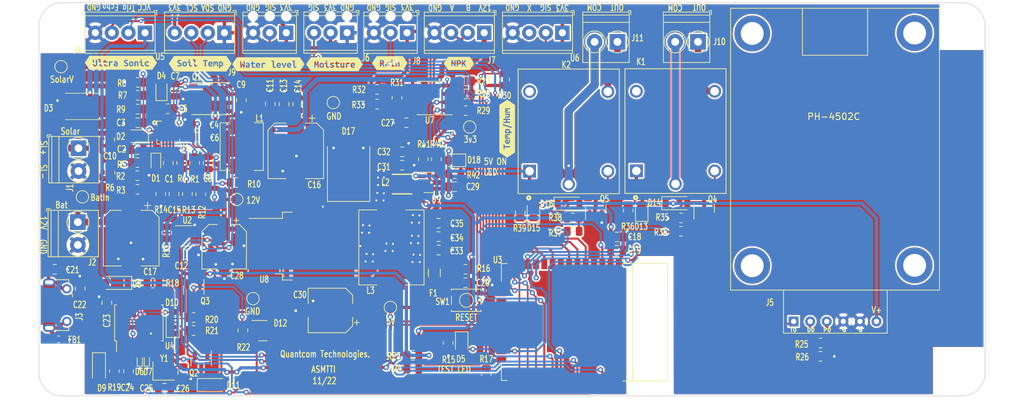
<source format=kicad_pcb>
(kicad_pcb (version 20211014) (generator pcbnew)
  (layers (0 "F.Cu" signal) (31 "B.Cu" signal) (34 "B.Paste" user) (35 "F.Paste" user) (36 "B.SilkS" user "B.Silkscreen") (37 "F.SilkS" user "F.Silkscreen") (38 "B.Mask" user) (39 "F.Mask" user) (44 "Edge.Cuts" user))
  (net 0 "")
  (net 1 "Net-(C1-Pad1)")
  (net 2 "/solar_mppt_power_supply/VREF")
  (net 3 "/solar_mppt_power_supply/TS")
  (net 4 "GND")
  (net 5 "VCC")
  (net 6 "/solar_mppt_power_supply/SRP")
  (net 7 "Net-(C5-Pad1)")
  (net 8 "Net-(C5-Pad2)")
  (net 9 "+12V")
  (net 10 "/solar_mppt_power_supply/REGN")
  (net 11 "Net-(C10-Pad1)")
  (net 12 "+3V3")
  (net 13 "Net-(C15-Pad1)")
  (net 14 "/solar_mppt_power_supply/VFB")
  (net 15 "/ESP32_logic_control/~{esp_rst}")
  (net 16 "Earth")
  (net 17 "VBUS")
  (net 18 "+5V")
  (net 19 "Net-(C24-Pad1)")
  (net 20 "Net-(C25-Pad1)")
  (net 21 "Net-(C26-Pad1)")
  (net 22 "Net-(C30-Pad1)")
  (net 23 "/solar_mppt_power_supply/STAT2")
  (net 24 "Net-(D1-Pad2)")
  (net 25 "/solar_mppt_power_supply/STAT1")
  (net 26 "Net-(D2-Pad2)")
  (net 27 "/solar_mppt_power_supply/SOLAR_PWR_VIN")
  (net 28 "Net-(D5-Pad1)")
  (net 29 "/ESP32_logic_control/led")
  (net 30 "/usb_to_uart_converter/D+")
  (net 31 "/usb_to_uart_converter/D-")
  (net 32 "Net-(D9-Pad1)")
  (net 33 "/ESP32_logic_control/ESP_Rxd")
  (net 34 "/ESP32_logic_control/ESP_Txd")
  (net 35 "Net-(D10-Pad2)")
  (net 36 "Net-(D11-Pad1)")
  (net 37 "/ESP32_logic_control/IO2")
  (net 38 "/ESP32_logic_control/boot")
  (net 39 "Net-(D12-Pad3)")
  (net 40 "Net-(D13-Pad1)")
  (net 41 "Net-(D14-Pad2)")
  (net 42 "Net-(D15-Pad1)")
  (net 43 "Net-(D16-Pad2)")
  (net 44 "Net-(D17-Pad1)")
  (net 45 "Net-(D18-Pad1)")
  (net 47 "/ESP32_logic_control/PH-Temp_Out")
  (net 48 "/ESP32_logic_control/PH-Thresh_Limit")
  (net 49 "Net-(J5-Pad3)")
  (net 50 "/ESP32_logic_control/moistureData")
  (net 51 "/sensors/SensorB")
  (net 52 "/sensors/SensorA")
  (net 53 "/ESP32_logic_control/RainData")
  (net 54 "/ESP32_logic_control/WaterLevelData")
  (net 55 "Net-(J10-Pad1)")
  (net 56 "Net-(J10-Pad2)")
  (net 57 "Net-(J11-Pad1)")
  (net 58 "Net-(J11-Pad2)")
  (net 61 "Net-(L2-Pad1)")
  (net 62 "Net-(Q1-Pad2)")
  (net 63 "/solar_mppt_power_supply/LODRV")
  (net 64 "Net-(Q2-Pad1)")
  (net 65 "/usb_to_uart_converter/rts")
  (net 66 "Net-(Q3-Pad1)")
  (net 67 "/usb_to_uart_converter/dtr")
  (net 68 "Net-(Q3-Pad3)")
  (net 69 "Net-(Q4-Pad1)")
  (net 70 "Net-(Q5-Pad1)")
  (net 71 "Net-(R1-Pad2)")
  (net 72 "Net-(R4-Pad1)")
  (net 73 "/solar_mppt_power_supply/MPPSET")
  (net 74 "/ESP32_logic_control/PHData")
  (net 75 "/ESP32_logic_control/RS485Rx")
  (net 76 "/ESP32_logic_control/RS485En")
  (net 77 "/ESP32_logic_control/RS485Tx")
  (net 78 "/ESP32_logic_control/TempData")
  (net 79 "/ESP32_logic_control/pumpTrig")
  (net 80 "/ESP32_logic_control/spareTrig")
  (net 81 "Net-(R40-Pad1)")
  (net 84 "/ESP32_logic_control/SonicEcho")
  (net 85 "/ESP32_logic_control/SonicTrig")
  (net 104 "Net-(C6-Pad1)")
  (net 105 "/scl")
  (net 106 "/sda")
  (footprint "Resistor_SMD:R_0805_2012Metric" (layer "F.Cu") (at 171.3925 99.7325 180)
    (fp_text reference "R35")
    (fp_text value "10k")
  )
  (footprint "Diode_SMD:D_SMC" (layer "F.Cu") (at 120.45 92.4 90)
    (fp_text reference "D17")
    (fp_text value "D_Small")
  )
  (footprint "greencharge-footprints:PH-4502C" (layer "F.Cu") (at 195 109.6)
    (fp_text reference "J5")
    (fp_text value "PH-4502C")
  )
  (footprint "Capacitor_SMD:C_0805_2012Metric" (layer "F.Cu") (at 136.7325 94.95)
    (fp_text reference "C29")
    (fp_text value "22u")
  )
  (footprint "Capacitor_SMD:C_0805_2012Metric" (layer "F.Cu") (at 138.3625 109.66)
    (fp_text reference "C20")
    (fp_text value "1u")
  )
  (footprint "LED_SMD:LED_0805_2012Metric" (layer "F.Cu") (at 165.37 98.57 90)
    (fp_text reference "D13")
    (fp_text value "LED_Small")
  )
  (footprint "Resistor_SMD:R_0805_2012Metric" (layer "F.Cu") (at 95.74375 96.0625 90)
    (fp_text reference "R13")
    (fp_text value "499k")
  )
  (footprint "TerminalBlock_Phoenix:TerminalBlock_Phoenix_MPT-0,5-4-2.54_1x04_P2.54mm_Horizontal" (layer "F.Cu") (at 153.215 71.35 180)
    (fp_text reference "U6")
    (fp_text value "DHT22")
  )
  (footprint "greencharge-footprints:YSPI1050-xxx" (layer "F.Cu") (at 127.0125 104.25 90)
    (fp_text reference "L3")
    (fp_text value "33u")
  )
  (footprint "Capacitor_SMD:C_0805_2012Metric" (layer "F.Cu") (at 79.3 110.55 90)
    (fp_text reference "C22")
    (fp_text value "10u")
  )
  (footprint "Capacitor_SMD:C_0805_2012Metric" (layer "F.Cu") (at 93.69375 96.0625 90)
    (fp_text reference "C15")
    (fp_text value "22p")
  )
  (footprint "Connector_USB:USB_Micro-B_Molex-105017-0001" (layer "F.Cu") (at 75.8 113.1 -90)
    (fp_text reference "J3")
    (fp_text value "USB_B_Micro")
  )
  (footprint "Package_TO_SOT_SMD:SOT-23" (layer "F.Cu") (at 158.32 98.3325 90)
    (fp_text reference "Q5")
    (fp_text value "MMBT3904")
  )
  (footprint "kibuzzard-636789D9" (layer "F.Cu") (at 97.7 76.1)
    (fp_text reference "kibuzzard-636789D9" hide)
    (fp_text value "G***" hide)
  )
  (footprint "Resistor_SMD:R_0805_2012Metric" (layer "F.Cu") (at 141.55 123.7175 -90)
    (fp_text reference "R17")
    (fp_text value "10k")
  )
  (footprint "TestPoint:TestPoint_Pad_D1.5mm" (layer "F.Cu") (at 118.1 82.05)
    (fp_text reference "TP6" hide)
    (fp_text value "TestPoint")
  )
  (footprint "Capacitor_SMD:C_0805_2012Metric" (layer "F.Cu") (at 97.4125 85.3)
    (fp_text reference "C4")
    (fp_text value "0.1u")
  )
  (footprint "Resistor_SMD:R_0805_2012Metric" (layer "F.Cu") (at 171.3625 101.7925)
    (fp_text reference "R34")
    (fp_text value "470R")
  )
  (footprint "greencharge-footprints:PDS104013" (layer "F.Cu") (at 79.7345 82.65 -90)
    (fp_text reference "D3")
    (fp_text value "PDS1040" hide)
  )
  (footprint "Crystal:Crystal_SMD_2520-4Pin_2.5x2.0mm" (layer "F.Cu") (at 92.1 123.2)
    (fp_text reference "Y1")
    (fp_text value "12MHz")
  )
  (footprint "Capacitor_SMD:C_0805_2012Metric" (layer "F.Cu") (at 88.0625 89.25 180)
    (fp_text reference "C2")
    (fp_text value "1u")
  )
  (footprint "Capacitor_SMD:C_0805_2012Metric" (layer "F.Cu") (at 88.1125 85.15 180)
    (fp_text reference "C3")
    (fp_text value "1u")
  )
  (footprint "greencharge-footprints:MHCI06030-3R3M-R8" (layer "F.Cu") (at 104.0625 88.8 -90)
    (fp_text reference "L1")
    (fp_text value "3.3uH")
  )
  (footprint "TerminalBlock_Phoenix:TerminalBlock_Phoenix_MPT-0,5-3-2.54_1x03_P2.54mm_Horizontal" (layer "F.Cu") (at 129.41 71.35 180)
    (fp_text reference "J8")
    (fp_text value "Conn_01x03")
  )
  (footprint "greencharge-footprints:SRD-05VDC-SL-C" (layer "F.Cu") (at 154.18 86.47 90)
    (fp_text reference "K2")
    (fp_text value "SRD-05VDC-SL-C")
  )
  (footprint "greencharge-footprints:ESP-32S" (layer "F.Cu") (at 143.8575 115.7375 -90)
    (fp_text reference "U3")
    (fp_text value "ESP-32S")
  )
  (footprint "TerminalBlock_Phoenix:TerminalBlock_Phoenix_MPT-0,5-4-2.54_1x04_P2.54mm_Horizontal" (layer "F.Cu") (at 141.23 71.35 180)
    (fp_text reference "J7")
    (fp_text value "Conn_01x04")
  )
  (footprint "Capacitor_SMD:C_0805_2012Metric" (layer "F.Cu") (at 98.9125 91.3 90)
    (fp_text reference "C8")
    (fp_text value "1u")
  )
  (footprint "Capacitor_SMD:C_0805_2012Metric" (layer "F.Cu") (at 75.4 107.6)
    (fp_text reference "C21")
    (fp_text value "10n")
  )
  (footprint "Resistor_SMD:R_0805_2012Metric" (layer "F.Cu") (at 136.7325 92.95 180)
    (fp_text reference "R42")
    (fp_text value "470R")
  )
  (footprint "TerminalBlock_Phoenix:TerminalBlock_Phoenix_PT-1,5-2-3.5-H_1x02_P3.50mm_Horizontal" (layer "F.Cu") (at 79.05 89.05 -90)
    (fp_text reference "J1")
    (fp_text value "Conn_01x02")
  )
  (footprint "Capacitor_SMD:C_0805_2012Metric" (layer "F.Cu") (at 108.45 82.25 90)
    (fp_text reference "C11")
    (fp_text value "47u")
  )
  (footprint "TerminalBlock_Phoenix:TerminalBlock_Phoenix_PT-1,5-2-3.5-H_1x02_P3.50mm_Horizontal" (layer "F.Cu") (at 174 72.75 180)
    (fp_text reference "J10")
    (fp_text value "Screw_Terminal_01x02")
  )
  (footprint "Resistor_SMD:R_0805_2012Metric" (layer "F.Cu") (at 96.8625 91.3 90)
    (fp_text reference "R1")
    (fp_text value "5.23k")
  )
  (footprint "greencharge-footprints:NR3015T2R2M" (layer "F.Cu") (at 128.65 94.55 180)
    (fp_text reference "L2")
    (fp_text value "2.2u" hide)
  )
  (footprint "LED_SMD:LED_0805_2012Metric" (layer "F.Cu") (at 88.075 87.2 180)
    (fp_text reference "D2")
    (fp_text value "RED")
  )
  (footprint "Resistor_SMD:R_0805_2012Metric" (layer "F.Cu") (at 154.87 101.7825)
    (fp_text reference "R37")
    (fp_text value "470R")
  )
  (footprint "Diode_SMD:D_SOD-123" (layer "F.Cu") (at 82.18 122.65 -90)
    (fp_text reference "D9")
    (fp_text value "B5819W")
  )
  (footprint "Package_SO:SOP-8_3.9x4.9mm_P1.27mm" (layer "F.Cu") (at 132.88 81.36 180)
    (fp_text reference "U7")
    (fp_text value "MAX3485")
  )
  (footprint "Diode_SMD:D_SOD-123" (layer "F.Cu") (at 84.96 109.69 180)
    (fp_text reference "D8")
    (fp_text value "D_Schottky_Small")
  )
  (footprint "greencharge-footprints:BQ24650RVAR" (layer "F.Cu") (at 92.8125 86.65)
    (fp_text reference "U1")
    (fp_text value "BQ24650RVAR" hide)
  )
  (footprint "kibuzzard-63678A18" (layer "F.Cu") (at 137.35 76.05)
    (fp_text reference "kibuzzard-63678A18" hide)
    (fp_text value "G***" hide)
  )
  (footprint "Resistor_SMD:R_0805_2012Metric" (layer "F.Cu") (at 88.1125 83.05)
    (fp_text reference "R9")
    (fp_text value "10R")
  )
  (footprint "Resistor_SMD:R_0805_2012Metric" (layer "F.Cu") (at 192.78 118.91 180)
    (fp_text reference "R25")
    (fp_text value "1.2k")
  )
  (footprint "Resistor_SMD:R_0805_2012Metric" (layer "F.Cu") (at 192.77 120.95)
    (fp_text reference "R26")
    (fp_text value "1.2k")
  )
  (footprint "Capacitor_SMD:C_0805_2012Metric" (layer "F.Cu") (at 95.03 123.46 -90)
    (fp_text reference "C26")
    (fp_text value "22pF")
  )
  (footprint "Capacitor_SMD:CP_Elec_8x10" (layer "F.Cu") (at 112.35 89.45 -90)
    (fp_text reference "C16")
    (fp_text value "22u")
  )
  (footprint "Capacitor_SMD:C_0805_2012Metric" (layer "F.Cu") (at 129.3 85.15)
    (fp_text reference "C27")
    (fp_text value "100n")
  )
  (footprint "kibuzzard-63678A29" (layer "F.Cu") (at 144.75 86.05 90)
    (fp_text reference "kibuzzard-63678A29" hide)
    (fp_text value "G***" hide)
  )
  (footprint "MountingHole:MountingHole_3.2mm_M3" (layer "F.Cu") (at 214.5 70.25)
    (fp_text reference "REF**" hide)
    (fp_text value "MountingHole_3.2mm_M3")
  )
  (footprint "Resistor_SMD:R_0805_2012Metric" (layer "F.Cu") (at 88.1125 80.95)
    (fp_text reference "R7")
    (fp_text value "499k")
  )
  (footprint "MountingHole:MountingHole_3.2mm_M3" (layer "F.Cu") (at 214.5 123.5)
    (fp_text reference "REF**" hide)
    (fp_text value "MountingHole_3.2mm_M3")
  )
  (footprint "Capacitor_SMD:C_0805_2012Metric" (layer "F.Cu") (at 134.24 102.6)
    (fp_text reference "C34")
    (fp_text value "10u")
  )
  (footprint "Resistor_SMD:R_0805_2012Metric" (layer "F.Cu") (at 83.875 92.8 90)
    (fp_text reference "R6")
    (fp_text value "10k")
  )
  (footprint "greencharge-footprints:SI7288DP-T1-GE3" (layer "F.Cu") (at 99.325 81.45)
    (fp_text reference "Q1")
    (fp_text value "SI7288DP-T1-GE3")
  )
  (footprint "Resistor_SMD:R_0805_2012Metric" (layer "F.Cu") (at 135.7 118.9 -90)
    (fp_text reference "R15")
    (fp_text value "220R")
  )
  (footprint "Capacitor_SMD:C_0805_2012Metric" (layer "F.Cu") (at 128.65 91.65)
    (fp_text reference "C31")
    (fp_text value "47u")
  )
  (footprint "Resistor_SMD:R_0805_2012Metric" (layer "F.Cu") (at 88.1 95.35)
    (fp_text reference "R3")
    (fp_text value "10k")
  )
  (footprint "Fuse:Fuse_1206_3216Metric" (layer "F.Cu") (at 133.59 108.15 -90)
    (fp_text reference "F1")
    (fp_text value "ASMD1206-200")
  )
  (footprint "Diode_SMD:D_SOD-323" (layer "F.Cu") (at 91.7625 80.25 90)
    (fp_text reference "D4")
    (fp_text value "D_Small")
  )
  (footprint "Capacitor_SMD:C_0805_2012Metric" (layer "F.Cu") (at 92.7125 83 180)
    (fp_text reference "C5")
    (fp_text value "0.1u")
  )
  (footprint "Resistor_SMD:R_0805_2012Metric" (layer "F.Cu") (at 133.9 90.7375 90)
    (fp_text reference "R40")
    (fp_text value "220k")
  )
  (footprint "Package_TO_SOT_SMD:TO-263-5_TabPin3" (layer "F.Cu") (at 113.2625 104.05)
    (fp_text reference "U8")
    (fp_text value "LM2596S-5.0")
  )
  (footprint "TestPoint:TestPoint_Pad_D1.5mm" (layer "F.Cu") (at 79.65 96.5)
    (fp_text reference "TP2" hide)
    (fp_text value "TestPoint")
  )
  (footprint "Inductor_SMD:L_0603_1608Metric" (layer "F.Cu") (at 75.9875 118.35)
    (fp_text reference "FB1")
    (fp_text value "FerriteBead_Small")
  )
  (footprint "Diode_SMD:D_SOD-923" (layer "F.Cu") (at 89.53 121.64 90)
    (fp_text reference "D7")
    (fp_text value "D_TVS_Filled")
  )
  (footprint "LED_SMD:LED_0603_1608Metric" (layer "F.Cu") (at 90.9125 91.3 -90)
    (fp_text reference "D1")
    (fp_text value "GREEN")
  )
  (footprint "Resistor_SMD:R_0805_2012Metric" (layer "F.Cu") (at 96.6775 116.99 180)
    (fp_text reference "R21")
    (fp_text value "10k")
  )
  (footprint "Diode_SMD:D_SOD-123" (layer "F.Cu") (at 170.7 97.4825)
    (fp_text reference "D14")
    (fp_text value "D_Small")
  )
  (footprint "Capacitor_SMD:C_0805_2012Metric" (layer "F.Cu") (at 83.4 112.75 90)
    (fp_text reference "C23")
    (fp_text value "22uF")
  )
  (footprint "Resistor_SMD:R_0805_2012Metric" (layer "F.Cu") (at 154.82 99.7525 180)
    (fp_text reference "R38")
    (fp_text value "10k")
  )
  (footprint "Resistor_SMD:R_0805_2012Metric" (layer "F.Cu") (at 131.9 90.7375 90)
    (fp_text reference "R41")
    (fp_text value "49.9k")
  )
  (footprint "Package_SO:SSOP-20_5.3x7.2mm_P0.65mm" (layer "F.Cu") (at 88.305 115.81 90)
    (fp_text reference "U4")
    (fp_text value "CH340T(SSOP20W)")
  )
  (footprint "Capacitor_SMD:C_0805_2012Metric" (layer "F.Cu") (at 86.71 123.22 -90)
    (fp_text reference "C24")
    (fp_text value "100nF")
  )
  (footprint "Capacitor_SMD:C_0805_2012Metric" (layer "F.Cu") (at 83.825 87.7 -90)
    (fp_text reference "C10")
    (fp_text value "1u")
  )
  (footprint "TestPoint:TestPoint_Pad_D1.5mm" (layer "F.Cu") (at 139 85.8)
    (fp_text reference "TP4" hide)
    (fp_text value "TestPoint")
  )
  (footprint "Resistor_SMD:R_0805_2012Metric" (layer "F.Cu") (at 88.0625 93.25)
    (fp_text reference "R2")
    (fp_text value "30.1k")
  )
  (footprint "Package_TO_SOT_SMD:SOT-23" (layer "F.Cu") (at 107.3 117.0125)
    (fp_text reference "D12")
    (fp_text value "BAT54C")
  )
  (footprint "Capacitor_SMD:C_0805_2012Metric" (layer "F.Cu") (at 112.65 82.3 90)
    (fp_text reference "C14")
    (fp_text value "1u")
  )
  (footprint "Resistor_SMD:R_0805_2012Metric" (layer "F.Cu") (at 138.37 80.73 180)
    (fp_text reference "R28")
    (fp_text value "10k")
  )
  (footprint "TerminalBlock_Phoenix:TerminalBlock_Phoenix_PT-1,5-2-3.5-H_1x02_P3.50mm_Horizontal" (layer "F.Cu") (at 161.65 72.75 180)
    (fp_text reference "J11")
    (fp_text value "Screw_Terminal_01x02")
  )
  (footprint "LED_SMD:LED_0805_2012Metric" (layer "F.Cu") (at 137.78 118.87 -90)
    (fp_text reference "D5")
    (fp_text value "LED_Small")
  )
  (footprint "Capacitor_SMD:C_0805_2012Metric" (layer "F.Cu") (at 95.525 105.3625)
    (fp_text reference "C12")
    (fp_text value "100n")
  )
  (footprint "greencharge-footprints:SKRPACE010" (layer "F.Cu") (at 138.51 112.36)
    (fp_text reference "SW1")
    (fp_text value "SW_Push")
  )
  (footprint "Capacitor_SMD:C_0805_2012Metric" (layer "F.Cu") (at 92.24 125.85)
    (fp_text reference "C25")
    (fp_text value "22pF")
  )
  (footprint "TestPoint:TestPoint_Pad_D1.5mm" (layer "F.Cu") (at 105.8 112.1)
    (fp_text reference "TP7" hide)
    (fp_text value "TestPoint")
  )
  (footprint "Capacitor_SMD:C_0805_2012Metric" (layer "F.Cu") (at 104.0125 81.7 -90)
    (fp_text reference "C9")
    (fp_text value "10u")
  )
  (footprint "Capacitor_SMD:C_0805_2012Metric" (layer "F.Cu") (at 93.8625 80.15 -90)
    (fp_text reference "C7")
    (fp_text value "1u")
  )
  (footprint "Resistor_SMD:R_0805_2012Metric" (layer "F.Cu") (at 127.86 81.32 90)
    (fp_text reference "R31")
    (fp_text value "~")
  )
  (footprint "Resistor_SMD:R_0805_2012Metric" (layer "F.Cu") (at 94.8625 91.3 -90)
    (fp_text reference "R4")
    (fp_text value "10k")
  )
  (footprint "Package_TO_SOT_SMD:SOT-23" (layer "F.Cu") (at 174.94 98.2425 90)
    (fp_text reference "Q4")
    (fp_text value "MMBT3904")
  )
  (footprint "LED_SMD:LED_0805_2012Metric" (layer "F.Cu") (at 136.72 90.9 180)
    (fp_text reference "D18")
    (fp_text value "LED_Small")
  )
  (footprint "Resistor_SMD:R_0805_2012Metric" (layer "F.Cu") (at 88.0625 91.25 180)
    (fp_text reference "R5")
    (fp_text value "100R")
  )
  (footprint "kibuzzard-6367899D" (layer "F.Cu") (at 85.55 75.95)
    (fp_text reference "kibuzzard-6367899D" hide)
    (fp_text value "G***" hide)
  )
  (footprint "TerminalBlock_Phoenix:TerminalBlock_Phoenix_MPT-0,5-3-2.54_1x03_P2.54mm_Horizontal" (layer "F.Cu") (at 120.22 71.34 180)
    (fp_text reference "J6")
    (fp_text value "Moisture-Sensor")
  )
  (footprint "TestPoint:TestPoint_Pad_D1.5mm" (layer "F.Cu") (at 76.375 76.55)
    (fp_text reference "TP1" hide)
    (fp_text value "TestPoint")
  )
  (footprint "Resistor_SMD:R_0805_2012Metric" (layer "F.Cu") (at 92.575 102 -90)
    (fp_text reference "R11")
    (fp_text value "0.1R")
  )
  (footprint "kibuzzard-63678A0A" (layer "F.Cu") (at 126.75 76)
    (fp_text reference "kibuzzard-63678A0A" hide)
    (fp_text value "G***" hide)
  )
  (footprint "Resistor_SMD:R_0805_2012Metric" (layer "F.Cu") (at 91.65625 96.0625 -90)
    (fp_text reference "R14")
    (fp_text value "100k")
  )
  (footprint "Capacitor_SMD:CP_Elec_6.3x7.7" (layer "F.Cu") (at 117.66 113.92 180)
    (fp_text reference "C30")
    (fp_text value "470u")
  )
  (footprint "Package_TO_SOT_SMD:SOT-23-8" (layer "F.Cu") (at 95.7125 102.4875)
    (fp_text reference "U2")
    (fp_text value "INA219AxDCN")
  )
  (footprint "Capacitor_SMD:C_0805_2012Metric" (layer "F.Cu") (at 134.24 100.55)
    (fp_text reference "C35")
    (fp_text value "100n")
  )
  (footprint "TerminalBlock_Phoenix:TerminalBlock_Phoenix_MPT-0,5-4-2.54_1x04_P2.54mm_Horizontal" (layer "F.Cu") (at 89.24 71.35 180)
    (fp_text reference "J4")
    (fp_text value "Conn_01x04")
  )
  (footprint "Resistor_SMD:R_0805_2012Metric" (layer "F.Cu") (at 144.34 78.52 90)
    (fp_text reference "R30")
    (fp_text value "1.2k")
  )
  (footprint "Diode_SMD:D_SOD-923" (layer "F.Cu") (at 88.45 121.65 90)
    (fp_text reference "D6")
    (fp_text value "D_TVS_Filled")
  )
  (footprint "Resistor_SMD:R_0805_2012Metric" (layer "F.Cu") (at 138.39 83.28 180)
    (fp_text reference "R29")
    (fp_text value "10k")
  )
  (footprint "TestPoint:TestPoint_Pad_D1.5mm" (layer "F.Cu") (at 126.85 113.45)
    (fp_text reference "TP5" hide)
    (fp_text value "TestPoint")
  )
  (footprint "kibuzzard-636789FE" (layer "F.Cu") (at 118.3 76.175)
    (fp_text reference "kibuzzard-636789FE" hide)
    (fp_text value "G***" hide)
  )
  (footprint "TerminalBlock_Phoenix:TerminalBlock_Phoenix_MPT-0,5-4-2.54_1x04_P2.54mm_Horizontal" (layer "F.Cu") (at 101.415 71.35 180)
    (fp_text reference "U5")
    (fp_text value "SHT1x")
  )
  (footprint "TestPoint:TestPoint_Pad_D1.5mm" (layer "F.Cu") (at 103.305 96.9)
    (fp_text reference "TP3" hide)
    (fp_text value "TestPoint")
  )
  (footprint "Resistor_SMD:R_0805_2012Metric" (layer "F.Cu") (at 104.25 116.9625 90)
    (fp_text reference "R22")
    (fp_text value "220R")
  )
  (footprint "Capacitor_SMD:CP_Elec_8x10" (layer "F.Cu") (at 87.125 102.825 -90)
    (fp_text reference "C17")
    (fp_text value "22u")
  )
  (footprint "Resistor_SMD:R_0805_2012Metric" (layer "F.Cu") (at 138.38 78.74 180)
    (fp_text reference "R27")
    (fp_text value "10k")
  )
  (footprint "Resistor_SMD:R_0805_2012Metric" (layer "F.Cu") (at 146.75 98.86 -90)
    (fp_text reference "R39")
    (fp_text value "470R")
  )
  (footprint "Capacitor_SMD:C_0805_2012Metric" (layer "F.Cu") (at 97.4125 87.35)
    (fp_text reference "C6")
    (fp_text value "0.1u")
  )
  (footprint "Resistor_SMD:R_0805_2012Metric" (layer "F.Cu") (at 88.15 78.95 180)
    (fp_text reference "R8")
    (fp_text value "36k")
  )
  (footprint "Capacitor_SMD:C_0805_2012Metric" (layer "F.Cu") (at 134.24 104.65)
    (fp_text reference "C33")
    (fp_text value "100n")
  )
  (footprint "TerminalBlock_Phoenix:TerminalBlock_Phoenix_PT-1,5-2-3.5-H_1x02_P3.50mm_Horizontal" (layer "F.Cu") (at 78.95 100.375 -90)
    (fp_text reference "J2")
    (fp_text value "Conn_01x02")
  )
  (footprint "Resistor_SMD:R_0805_2012Metric" (layer "F.Cu") (at 124.8 80.04)
    (fp_text reference "R32")
    (fp_text value "20k")
  )
  (footprint "Resistor_SMD:R_0805_2012Metric" (layer "F.Cu") (at 97.8 96.1 -90)
    (fp_text reference "R12")
    (fp_text value "0R")
  )
  (footprint "TerminalBlock_Phoenix:TerminalBlock_Phoenix_MPT-0,5-3-2.54_1x03_P2.54mm_Horizontal" (layer "F.Cu") (at 110.89 71.35 180)
    (fp_text reference "J9")
    (fp_text value "Conn_01x03")
  )
  (footprint "Capacitor_SMD:C_0805_2012Metric" (layer "F.Cu") (at 92.8125 91.3 -90)
    (fp_text reference "C1")
    (fp_text value "1u")
  )
  (footprint "Diode_SMD:D_SOD-123" (layer "F.Cu") (at 99.5 125.35)
    (fp_text reference "D11")
    (fp_text value "B5819W")
  )
  (footprint "Resistor_SMD:R_0805_2012Metric" (layer "F.Cu") (at 90.4525 109.71)
    (fp_text reference "R18")
    (fp_text value "10k")
  )
  (footprint "Resistor_SMD:R_0805_2012Metric" (layer "F.Cu") (at 103.2125 94.3)
    (fp_text reference "R10")
    (fp_text value "0.002R")
  )
  (footprint "Diode_SMD:D_SOD-123" (layer "F.Cu") (at 154.17 97.5525)
    (fp_text reference "D16")
    (fp_text value "D_Small")
  )
  (footprint "LED_SMD:LED_0805_2012Metric" (layer "F.Cu") (at 148.78 98.8225 90)
    (fp_text reference "D15")
    (fp_text value "LED_Small")
  )
  (footprint "Package_TO_SOT_SMD:SOT-23" (layer "F.Cu") (at 97.85 121.78 -90)
    (fp_text reference "Q2")
    (fp_text value "MMBT3904")
  )
  (footprint "Resistor_SMD:R_0805_2012Metric" (layer "F.Cu") (at 163.31 98.61 -90)
    (fp_text reference "R36")
    (fp_text value "470R")
  )
  (footprint "Package_TO_SOT_SMD:SOT-23-5" (layer "F.Cu") (at 132.8 94.3)
    (fp_text reference "U9")
    (fp_text value "SY8089AAAC")
  )
  (footprint "Resistor_SMD:R_0805_2012Metric" (layer "F.Cu") (at 84.56 123.22 -90)
    (fp_text reference "R19")
    (fp_text value "10k")
  )
  (footprint "Resistor_SMD:R_0805_2012Metric" (layer "F.Cu") (at 130.29 122.88 180)
    (fp_text reference "R24")
    (fp_text value "10K")
  )
  (footprint "Capacitor_SMD:C_0805_2012Metric" (layer "F.Cu") (at 161.55 104.69)
    (fp_text reference "C19")
    (fp_text value "100n")
  )
  (footprint "Diode_SMD:D_SOD-123" (layer "F.Cu") (at 93.49 115.8 90)
    (fp_text reference "D10")
    (fp_text value "B5819W")
  )
  (footprint "Resistor_SMD:R_0805_2012Metric" (layer "F.Cu") (at 124.83 82.29 180)
    (fp_text reference "R33")
    (fp_text value "20k")
  )
  (footprint "Capacitor_SMD:CP_Elec_6.3x7.7" (layer "F.Cu") (at 101.375 104.15 -90)
    (fp_text reference "C28")
    (fp_text value "470u")
  )
  (footprint "kibuzzard-636789EB" (layer "F.Cu") (at 108.15 76.175)
    (fp_text reference "kibuzzard-636789EB" hide)
    (fp_text value "G***" hide)
  )
  (footprint "Capacitor_SMD:C_0805_2012Metric" (layer "F.Cu") (at 128.65 89.6)
    (fp_text reference "C32")
    (fp_text value "100n")
  )
  (footprint "Resistor_SMD:R_0805_2012Metric" (layer "F.Cu") (at 96.6875 115 180)
    (fp_text reference "R20")
    (fp_text value "10k")
  )
  (footprint "Package_TO_SOT_SMD:SOT-23" (layer "F.Cu") (at 96.71 110.81 -90)
    (fp_text reference "Q3")
    (fp_text value "MMBT3904")
  )
  (footprint "Resistor_SMD:R_0805_2012Metric" (layer "F.Cu") (at 130.3 120.8 180)
    (fp_text reference "R23")
    (fp_text value "10K")
  )
  (footprint "Resistor_SMD:R_0805_2012Metric" (layer "F.Cu") (at 138.3625 107.6 180)
    (fp_text reference "R16")
    (fp_text value "10k")
  )
  (footprint "Capacitor_SMD:C_0805_2012Metric" (layer "F.Cu") (at 110.55 82.3 90)
    (fp_text reference "C13")
    (fp_text value "10u")
  )
  (footprint "Capacitor_SMD:C_0805_2012Metric" (layer "F.Cu") (at 161.58 102.65)
    (fp_text reference "C18")
    (fp_text value "10u")
  )
  (footprint "MountingHole:MountingHole_3.2mm_M3" (layer "F.Cu") (at 76.5 123.5)
    (fp_text reference "REF**" hide)
    (fp_text value "MountingHole_3.2mm_M3")
  )
  (footprint "greencharge-footprints:SRD-05VDC-SL-C" (layer "F.Cu") (at 170.55 86.42 90)
    (fp_text reference "K1")
    (fp_text value "SRD-05VDC-SL-C")
  )
  (footprint "MountingHole:MountingHole_3.2mm_M3" (layer "B.Cu") (at 76.5 70.25 180)
    (fp_text reference "REF**" hide)
    (fp_text value "MountingHole_3.2mm_M3")
  )
  (gr_line (start 76.5 66.75) (end 214.5 66.75) (layer "Edge.Cuts") (width 0.1))
  (gr_arc (start 218 123.5) (mid 216.974874 125.974874) (end 214.5 127) (layer "Edge.Cuts") (width 0.1))
  (gr_line (start 214.5 127) (end 76.5 127) (layer "Edge.Cuts") (width 0.1))
  (gr_arc (start 73 70.25) (mid 74.025126 67.775126) (end 76.5 66.75) (layer "Edge.Cuts") (width 0.1))
  (gr_arc (start 214.5 66.75) (mid 216.974874 67.775126) (end 218 70.25) (layer "Edge.Cuts") (width 0.1))
  (gr_line (start 218 70.25) (end 218 123.5) (layer "Edge.Cuts") (width 0.1))
  (gr_arc (start 76.5 127) (mid 74.025126 125.974874) (end 73 123.5) (layer "Edge.Cuts") (width 0.1))
  (gr_line (start 73 123.5) (end 73 70.25) (layer "Edge.Cuts") (width 0.1))
  (gr_text "GND" (at 145.55 67.45 180) (layer "F.SilkS") (effects (font (size 0.9 0.7))))
  (gr_text "3V3" (at 129.45 67.4 180) (layer "F.SilkS") (effects (font (size 0.9 0.7))))
  (gr_text "3v3" (at 139.1 87.7) (layer "F.SilkS") (effects (font (size 1 0.75))))
  (gr_text "12V" (at 73.65 100.5 270) (layer "F.SilkS") (effects (font (size 1 0.75))))
  (gr_text "BatIn" (at 82.35 96.6) (layer "F.SilkS") (effects (font (size 1 0.75))))
  (gr_text "ASMTTI" (at 116.6 122.95) (layer "F.SilkS") (effects (font (size 1 0.75))))
  (gr_text "SDA" (at 98.85 67.5 180) (layer "F.SilkS") (effects (font (size 0.9 0.7))))
  (gr_text "Trig" (at 86.75 67.55 180) (layer "F.SilkS") (effects (font (size 0.9 0.7))))
  (gr_text "OUT" (at 174.2 67.45 180) (layer "F.SilkS") (effects (font (size 0.9 0.7))))
  (gr_text "3V3" (at 93.8 67.45 180) (layer "F.SilkS") (effects (font (size 0.9 0.7))))
  (gr_text "Echo" (at 83.95 67.4 180) (layer "F.SilkS") (effects (font (size 0.9 0.7))))
  (gr_text "A" (at 136.3 67.5 180) (layer "F.SilkS") (effects (font (size 0.9 0.7))))
  (gr_text "COM" (at 170.5 67.5 180) (layer "F.SilkS") (effects (font (size 0.9 0.7))))
  (gr_text "GND" (at 73.625 104.15 270) (layer "F.SilkS") (effects (font (size 1 0.75))))
  (gr_text "SL+" (at 73.7 89.025 270) (layer "F.SilkS") (effects (font (size 1 0.75))))
  (gr_text "GND" (at 105.8 67.45 180) (layer "F.SilkS") (effects (font (size 0.9 0.7))))
  (gr_text "SIG" (at 115.1 67.45 180) (layer "F.SilkS") (effects (font (size 0.9 0.7))))
  (gr_text "GND" (at 105.75 114.05) (layer "F.SilkS") (effects (font (size 1 0.75))))
  (gr_text "GND" (at 118.2 84.15) (layer "F.SilkS") (effects (font (size 1 0.75))))
  (gr_text "12V" (at 105.825 97.03) (layer "F.SilkS") (effects (font (size 1 0.75))))
  (gr_text "SolarV" (at 76.5 78.5) (layer "F.SilkS") (effects (font (size 1 0.75))))
  (gr_text "SCL\n" (at 96.35 67.5 180) (layer "F.SilkS") (effects (font (size 0.9 0.7))))
  (gr_text "3V3" (at 117.65 67.45 180) (layer "F.SilkS") (effects (font (size 0.9 0.7))))
  (gr_text "OUT" (at 161.6 67.45 180) (layer "F.SilkS") (effects (font (size 0.9 0.7))))
  (gr_text "GND" (at 120.25 67.45 180) (layer "F.SilkS") (effects (font (size 0.9 0.7))))
  (gr_text "Solar" (at 77.8 86.45) (layer "F.SilkS") (effects (font (size 1 0.75))))
  (gr_text "GND" (at 124.3 67.45 180) (layer "F.SilkS") (effects (font (size 0.9 0.7))))
  (gr_text "5V" (at 126.88 115.64) (layer "F.SilkS") (effects (font (size 1 0.75))))
  (gr_text "COM" (at 158.1 67.45 180) (layer "F.SilkS") (effects (font (size 0.9 0.7))))
  (gr_text "SIG" (at 108.5 67.4 180) (layer "F.SilkS") (effects (font (size 0.9 0.7))))
  (gr_text "GND" (at 133.7 67.5 180) (layer "F.SilkS") (effects (font (size 0.9 0.7))))
  (gr_text "B" (at 138.8 67.45 180) (layer "F.SilkS") (effects (font (size 0.9 0.7))))
  (gr_text "SIG" (at 150.65 67.45 180) (layer "F.SilkS") (effects (font (size 0.9 0.7))))
  (gr_text "SIG" (at 126.9 67.45 180) (layer "F.SilkS") (effects (font (size 0.9 0.7))))
  (gr_text "VCC" (at 89.1 67.4 180) (layer "F.SilkS") (effects (font (size 0.9 0.7))))
  (gr_text "X" (at 148.15 67.5 180) (layer "F.SilkS") (effects (font (size 0.9 0.7))))
  (gr_text "5V ON\nLED" (at 141.1 91.9) (layer "F.SilkS") (effects (font (size 1 0.75)) (justify left)))
  (gr_text "RESET" (at 138.5 115) (layer "F.SilkS") (effects (font (size 1 0.75))))
  (gr_text "GND" (at 101.45 67.5 180) (layer "F.SilkS") (effects (font (size 0.9 0.7))))
  (gr_text "Bat\n" (at 76.45 97.75) (layer "F.SilkS") (effects (font (size 1 0.75))))
  (gr_text "GND" (at 81.4 67.4 180) (layer "F.SilkS") (effects (font (size 0.9 0.7))))
  (gr_text "3V3" (at 153.2 67.5 180) (layer "F.SilkS") (effects (font (size 0.9 0.7))))
  (gr_text "SL-" (at 73.65 92.65 270) (layer "F.SilkS") (effects (font (size 1 0.75))))
  (gr_text "TEST LED" (at 136.6 122.95) (layer "F.SilkS") (effects (font (size 1 0.75))))
  (gr_text "Quantcom Technologies.\n" (at 116.85 120.6) (layer "F.SilkS") (effects (font (size 1 0.75))))
  (gr_text "12V" (at 141.35 67.55 180) (layer "F.SilkS") (effects (font (size 0.9 0.7))))
  (gr_text "11/22" (at 116.75 124.7) (layer "F.SilkS") (effects (font (size 1 0.75))))
  (gr_text "3V3" (at 110.9 67.4 180) (layer "F.SilkS") (effects (font (size 0.9 0.7))))
  (segment (start 92.8125 89.6625) (end 92.8125 90.35) (width 0.254) (layer "F.Cu") (net 1))
  (segment (start 92.5625 89.4125) (end 92.8125 89.6625) (width 0.254) (layer "F.Cu") (net 1))
  (segment (start 92.5625 88.35) (end 92.5625 89.4125) (width 0.254) (layer "F.Cu") (net 1))
  (segment (start 96.8625 92.2125) (end 92.85 92.2125) (width 0.3048) (layer "F.Cu") (net 2))
  (segment (start 91.1125 87.4) (end 90.4 87.4) (width 0.254) (layer "F.Cu") (net 3))
  (segment (start 88.975 91.25) (end 88.975 89.2875) (width 0.3048) (layer "F.Cu") (net 3))
  (segment (start 90.1 87.7) (end 90.1 89.15) (width 0.254) (layer "F.Cu") (net 3))
  (segment (start 90.1 89.15) (end 89.85 89.4) (width 0.254) (layer "F.Cu") (net 3))
  (segment (start 89.85 89.4) (end 89.1625 89.4) (width 0.254) (layer "F.Cu") (net 3))
  (segment (start 90.4 87.4) (end 90.1 87.7) (width 0.254) (layer "F.Cu") (net 3))
  (segment (start 123.9175 82.29) (end 122.71 82.29) (width 0.762) (layer "F.Cu") (net 4))
  (segment (start 102.6 106.85) (end 102.65 106.8) (width 0.762) (layer "F.Cu") (net 4))
  (segment (start 112.65 80.3125) (end 112.6375 80.3) (width 0.762) (layer "F.Cu") (net 4))
  (segment (start 112.65 81.35) (end 112.65 80.3125) (width 0.762) (layer "F.Cu") (net 4))
  (segment (start 87.1 103.55) (end 87.125 103.575) (width 1.016) (layer "F.Cu") (net 4))
  (segment (start 92.975 124.725) (end 93.2 124.95) (width 0.508) (layer "F.Cu") (net 4))
  (segment (start 152.1975 99.7525) (end 151.9 100.05) (width 0.762) (layer "F.Cu") (net 4))
  (segment (start 116.6375 104.05) (end 122.25 104.05) (width 0.762) (layer "F.Cu") (net 4))
  (segment (start 129.6 91.65) (end 130.5 91.65) (width 0.508) (layer "F.Cu") (net 4))
  (segment (start 86.2 89.25) (end 86.15 89.3) (width 0.762) (layer "F.Cu") (net 4))
  (segment (start 89.8 93.25) (end 89.85 93.2) (width 0.762) (layer "F.Cu") (net 4))
  (segment (start 169.4675 99.7325) (end 169.4 99.8) (width 0.508) (layer "F.Cu") (net 4))
  (segment (start 135.19 100.55) (end 136.05 100.55) (width 0.762) (layer "F.Cu") (net 4))
  (segment (start 163.55 104.05) (end 162.91 104.69) (width 0.508) (layer "F.Cu") (net 4))
  (segment (start 85.225 106.075) (end 85.15 106) (width 1.016) (layer "F.Cu") (net 4))
  (segment (start 88.925 106.075) (end 88.95 106.05) (width 1.016) (layer "F.Cu") (net 4))
  (segment (start 153.9075 99.7525) (end 152.1975 99.7525) (width 0.762) (layer "F.Cu") (net 4))
  (segment (start 114.96 112.49) (end 115 112.45) (width 0.508) (layer "F.Cu") (net 4))
  (segment (start 162.91 104.69) (end 162.5 104.69) (width 0.508) (layer "F.Cu") (net 4))
  (segment (start 87.2375 78.95) (end 86.15 78.95) (width 0.762) (layer "F.Cu") (net 4))
  (segment (start 151.9 100.05) (end 151.2 100.75) (width 0.762) (layer "F.Cu") (net 4))
  (segment (start 170.48 99.7325) (end 169.4675 99.7325) (width 0.508) (layer "F.Cu") (net 4))
  (segment (start 116.6375 104.05) (end 116.6375 98.1375) (width 0.762) (layer "F.Cu") (net 4))
  (segment (start 95.03 124.41) (end 96.24 124.41) (width 0.508) (layer "F.Cu") (net 4))
  (segment (start 86.71 125.16) (end 86.75 125.2) (width 0.508) (layer "F.Cu") (net 4))
  (segment (start 120.45 89) (end 122.7 89) (width 0.762) (layer "F.Cu") (net 4))
  (segment (start 101.375 106.85) (end 101.375 109.025) (width 0.762) (layer "F.Cu") (net 4))
  (segment (start 87.1125 89.25) (end 86.2 89.25) (width 0.762) (layer "F.Cu") (net 4))
  (segment (start 94.678884 81.1) (end 95.082012 81.503128) (width 0.254) (layer "F.Cu") (net 4))
  (segment (start 116.6375 98.1375) (end 116.5 98) (width 0.762) (layer "F.Cu") (net 4))
  (segment (start 77.65 118.35) (end 77.7 118.4) (width 0.508) (layer "F.Cu") (net 4))
  (segment (start 129.6 89.6) (end 129.6 88.35) (width 0.508) (layer "F.Cu") (net 4))
  (segment (start 94.575 102.8125) (end 95.4375 102.8125) (width 0.3048) (layer "F.Cu") (net 4))
  (segment (start 101.375 106.85) (end 100.1 106.85) (width 0.762) (layer "F.Cu") (net 4))
  (segment (start 142.4725 110.0225) (end 142.45 110) (width 0.508) (layer "F.Cu") (net 4))
  (segment (start 104.0125 82.65) (end 104.0125 83.5375) (width 0.508) (layer "F.Cu") (net 4))
  (segment (start 151.2 100.75) (end 151.2 101.5) (width 0.762) (layer "F.Cu") (net 4))
  (segment (start 135.19 104.65) (end 136.4 104.65) (width 0.762) (layer "F.Cu") (net 4))
  (segment (start 89.53 122.78) (end 89.55 122.8) (width 0.2032) (layer "F.Cu") (net 4))
  (segment (start 159.27 99.27) (end 159.27 100.43) (width 0.508) (layer "F.Cu") (net 4))
  (segment (start 93.19 125.85) (end 94.25 125.85) (width 0.508) (layer "F.Cu") (net 4))
  (segment (start 95.4375 102.8125) (end 96.0875 102.1625) (width 0.3048) (layer "F.Cu") (net 4))
  (segment (start 86.15 78.95) (end 86.1 78.9) (width 0.762) (layer "F.Cu") (net 4))
  (segment (start 91.65625 96.975) (end 91.65625 97.85625) (width 0.762) (layer "F.Cu") (net 4))
  (segment (start 122.71 82.29) (end 122.7 82.3) (width 0.762) (layer "F.Cu") (net 4))
  (segment (start 89.93 117.92) (end 90.05 117.8) (width 0.3048) (layer "F.Cu") (net 4))
  (segment (start 108.45 80.2625) (end 108.4375 80.25) (width 0.762) (layer "F.Cu") (net 4))
  (segment (start 108.45 81.3) (end 108.45 80.2625) (width 0.762) (layer "F.Cu") (net 4))
  (segment (start 93.2 124.95) (end 93.2 125.84) (width 0.508) (layer "F.Cu") (net 4))
  (segment (start 161.8675 105.9825) (end 161.8675 106.8475) (width 0.508) (layer "F.Cu") (net 4))
  (segment (start 76.35 107.6) (end 77.35 107.6) (width 0.508) (layer "F.Cu") (net 4))
  (segment (start 92.975 123.9) (end 92.975 124.725) (width 0.508) (layer "F.Cu") (net 4))
  (segment (start 86.71 124.17) (end 86.71 125.16) (width 0.508) (layer "F.Cu") (net 4))
  (segment (start 101.375 106.85) (end 102.6 106.85) (width 0.762) (layer "F.Cu") (net 4))
  (segment (start 129.6 88.35) (end 129.65 88.3) (width 0.508) (layer "F.Cu") (net 4))
  (segment (start 94.5125 86.4) (end 95.057948 86.4) (width 0.254) (layer "F.Cu") (net 4))
  (segment (start 143.8575 110.0225) (end 142.4725 110.0225) (width 0.508) (layer "F.Cu") (net 4))
  (segment (start 131.6625 94.3) (end 133.15 94.3) (width 0.508) (layer "F.Cu") (net 4))
  (segment (start 98.3625 85.3) (end 99.35 85.3) (width 0.508) (layer "F.Cu") (net 4))
  (segment (start 135.7 120.8) (end 135.75 120.85) (width 0.508) (layer "F.Cu") (net 4))
  (segment (start 162.5 104.69) (end 162.5 105.35) (width 0.508) (layer "F.Cu") (net 4))
  (segment (start 87.125 106.075) (end 88.925 106.075) (width 1.016) (layer "F.Cu") (net 4))
  (segment (start 93.8625 81.1) (end 94.678884 81.1) (width 0.254) (layer "F.Cu") (net 4))
  (segment (start 96.475 105.3625) (end 97.4125 105.3625) (width 0.762) (layer "F.Cu") (net 4))
  (segment (start 128.35 85.15) (end 127.3 85.15) (width 0.508) (layer "F.Cu") (net 4))
  (segment (start 94.5125 86.4) (end 93.0625 86.4) (width 0.254) (layer "F.Cu") (net 4))
  (segment (start 96.0875 102.1625) (end 96.85 102.1625) (width 0.3048) (layer "F.Cu") (net 4))
  (segment (start 87.125 106.075) (end 85.225 106.075) (width 1.016) (layer "F.Cu") (net 4))
  (segment (start 87.125 103.575) (end 87.125 106.075) (width 1.016) (layer "F.Cu") (net 4))
  (segment (start 83.825 88.65) (end 83.825 89.825) (width 0.762) (layer "F.Cu") (net 4))
  (segment (start 101.375 109.025) (end 101.4 109.05) (width 0.762) (layer "F.Cu") (net 4))
  (segment (start 112.35 92.7) (end 110.5 92.7) (width 0.762) (layer "F.Cu") (net 4))
  (segment (start 159.27 100.43) (end 159.25 100.45) (width 0.508) (layer "F.Cu") (net 4))
  (segment (start 162.5 105.35) (end 161.8675 105.9825) (width 0.508) (layer "F.Cu") (net 4))
  (segment (start 131.9 89.825) (end 131.9 88.75) (width 0.508) (layer "F.Cu") (net 4))
  (segment (start 98.0875 102.1625) (end 98.1 102.15) (width 0.3048) (layer "F.Cu") (net 4))
  (segment (start 90.05 117.8) (end 90.15 117.7) (width 0.3048) (layer "F.Cu") (net 4))
  (segment (start 89.93 119.31) (end 89.93 117.92) (width 0.3048) (layer "F.Cu") (net 4))
  (segment (start 97.4125 105.3625) (end 97.45 105.4) (width 0.762) (layer "F.Cu") (net 4))
  (segment (start 89.53 122.06) (end 89.53 122.78) (width 0.2032) (layer "F.Cu") (net 4))
  (segment (start 136.05 100.55) (end 136.45 100.95) (width 0.762) (layer "F.Cu") (net 4))
  (segment (start 129.6 91.65) (end 129.6 89.6) (width 0.508) (layer "F.Cu") (net 4))
  (segment (start 135.82 93.0875) (end 137.6825 94.95) (width 0.508) (layer "F.Cu") (net 4))
  (segment (start 86.05 85.15) (end 85.95 85.25) (width 0.762) (layer "F.Cu") (net 4))
  (segment (start 96.85 101.5125) (end 96.85 100.8) (width 0.3048) (layer "F.Cu") (net 4))
  (segment (start 107.4875 104.05) (end 104.45 104.05) (width 0.508) (layer "F.Cu") (net 4))
  (segment (start 110.55 81.35) (end 110.55 80.3375) (width 0.762) (layer "F.Cu") (net 4))
  (segment (start 79.25 109.6) (end 79.25 108.65) (width 0.508) (layer "F.Cu") (net 4))
  (segment (start 136.15 102.6) (end 136.35 102.8) (width 0.762) (layer "F.Cu") (net 4))
  (segment (start 110.5 92.7) (end 110.35 92.55) (width 0.762) (layer "F.Cu") (net 4))
  (segment (start 91.65625 97.85625) (end 91.7 97.9) (width 0.762) (layer "F.Cu") (net 4))
  (segment (start 120.45 89) (end 118.15 89) (width 0.762) (layer "F.Cu") (net 4))
  (segment (start 135.7 119.8125) (end 135.7 120.8) (width 0.508) (layer "F.Cu") (net 4))
  (segment (start 193.6825 120.95) (end 194.9 120.95) (width 0.508) (layer "F.Cu") (net 4))
  (segment (start 83.825 89.825) (end 83.8 89.85) (width 0.762) (layer "F.Cu") (net 4))
  (segment (start 112.35 90.35) (end 112.45 90.25) (width 0.762) (layer "F.Cu") (net 4))
  (segment (start 95.380155 86.077793) (end 95.380155 84.655134) (width 0.254) (layer "F.Cu") (net 4))
  (segment (start 162.53 102.65) (end 163.55 102.65) (width 0.508) (layer "F.Cu") (net 4))
  (segment (start 95.057948 86.4) (end 95.353974 86.103974) (width 0.254) (layer "F.Cu") (net 4))
  (segment (start 95.353974 86.103974) (end 95.380155 86.077793) (width 0.254) (layer "F.Cu") (net 4))
  (segment (start 88.45 122.07) (end 88.45 122.8) (width 0.2032) (layer "F.Cu") (net 4))
  (segment (start 114.96 113.92) (end 112.38 113.92) (width 0.508) (layer "F.Cu") (net 4))
  (segment (start 104.45 104.05) (end 104.4 104) (width 0.508) (layer "F.Cu") (net 4))
  (segment (start 83.4 111.8) (end 82.2 111.8) (width 0.508) (layer "F.Cu") (net 4))
  (segment (start 88.975 93.25) (end 89.8 93.25) (width 0.762) (layer "F.Cu") (net 4))
  (segment (start 96.24 124.41) (end 96.25 124.4) (width 0.508) (layer "F.Cu") (net 4))
  (segment (start 96.85 102.1625) (end 98.0875 102.1625) (width 0.3048) (layer "F.Cu") (net 4))
  (segment (start 90.15 117.7) (end 90.15 117.45) (width 0.3048) (layer "F.Cu") (net 4))
  (segment (start 112.38 113.92) (end 112.35 113.95) (width 0.508) (layer "F.Cu") (net 4))
  (segment (start 87.1625 85.15) (end 86.05 85.15) (width 0.762) (layer "F.Cu") (net 4))
  (segment (start 110.55 80.3375) (end 110.5875 80.3) (width 0.762) (layer "F.Cu") (net 4))
  (segment (start 76.775 118.35) (end 77.65 118.35) (width 0.508) (layer "F.Cu") (net 4))
  (segment (start 114.96 113.92) (end 114.96 112.49) (width 0.508) (layer "F.Cu") (net 4))
  (segment (start 112.35 92.7) (end 112.35 90.35) (width 0.762) (layer "F.Cu") (net 4))
  (segment (start 104.0125 83.5375) (end 104 83.55) (width 0.508) (layer "F.Cu") (net 4))
  (segment (start 135.19 102.6) (end 136.15 102.6) (width 0.762) (layer "F.Cu") (net 4))
  (segment (start 98.3625 87.35) (end 99.45 87.35) (width 0.508) (layer "F.Cu") (net 4))
  (via (at 85.15 106) (size 0.8) (drill 0.4) (layers "F.Cu" "B.Cu") (net 4))
  (via (at 124.95 93.55) (size 0.6) (drill 0.3) (layers "F.Cu" "B.Cu") (net 4))
  (via (at 151.2 101.5) (size 0.6) (drill 0.3) (layers "F.Cu" "B.Cu") (net 4))
  (via (at 127.25 103.7) (size 0.6) (drill 0.3) (layers "F.Cu" "B.Cu") (net 4))
  (via (at 77.7 118.4) (size 0.8) (drill 0.4) (layers "F.Cu" "B.Cu") (net 4))
  (via (at 131.25 100.45) (size 0.6) (drill 0.3) (layers "F.Cu" "B.Cu") (net 4))
  (via (at 86.1 78.9) (size 0.8) (drill 0.4) (layers "F.Cu" "B.Cu") (net 4))
  (via (at 95.082012 81.503128) (size 0.8) (drill 0.4) (layers "F.Cu" "B.Cu") (net 4))
  (via (at 122.7 82.3) (size 0.8) (drill 0.4) (layers "F.Cu" "B.Cu") (net 4))
  (via (at 131.9 88.75) (size 0.8) (drill 0.4) (layers "F.Cu" "B.Cu") (net 4))
  (via (at 115 112.45) (size 0.8) (drill 0.4) (layers "F.Cu" "B.Cu") (net 4))
  (via (at 142.45 110) (size 0.8) (drill 0.4) (layers "F.Cu" "B.Cu") (net 4))
  (via (at 98.1 102.15) (size 0.8) (drill 0.4) (layers "F.Cu" "B.Cu") (net 4))
  (via (at 99.35 85.3) (size 0.8) (drill 0.4) (layers "F.Cu" "B.Cu") (net 4))
  (via (at 82.2 111.8) (size 0.8) (drill 0.4) (layers "F.Cu" "B.Cu") (net 4))
  (via (at 123.05 106.4) (size 0.6) (drill 0.3) (layers "F.Cu" "B.Cu") (net 4))
  (via (at 86.75 125.2) (size 0.8) (drill 0.4) (layers "F.Cu" "B.Cu") (net 4))
  (via (at 123.65 100.9) (size 0.6) (drill 0.3) (layers "F.Cu" "B.Cu") (net 4))
  (via (at 131.1 103.6) (size 0.6) (drill 0.3) (layers "F.Cu" "B.Cu") (net 4))
  (via (at 86.15 89.3) (size 0.8) (drill 0.4) (layers "F.Cu" "B.Cu") (net 4))
  (via (at 126.1 104.8) (size 0.6) (drill 0.3) (layers "F.Cu" "B.Cu") (net 4))
  (via (at 108.4375 80.25) (size 0.8) (drill 0.4) (layers "F.Cu" "B.Cu") (net 4))
  (via (at 110.35 92.55) (size 0.8) (drill 0.4) (layers "F.Cu" "B.Cu") (net 4))
  (via (at 125.85 95.95) (size 0.6) (drill 0.3) (layers "F.Cu" "B.Cu") (net 4))
  (via (at 130.4 105.35) (size 0.6) (drill 0.3) (layers "F.Cu" "B.Cu") (net 4))
  (via (at 100.1 106.85) (size 0.8) (drill 0.4) (layers "F.Cu" "B.Cu") (net 4))
  (via (at 89.55 122.8) (size 0.8) (drill 0.4) (layers "F.Cu" "B.Cu") (net 4))
  (via (at 85.95 85.25) (size 0.8) (drill 0.4) (layers "F.Cu" "B.Cu") (net 4))
  (via (at 136.35 102.8) (size 0.8) (drill 0.4) (layers "F.Cu" "B.Cu") (net 4))
  (via (at 131.15 102.5) (size 0.6) (drill 0.3) (layers "F.Cu" "B.Cu") (net 4))
  (via (at 125.8 97.05) (size 0.6) (drill 0.3) (layers "F.Cu" "B.Cu") (net 4))
  (via (at 130.5 91.65) (size 0.8) (drill 0.4) (layers "F.Cu" "B.Cu") (net 4))
  (via (at 125.85 94.7) (size 0.6) (drill 0.3) (layers "F.Cu" "B.Cu") (net 4))
  (via (at 124.95 94.7) (size 0.6) (drill 0.3) (layers "F.Cu" "B.Cu") (net 4))
  (via (at 124.15 106.4) (size 0.6) (drill 0.3) (layers "F.Cu" "B.Cu") (net 4))
  (via (at 101.4 109.05) (size 0.8) (drill 0.4) (layers "F.Cu" "B.Cu") (net 4))
  (via (at 130.15 100.45) (size 0.6) (drill 0.3) (layers "F.Cu" "B.Cu") (net 4))
  (via (at 163.55 104.05) (size 0.8) (drill 0.4) (layers "F.Cu" "B.Cu") (net 4))
  (via (at 112.45 90.25) (size 0.8) (drill 0.4) (layers "F.Cu" "B.Cu") (net 4))
  (via (at 131.35 106.5) (size 0.6) (drill 0.3) (layers "F.Cu" "B.Cu") (net 4))
  (via (at 112.35 113.95) (size 0.8) (drill 0.4) (layers "F.Cu" "B.Cu") (net 4))
  (via (at 124.95 92.5) (size 0.6) (drill 0.3) (layers "F.Cu" "B.Cu") (net 4))
  (via (at 127.2 104.8) (size 0.6) (drill 0.3) (layers "F.Cu" "B.Cu") (net 4))
  (via (at 130.15 102.45) (size 0.6) (drill 0.3) (layers "F.Cu" "B.Cu") (net 4))
  (via (at 159.25 100.45) (size 0.8) (drill 0.4) (layers "F.Cu" "B.Cu") (net 4))
  (via (at 135.75 120.85) (size 0.8) (drill 0.4) (layers "F.Cu" "B.Cu") (net 4))
  (via (at 90.15 117.45) (size 0.6) (drill 0.3) (layers "F.Cu" "B.Cu") (net 4))
  (via (at 97.45 105.4) (size 0.8) (drill 0.4) (layers "F.Cu" "B.Cu") (net 4))
  (via (at 130.25 106.5) (size 0.6) (drill 0.3) (layers "F.Cu" "B.Cu") (net 4))
  (via (at 130 103.6) (size 0.6) (drill 0.3) (layers "F.Cu" "B.Cu") (net 4))
  (via (at 130.3 99.3) (size 0.6) (drill 0.3) (layers "F.Cu" "B.Cu") (net 4))
  (via (at 123.6 102) (size 0.6) (drill 0.3) (layers "F.Cu" "B.Cu") (net 4))
  (via (at 169.4 99.8) (size 0.8) (drill 0.4) (layers "F.Cu" "B.Cu") (net 4))
  (via (at 124.2 105.3) (size 0.6) (drill 0.3) (layers "F.Cu" "B.Cu") (net 4))
  (via (at 136.4 104.65) (size 0.8) (drill 0.4) (layers "F.Cu" "B.Cu") (net 4))
  (via (at 77.35 107.6) (size 0.8) (drill 0.4) (layers "F.Cu" "B.Cu") (net 4))
  (via (at 94.25 125.85) (size 0.8) (drill 0.4) (layers "F.Cu" "B.Cu") (net 4))
  (via (at 91.7 97.9) (size 0.8) (drill 0.4) (layers "F.Cu" "B.Cu") (net 4))
  (via (at 133.15 94.3) (size 0.8) (drill 0.4) (layers "F.Cu" "B.Cu") (net 4))
  (via (at 96.85 100.8) (size 0.8) (drill 0.4) (layers "F.Cu" "B.Cu") (net 4))
  (via (at 131.4 105.4) (size 0.6) (drill 0.3) (layers "F.Cu" "B.Cu") (net 4))
  (via (at 118.15 89) (size 0.8) (drill 0.4) (layers "F.Cu" "B.Cu") (net 4))
  (via (at 96.25 124.4) (size 0.8) (drill 0.4) (layers "F.Cu" "B.Cu") (net 4))
  (via (at 99.45 87.35) (size 0.8) (drill 0.4) (layers "F.Cu" "B.Cu") (net 4))
  (via (at 122.7 89) (size 0.8) (drill 0.4) (layers "F.Cu" "B.Cu") (net 4))
  (via (at 129.65 88.3) (size 0.8) (drill 0.4) (layers "F.Cu" "B.Cu") (net 4))
  (via (at 131.3 99.35) (size 0.6) (drill 0.3) (layers "F.Cu" "B.Cu") (net 4))
  (via (at 79.25 108.65) (size 0.8) (drill 0.4) (layers "F.Cu" "B.Cu") (net 4))
  (via (at 89.85 93.2) (size 0.8) (drill 0.4) (layers "F.Cu" "B.Cu") (net 4))
  (via (at 104.4 104) (size 0.8) (drill 0.4) (layers "F.Cu" "B.Cu") (net 4))
  (via (at 88.95 106.05) (size 0.8) (drill 0.4) (layers "F.Cu" "B.Cu") (net 4))
  (via (at 127.3 85.15) (size 0.8) (drill 0.4) (layers "F.Cu" "B.Cu") (net 4))
  (via (at 122.65 100.85) (size 0.6) (drill 0.3) (layers "F.Cu" "B.Cu") (net 4))
  (via (at 112.6375 80.3) (size 0.8) (drill 0.4) (layers "F.Cu" "B.Cu") (net 4))
  (via (at 125.85 93.55) (size 0.6) (drill 0.3) (layers "F.Cu" "B.Cu") (net 4))
  (via (at 125.85 92.55) (size 0.6) (drill 0.3) (layers "F.Cu" "B.Cu") (net 4))
  (via (at 88.45 122.8) (size 0.8) (drill 0.4) (layers "F.Cu" "B.Cu") (net 4))
  (via (at 102.65 106.8) (size 0.8) (drill 0.4) (layers "F.Cu" "B.Cu") (net 4))
  (via (at 122.25 104.05) (size 0.6) (drill 0.3) (layers "F.Cu" "B.Cu") (net 4))
  (via (at 123.2 105.25) (size 0.6) (drill 0.3) (layers "F.Cu" "B.Cu") (net 4))
  (via (at 116.5 98) (size 0.6) (drill 0.3) (layers "F.Cu" "B.Cu") (net 4))
  (via (at 124.85 95.9) (size 0.6) (drill 0.3) (layers "F.Cu" "B.Cu") (net 4))
  (via (at 136.45 100.95) (size 0.8) (drill 0.4) (layers "F.Cu" "B.Cu") (net 4))
  (via (at 163.55 102.65) (size 0.8) (drill 0.4) (layers "F.Cu" "B.Cu") (net 4))
  (via (at 104 83.55) (size 0.8) (drill 0.4) (layers "F.Cu" "B.Cu") (net 4))
  (via (at 83.8 89.85) (size 0.8) (drill 0.4) (layers "F.Cu" "B.Cu") (net 4))
  (via (at 124.7 97.05) (size 0.6) (drill 0.3) (layers "F.Cu" "B.Cu") (net 4))
  (via (at 87.1 103.55) (size 0.8) (drill 0.4) (layers "F.Cu" "B.Cu") (net 4))
  (via (at 95.380155 84.655134) (size 0.8) (drill 0.4) (layers "F.Cu" "B.Cu") (net 4))
  (via (at 126.25 103.65) (size 0.6) (drill 0.3) (layers "F.Cu" "B.Cu") (net 4))
  (via (at 110.5875 80.3) (size 0.8) (drill 0.4) (layers "F.Cu" "B.Cu") (net 4))
  (via (at 122.5 102) (size 0.6) (drill 0.3) (layers "F.Cu" "B.Cu") (net 4))
  (via (at 194.9 120.95) (size 0.8) (drill 0.4) (layers "F.Cu" "B.Cu") (net 4))
  (segment (start 90.621255 85.9) (end 89.871255 85.15) (width 0.254) (layer "F.Cu") (net 5))
  (segment (start 91.1125 85.9) (end 90.621255 85.9) (width 0.254) (layer "F.Cu") (net 5))
  (segment (start 89.0625 85.15) (end 89.0625 83.0875) (width 0.508) (layer "F.Cu") (net 5))
  (segment (start 89.871255 85.15) (end 89.0625 85.15) (width 0.254) (layer "F.Cu") (net 5))
  (segment (start 96.4625 85.3) (end 97.263 85.3) (width 0.254) (layer "F.Cu") (net 6))
  (segment (start 104.0625 91.825) (end 101.775 91.825) (width 0.3048) (layer "F.Cu") (net 6))
  (segment (start 101.3 92.3) (end 98.9625 92.3) (width 0.3048) (layer "F.Cu") (net 6))
  (segment (start 95.2 86.9) (end 96.4625 85.6375) (width 0.254) (layer "F.Cu") (net 6))
  (segment (start 98.9125 92.25) (end 98.9125 93.1875) (width 0.3048) (layer "F.Cu") (net 6))
  (segment (start 98.9125 93.1875) (end 98.9 93.2) (width 0.3048) (layer "F.Cu") (net 6))
  (segment (start 104.0625 91.825) (end 104.0625 94.2375) (width 0.3048) (layer "F.Cu") (net 6))
  (segment (start 94.5125 86.9) (end 95.2 86.9) (width 0.254) (layer "F.Cu") (net 6))
  (segment (start 101.775 91.825) (end 101.3 92.3) (width 0.3048) (layer "F.Cu") (net 6))
  (via (at 98.9 93.2) (size 0.8) (drill 0.4) (layers "F.Cu" "B.Cu") (net 6))
  (via (at 97.263 85.3) (size 0.8) (drill 0.4) (layers "F.Cu" "B.Cu") (net 6))
  (segment (start 98.9 93.2) (end 98.9 90.15) (width 0.3048) (layer "B.Cu") (net 6))
  (segment (start 98.9 90.15) (end 97.263 88.513) (width 0.3048) (layer "B.Cu") (net 6))
  (segment (start 97.263 88.513) (end 97.263 85.3) (width 0.3048) (layer "B.Cu") (net 6))
  (segment (start 93.0625 84.95) (end 93.0625 84.4375) (width 0.254) (layer "F.Cu") (net 7))
  (segment (start 95.45 79.65) (end 96.55 79.65) (width 0.254) (layer "F.Cu") (net 7))
  (segment (start 93.6625 83) (end 94.85 83) (width 0.254) (layer "F.Cu") (net 7))
  (segment (start 100.015 84.715) (end 100.015 84.065) (width 0.508) (layer "F.Cu") (net 7))
  (segment (start 104.0625 85.775) (end 101.075 85.775) (width 0.508) (layer "F.Cu") (net 7))
  (segment (start 101.075 85.775) (end 100.015 84.715) (width 0.508) (layer "F.Cu") (net 7))
  (segment (start 93.6625 83.8375) (end 93.6625 83) (width 0.254) (layer "F.Cu") (net 7))
  (segment (start 100.015 84.065) (end 100.015 82.58) (width 0.508) (layer "F.Cu") (net 7))
  (segment (start 93.0625 84.4375) (end 93.6625 83.8375) (width 0.254) (layer "F.Cu") (net 7))
  (via (at 94.85 83) (size 0.8) (drill 0.4) (layers "F.Cu" "B.Cu") (net 7))
  (via (at 100.015 84.065) (size 0.8) (drill 0.4) (layers "F.Cu" "B.Cu") (net 7))
  (via (at 95.45 79.65) (size 0.8) (drill 0.4) (layers "F.Cu" "B.Cu") (net 7))
  (segment (start 94.45 83) (end 94.85 83) (width 0.254) (layer "B.Cu") (net 7))
  (segment (start 95.45 79.65) (end 98.7 79.65) (width 0.508) (layer "B.Cu") (net 7))
  (segment (start 98.7 79.65) (end 100.015 80.965) (width 0.508) (layer "B.Cu") (net 7))
  (segment (start 95.45 79.65) (end 94.6 79.65) (width 0.254) (layer "B.Cu") (net 7))
  (segment (start 94.6 79.65) (end 94.1 80.15) (width 0.254) (layer "B.Cu") (net 7))
  (segment (start 94.1 80.15) (end 94.1 82.65) (width 0.254) (layer "B.Cu") (net 7))
  (segment (start 100.015 80.965) (end 100.015 84.065) (width 0.508) (layer "B.Cu") (net 7))
  (segment (start 94.1 82.65) (end 94.45 83) (width 0.254) (layer "B.Cu") (net 7))
  (segment (start 92.0625 84.3625) (end 91.7625 84.0625) (width 0.254) (layer "F.Cu") (net 8))
  (segment (start 91.7625 81.3) (end 91.7625 83) (width 0.254) (layer "F.Cu") (net 8))
  (segment (start 91.7625 84.0625) (end 91.7625 83) (width 0.254) (layer "F.Cu") (net 8))
  (segment (start 92.0625 84.95) (end 92.0625 84.3625) (width 0.254) (layer "F.Cu") (net 8))
  (segment (start 135.45 75.85) (end 134.75 76.55) (width 0.762) (layer "F.Cu") (net 9))
  (segment (start 82.875 100.375) (end 83.675 99.575) (width 1.016) (layer "F.Cu") (net 9))
  (segment (start 79.65 97.6) (end 78.95 98.3) (width 0.762) (layer "F.Cu") (net 9))
  (segment (start 112.65 83.25) (end 112.65 85.9) (width 0.762) (layer "F.Cu") (net 9))
  (segment (start 88.3625 102.9125) (end 92.575 102.9125) (width 0.762) (layer "F.Cu") (net 9))
  (segment (start 108.9 86.2) (end 109.4 86.2) (width 0.762) (layer "F.Cu") (net 9))
  (segment (start 112.65 83.25) (end 108.5 83.25) (width 0.762) (layer "F.Cu") (net 9))
  (segment (start 79.65 96.5) (end 79.65 97.6) (width 0.762) (layer "F.Cu") (net 9))
  (segment (start 87.125 99.575) (end 87.125 101.675) (width 0.762) (layer "F.Cu") (net 9))
  (segment (start 83.675 99.575) (end 87.125 99.575) (width 1.016) (layer "F.Cu") (net 9))
  (segment (start 101.375 97.125) (end 101.375 96.225) (width 0.762) (layer "F.Cu") (net 9))
  (segment (start 78.95 100.375) (end 82.875 100.375) (width 1.016) (layer "F.Cu") (net 9))
  (segment (start 92.575 104.025) (end 92.5 104.1) (width 0.508) (layer "F.Cu") (net 9))
  (segment (start 134.75 76.55) (end 134.75 77.9) (width 0.762) (layer "F.Cu") (net 9))
  (segment (start 106.05 96.9) (end 107.3 95.65) (width 0.762) (layer "F.Cu") (net 9))
  (segment (start 107.3 95.65) (end 107.3 87.8) (width 0.762) (layer "F.Cu") (net 9))
  (segment (start 101.375 101.45) (end 103.15 101.45) (width 0.762) (layer "F.Cu") (net 9))
  (segment (start 93.0375 102.9125) (end 93.7875 102.1625) (width 0.3048) (layer "F.Cu") (net 9))
  (segment (start 103.15 101.45) (end 103.95 100.65) (width 0.762) (layer "F.Cu") (net 9))
  (segment (start 101.375 96.225) (end 100.3375 95.1875) (width 0.762) (layer "F.Cu") (net 9))
  (segment (start 87.125 101.675) (end 88.3625 102.9125) (width 0.762) (layer "F.Cu") (net 9))
  (segment (start 141.23 71.38) (end 141.23 74.17) (width 0.762) (layer "F.Cu") (net 9))
  (segment (start 103.305 96.9) (end 101.6 96.9) (width 0.508) (layer "F.Cu") (net 9))
  (segment (start 103.305 96.9) (end 106.05 96.9) (width 0.762) (layer "F.Cu") (net 9))
  (segment (start 100.3375 95.1875) (end 97.8 95.1875) (width 0.762) (layer "F.Cu") (net 9))
  (segment (start 78.95 98.3) (end 78.95 100.375) (width 0.762) (layer "F.Cu") (net 9))
  (segment (start 101.375 98.925) (end 101.375 97.125) (width 0.762) (layer "F.Cu") (net 9))
  (segment (start 141.23 74.17) (end 139.55 75.85) (width 0.762) (layer "F.Cu") (net 9))
  (segment (start 101.375 101.45) (end 101.375 98.925) (width 0.762) (layer "F.Cu") (net 9))
  (segment (start 134.75 77.9) (end 134.4 78.25) (width 0.762) (layer "F.Cu") (net 9))
  (segment (start 92.575 102.9125) (end 92.575 104.025) (width 0.508) (layer "F.Cu") (net 9))
  (segment (start 134.4 78.25) (end 134.4 78.55) (width 0.762) (layer "F.Cu") (net 9))
  (segment (start 139.55 75.85) (end 135.45 75.85) (width 0.762) (layer "F.Cu") (net 9))
  (segment (start 101.6 96.9) (end 101.375 97.125) (width 0.508) (layer "F.Cu") (net 9))
  (segment (start 107.3 87.8) (end 108.9 86.2) (width 0.762) (layer "F.Cu") (net 9))
  (segment (start 103.95 100.65) (end 107.4875 100.65) (width 0.762) (layer "F.Cu") (net 9))
  (segment (start 109.4 86.2) (end 112.35 86.2) (width 0.762) (layer "F.Cu") (net 9))
  (segment (start 93.7875 102.1625) (end 94.575 102.1625) (width 0.3048) (layer "F.Cu") (net 9))
  (via (at 134.4 78.55) (size 0.6) (drill 0.3) (layers "F.Cu" "B.Cu") (net 9))
  (via (at 101.375 98.925) (size 0.8) (drill 0.4) (layers "F.Cu" "B.Cu") (net 9))
  (via (at 109.4 86.2) (size 0.6) (drill 0.3) (layers "F.Cu" "B.Cu") (net 9))
  (via (at 92.5 104.1) (size 0.8) (drill 0.4) (layers "F.Cu" "B.Cu") (net 9))
  (segment (start 129.35 78.5) (end 115.6 78.5) (width 0.762) (layer "B.Cu") (net 9))
  (segment (start 115.6 78.5) (end 113.8 80.3) (width 0.762) (layer "B.Cu") (net 9))
  (segment (start 92.6 104) (end 92.6 100.5) (width 0.508) (layer "B.Cu") (net 9))
  (segment (start 94.175 98.925) (end 101.375 98.925) (width 0.508) (layer "B.Cu") (net 9))
  (segment (start 134.4 78.55) (end 129.4 78.55) (width 0.762) (layer "B.Cu") (net 9))
  (segment (start 129.4 78.55) (end 129.35 78.5) (width 0.762) (layer "B.Cu") (net 9))
  (segment (start 92.5 104.1) (end 92.6 104) (width 0.508) (layer "B.Cu") (net 9))
  (segment (start 113.8 80.3) (end 113.8 85.1) (width 0.762) (layer "B.Cu") (net 9))
  (segment (start 92.6 100.5) (end 94.175 98.925) (width 0.508) (layer "B.Cu") (net 9))
  (segment (start 113.8 85.1) (end 112.7 86.2) (width 0.762) (layer "B.Cu") (net 9))
  (segment (start 112.7 86.2) (end 109.4 86.2) (width 0.762) (layer "B.Cu") (net 9))
  (segment (start 91.7625 79.2) (end 93.8625 79.2) (width 0.254) (layer "F.Cu") (net 10))
  (segment (start 95.45 78.650497) (end 95.421369 78.650497) (width 0.254) (layer "F.Cu") (net 10))
  (segment (start 94.871866 79.2) (end 93.8625 79.2) (width 0.254) (layer "F.Cu") (net 10))
  (segment (start 94.5125 85.130382) (end 94.488122 85.106004) (width 0.254) (layer "F.Cu") (net 10))
  (segment (start 95.421369 78.650497) (end 94.871866 79.2) (width 0.254) (layer "F.Cu") (net 10))
  (segment (start 94.5125 85.9) (end 94.5125 85.130382) (width 0.254) (layer "F.Cu") (net 10))
  (via (at 95.45 78.650497) (size 0.8) (drill 0.4) (layers "F.Cu" "B.Cu") (net 10))
  (via (at 94.488122 85.106004) (size 0.8) (drill 0.4) (layers "F.Cu" "B.Cu") (net 10))
  (segment (start 93.646 79.754) (end 94.749503 78.650497) (width 0.254) (layer "B.Cu") (net 10))
  (segment (start 94.749503 78.650497) (end 95.45 78.650497) (width 0.254) (layer "B.Cu") (net 10))
  (segment (start 94.488122 85.106004) (end 94.488122 83.688122) (width 0.254) (layer "B.Cu") (net 10))
  (segment (start 93.646 82.846) (end 93.646 79.754) (width 0.254) (layer "B.Cu") (net 10))
  (segment (start 94.488122 83.688122) (end 93.646 82.846) (width 0.254) (layer "B.Cu") (net 10))
  (segment (start 83.825 86.75) (end 81.95 86.75) (width 0.762) (layer "F.Cu") (net 11))
  (segment (start 84.95 83.15) (end 85.9 83.15) (width 0.762) (layer "F.Cu") (net 11))
  (segment (start 80.8605 82.65) (end 84.45 82.65) (width 0.762) (layer "F.Cu") (net 11))
  (segment (start 100.015 78.265) (end 98.3 76.55) (width 0.762) (layer "F.Cu") (net 11))
  (segment (start 100.015 80.32) (end 100.015 78.265) (width 0.762) (layer "F.Cu") (net 11))
  (segment (start 81.95 86.75) (end 80.8605 85.6605) (width 0.762) (layer "F.Cu") (net 11))
  (segment (start 80.8605 82.65) (end 80.8605 80.541) (width 0.762) (layer "F.Cu") (net 11))
  (segment (start 84.45 82.65) (end 84.95 83.15) (width 0.762) (layer "F.Cu") (net 11))
  (segment (start 80.8605 80.541) (end 80.8 80.4805) (width 0.762) (layer "F.Cu") (net 11))
  (segment (start 81.05 76.55) (end 76.375 76.55) (width 0.762) (layer "F.Cu") (net 11))
  (segment (start 80.8605 85.6605) (end 80.8605 82.65) (width 0.762) (layer "F.Cu") (net 11))
  (segment (start 87.2 83.05) (end 86 83.05) (width 0.762) (layer "F.Cu") (net 11))
  (segment (start 104.0125 80.75) (end 100.445 80.75) (width 0.508) (layer "F.Cu") (net 11))
  (segment (start 86 83.05) (end 85.9 83.15) (width 0.762) (layer "F.Cu") (net 11))
  (segment (start 98.3 76.55) (end 81.05 76.55) (width 0.762) (layer "F.Cu") (net 11))
  (via (at 80.8 80.4805) (size 0.8) (drill 0.4) (layers "F.Cu" "B.Cu") (net 11))
  (via (at 81.05 76.55) (size 0.8) (drill 0.4) (layers "F.Cu" "B.Cu") (net 11))
  (segment (start 80.8 80.4805) (end 80.8 76.8) (width 0.762) (layer "B.Cu") (net 11))
  (segment (start 80.8 76.8) (end 81.05 76.55) (width 0.762) (layer "B.Cu") (net 11))
  (segment (start 131.2025 122.88) (end 141.475 122.88) (width 0.508) (layer "F.Cu") (net 12))
  (segment (start 139.3 105.7) (end 139.275 105.725) (width 0.508) (layer "F.Cu") (net 12))
  (segment (start 127.7 91.65) (end 127.7 89.6) (width 0.508) (layer "F.Cu") (net 12))
  (segment (start 110.89 71.45) (end 110.89 72.79) (width 0.508) (layer "F.Cu") (net 12))
  (segment (start 147.1436 75.2564) (end 152.0436 75.2564) (width 0.508) (layer "F.Cu") (net 12))
  (segment (start 140.79 78.74) (end 141.4825 79.4325) (width 0.508) (layer "F.Cu") (net 12))
  (segment (start 146.3 76.1) (end 147.1436 75.2564) (width 0.508) (layer "F.Cu") (net 12))
  (segment (start 139 84.9) (end 139 85.8) (width 0.508) (layer "F.Cu") (net 12))
  (segment (start 130.25 86.3) (end 130.25 85.15) (width 0.508) (layer "F.Cu") (net 12))
  (segment (start 131.05 71.15) (end 131.45 70.75) (width 0.508) (layer "F.Cu") (net 12))
  (segment (start 160.63 101.17) (end 160.7 101.1) (width 0.508) (layer "F.Cu") (net 12))
  (segment (start 129.41 77.04) (end 128.5 77.95) (width 0.508) (layer "F.Cu") (net 12))
  (segment (start 130.6 67.6) (end 152.15 67.6) (width 0.508) (layer "F.Cu") (net 12))
  (segment (start 94.575 107.575) (end 95.15 108.15) (width 0.508) (layer "F.Cu") (net 12))
  (segment (start 110.89 72.79) (end 111.75 73.65) (width 0.508) (layer "F.Cu") (net 12))
  (segment (start 121.45 80.9) (end 121.45 83) (width 0.508) (layer "F.Cu") (net 12))
  (segment (start 130.55 67.55) (end 130.6 67.6) (width 0.508) (layer "F.Cu") (net 12))
  (segment (start 123.8875 78.9625) (end 123.8875 80.04) (width 0.508) (layer "F.Cu") (net 12))
  (segment (start 95.15 108.15) (end 95.3 108.3) (width 0.508) (layer "F.Cu") (net 12))
  (segment (start 139.275 105.725) (end 139.275 107.0925) (width 0.508) (layer "F.Cu") (net 12))
  (segment (start 160.63 102.65) (end 160.63 101.17) (width 0.508) (layer "F.Cu") (net 12))
  (segment (start 139.3025 84.5975) (end 139 84.9) (width 0.508) (layer "F.Cu") (net 12))
  (segment (start 109.4 67.55) (end 130.55 67.55) (width 0.508) (layer "F.Cu") (net 12))
  (segment (start 139.275 107.0925) (end 139.5425 107.36) (width 0.508) (layer "F.Cu") (net 12))
  (segment (start 139.2925 78.74) (end 139.2925 83.27) (width 0.508) (layer "F.Cu") (net 12))
  (segment (start 131.45 70.75) (end 131.45 68.45) (width 0.508) (layer "F.Cu") (net 12))
  (segment (start 141.4825 79.4325) (end 144.34 79.4325) (width 0.508) (layer "F.Cu") (net 12))
  (segment (start 109.7 69.45) (end 109.7 67.55) (width 0.508) (layer "F.Cu") (net 12))
  (segment (start 132.75 120.8) (end 131.2125 120.8) (width 0.508) (layer "F.Cu") (net 12))
  (segment (start 128.5 77.95) (end 124.9 77.95) (width 0.508) (layer "F.Cu") (net 12))
  (segment (start 123.8875 80.04) (end 122.31 80.04) (width 0.508) (layer "F.Cu") (net 12))
  (segment (start 160.63 102.65) (end 160.63 106.815) (width 0.508) (layer "F.Cu") (net 12))
  (segment (start 127.55 94.55) (end 127.55 96.25) (width 0.508) (layer "F.Cu") (net 12))
  (segment (start 111.75 73.65) (end 116.7 73.65) (width 0.508) (layer "F.Cu") (net 12))
  (segment (start 133.9 87.6) (end 135.7 85.8) (width 0.508) (layer "F.Cu") (net 12))
  (segment (start 128.45 97.15) (end 131.85 97.15) (width 0.508) (layer "F.Cu") (net 12))
  (segment (start 122.31 80.04) (end 121.45 80.9) (width 0.508) (layer "F.Cu") (net 12))
  (segment (start 127.55 96.25) (end 128.45 97.15) (width 0.508) (layer "F.Cu") (net 12))
  (segment (start 117.68 72.67) (end 117.68 71.34) (width 0.508) (layer "F.Cu") (net 12))
  (segment (start 152.0436 75.2564) (end 153.205 74.095) (width 0.508) (layer "F.Cu") (net 12))
  (segment (start 131.2125 117.1125) (end 131.15 117.05) (width 0.508) (layer "F.Cu") (net 12))
  (segment (start 139.2925 78.74) (end 140.79 78.74) (width 0.508) (layer "F.Cu") (net 12))
  (segment (start 122.55 84.1) (end 126.7 84.1) (width 0.508) (layer "F.Cu") (net 12))
  (segment (start 131.45 68.45) (end 130.6 67.6) (width 0.508) (layer "F.Cu") (net 12))
  (segment (start 94.575 105.3625) (end 94.575 107.575) (width 0.508) (layer "F.Cu") (net 12))
  (segment (start 145.5675 79.4325) (end 146.3 78.7) (width 0.508) (layer "F.Cu") (net 12))
  (segment (start 94.575 105.3625) (end 94.575 103.4625) (width 0.3048) (layer "F.Cu") (net 12))
  (segment (start 131.85 97.15) (end 132.3 97.6) (width 0.508) (layer "F.Cu") (net 12))
  (segment (start 131.2125 120.8) (end 131.2125 117.1125) (width 0.508) (layer "F.Cu") (net 12))
  (segment (start 153.205 68.655) (end 153.205 71.49) (width 0.508) (layer "F.Cu") (net 12))
  (segment (start 131.2025 122.88) (end 131.2025 120.81) (width 0.508) (layer "F.Cu") (net 12))
  (segment (start 127.7 91.65) (end 127.7 92.8) (width 0.508) (layer "F.Cu") (net 12))
  (segment (start 95.3 108.3) (end 99.2 108.3) (width 0.508) (layer "F.Cu") (net 12))
  (segment (start 127.5 93) (end 127.5 94.5) (width 0.508) (layer "F.Cu") (net 12))
  (segment (start 130.25 85.15) (end 130.25 83.27) (width 0.508) (layer "F.Cu") (net 12))
  (segment (start 127.535 83.265) (end 130.255 83.265) (width 0.508) (layer "F.Cu") (net 12))
  (segment (start 127.7 87.5) (end 128.35 86.85) (width 0.508) (layer "F.Cu") (net 12))
  (segment (start 93.795 68.605) (end 94.85 67.55) (width 0.508) (layer "F.Cu") (net 12))
  (segment (start 133.9 89.825) (end 133.9 87.6) (width 0.508) (layer "F.Cu") (net 12))
  (segment (start 127.7 92.8) (end 127.5 93) (width 0.508) (layer "F.Cu") (net 12))
  (segment (start 129.41 71.29) (end 129.41 77.04) (width 0.508) (layer "F.Cu") (net 12))
  (segment (start 94.85 67.55) (end 109.4 67.55) (width 0.508) (layer "F.Cu") (net 12))
  (segment (start 135.7 85.8) (end 139 85.8) (width 0.508) (layer "F.Cu") (net 12))
  (segment (start 146.3 78.7) (end 146.3 76.1) (width 0.508) (layer "F.Cu") (net 12))
  (segment (start 116.7 73.65) (end 117.68 72.67) (width 0.508) (layer "F.Cu") (net 12))
  (segment (start 126.7 84.1) (end 127.535 83.265) (width 0.508) (layer "F.Cu") (net 12))
  (segment (start 128.35 86.85) (end 129.7 86.85) (width 0.508) (layer "F.Cu") (net 12))
  (segment (start 127.7 89.6) (end 127.7 87.5) (width 0.508) (layer "F.Cu") (net 12))
  (segment (start 139.3025 83.28) (end 139.3025 84.5975) (width 0.508) (layer "F.Cu") (net 12))
  (segment (start 152.15 67.6) (end 153.205 68.655) (width 0.508) (layer "F.Cu") (net 12))
  (segment (start 124.9 77.95) (end 123.8875 78.9625) (width 0.508) (layer "F.Cu") (net 12))
  (segment (start 129.7 86.85) (end 130.25 86.3) (width 0.508) (layer "F.Cu") (net 12))
  (segment (start 110.89 70.64) (end 109.7 69.45) (width 0.508) (layer "F.Cu") (net 12))
  (segment (start 121.45 83) (end 122.55 84.1) (width 0.508) (layer "F.Cu") (net 12))
  (segment (start 129.55 71.15) (end 131.05 71.15) (width 0.508) (layer "F.Cu") (net 12))
  (segment (start 109.4 67.55) (end 109.7 67.55) (width 0.508) (layer "F.Cu") (net 12))
  (segment (start 153.205 74.095) (end 153.205 71.49) (width 0.508) (layer "F.Cu") (net 12))
  (segment (start 144.34 79.4325) (end 145.5675 79.4325) (width 0.508) (layer "F.Cu") (net 12))
  (segment (start 93.795 71.45) (end 93.795 68.605) (width 0.508) (layer "F.Cu") (net 12))
  (via (at 139.3 105.7) (size 0.8) (drill 0.4) (layers "F.Cu" "B.Cu") (net 12))
  (via (at 160.7 101.1) (size 0.8) (drill 0.4) (layers "F.Cu" "B.Cu") (net 12))
  (via (at 99.2 108.3) (size 0.8) (drill 0.4) (layers "F.Cu" "B.Cu") (net 12))
  (via (at 131.15 117.05) (size 0.8) (drill 0.4) (layers "F.Cu" "B.Cu") (net 12))
  (via (at 132.3 97.6) (size 0.8) (drill 0.4) (layers "F.Cu" "B.Cu") (net 12))
  (via (at 132.75 120.8) (size 0.8) (drill 0.4) (layers "F.Cu" "B.Cu") (net 12))
  (segment (start 139.6 100.5) (end 139.6 99.5) (width 0.508) (layer "B.Cu") (net 12))
  (segment (start 160.7 101.1) (end 160.65 101.05) (width 0.508) (layer "B.Cu") (net 12))
  (segment (start 139.3 105.7) (end 139.6 106) (width 0.508) (layer "B.Cu") (net 12))
  (segment (start 127.646 108.196) (end 129.3 109.85) (width 0.508) (layer "B.Cu") (net 12))
  (segment (start 139.6 115.55) (end 138.5 116.65) (width 0.508) (layer "B.Cu") (net 12))
  (segment (start 138.5 116.65) (end 131.55 116.65) (width 0.508) (layer "B.Cu") (net 12))
  (segment (start 99.2 108.3) (end 99.304 108.196) (width 0.508) (layer "B.Cu") (net 12))
  (segment (start 159.758 98.208) (end 152.692 98.208) (width 0.508) (layer "B.Cu") (net 12))
  (segment (start 140.2 100.5) (end 139.6 100.5) (width 0.508) (layer "B.Cu") (net 12))
  (segment (start 99.304 108.196) (end 127.646 108.196) (width 0.508) (layer "B.Cu") (net 12))
  (segment (start 137.95 97.85) (end 132.55 97.85) (width 0.508) (layer "B.Cu") (net 12))
  (segment (start 129.3 109.85) (end 129.3 120.1) (width 0.508) (layer "B.Cu") (net 12))
  (segment (start 132.55 97.85) (end 132.3 97.6) (width 0.508) (layer "B.Cu") (net 12))
  (segment (start 151.15 99.75) (end 140.95 99.75) (width 0.508) (layer "B.Cu") (net 12))
  (segment (start 139.6 106) (end 139.6 115.55) (width 0.508) (layer "B.Cu") (net 12))
  (segment (start 139.3 105.7) (end 139.6 105.4) (width 0.508) (layer "B.Cu") (net 12))
  (segment (start 139.6 105.4) (end 139.6 100.5) (width 0.508) (layer "B.Cu") (net 12))
  (segment (start 160.65 101.05) (end 160.65 99.1) (width 0.508) (layer "B.Cu") (net 12))
  (segment (start 131.55 116.65) (end 131.15 117.05) (width 0.508) (layer "B.Cu") (net 12))
  (segment (start 152.692 98.208) (end 151.15 99.75) (width 0.508) (layer "B.Cu") (net 12))
  (segment (start 130 120.8) (end 132.75 120.8) (width 0.508) (layer "B.Cu") (net 12))
  (segment (start 140.95 99.75) (end 140.2 100.5) (width 0.508) (layer "B.Cu") (net 12))
  (segment (start 160.65 99.1) (end 159.758 98.208) (width 0.508) (layer "B.Cu") (net 12))
  (segment (start 129.3 120.1) (end 130 120.8) (width 0.508) (layer "B.Cu") (net 12))
  (segment (start 139.6 99.5) (end 137.95 97.85) (width 0.508) (layer "B.Cu") (net 12))
  (segment (start 97.8 97.0125) (end 93.69375 97.0125) (width 0.508) (layer "F.Cu") (net 13))
  (segment (start 93.75 89.05) (end 95.05 89.05) (width 0.254) (layer "F.Cu") (net 14))
  (segment (start 95.74375 95.15) (end 91.65625 95.15) (width 0.762) (layer "F.Cu") (net 14))
  (segment (start 95.6 93.75) (end 95.6 95.00625) (width 0.254) (layer "F.Cu") (net 14))
  (segment (start 95.05 89.05) (end 95.15 89.15) (width 0.254) (layer "F.Cu") (net 14))
  (segment (start 93.5625 88.8625) (end 93.75 89.05) (width 0.254) (layer "F.Cu") (net 14))
  (segment (start 93.5625 88.35) (end 93.5625 88.8625) (width 0.254) (layer "F.Cu") (net 14))
  (via (at 95.6 93.75) (size 0.8) (drill 0.4) (layers "F.Cu" "B.Cu") (net 14))
  (via (at 95.15 89.15) (size 0.8) (drill 0.4) (layers "F.Cu" "B.Cu") (net 14))
  (segment (start 95.6 89.6) (end 95.6 93.75) (width 0.254) (layer "B.Cu") (net 14))
  (segment (start 95.15 89.15) (end 95.6 89.6) (width 0.254) (layer "B.Cu") (net 14))
  (segment (start 137.7175 109.3825) (end 137.68 109.42) (width 0.508) (layer "F.Cu") (net 15))
  (segment (start 111.3 115.6) (end 135.7 115.6) (width 0.3048) (layer "F.Cu") (net 15))
  (segment (start 135.7 115.6) (end 136.435 114.865) (width 0.3048) (layer "F.Cu") (net 15))
  (segment (start 109.85 114.15) (end 111.3 115.6) (width 0.3048) (layer "F.Cu") (net 15))
  (segment (start 136.435 112.565) (end 136.435 113.435) (width 0.25) (layer "F.Cu") (net 15))
  (segment (start 136.435 114.865) (end 136.435 113.435) (width 0.3048) (layer "F.Cu") (net 15))
  (segment (start 137.68 112.02) (end 137.45 112.25) (width 0.25) (layer "F.Cu") (net 15))
  (segment (start 137.7175 107.36) (end 137.7175 109.3825) (width 0.508) (layer "F.Cu") (net 15))
  (segment (start 159.3275 106.8475) (end 159.3275 104.1275) (width 0.3048) (layer "F.Cu") (net 15))
  (segment (start 136.75 112.25) (end 136.435 112.565) (width 0.25) (layer "F.Cu") (net 15))
  (segment (start 137.68 109.42) (end 137.68 112.02) (width 0.25) (layer "F.Cu") (net 15))
  (segment (start 140.5 112.3) (end 140.5 113.35) (width 0.3048) (layer "F.Cu") (net 15))
  (segment (start 100.95 125.15) (end 100.95 115.9) (width 0.3048) (layer "F.Cu") (net 15))
  (segment (start 105.4476 114.1476) (end 105.45 114.15) (width 0.3048) (layer "F.Cu") (net 15))
  (segment (start 102.7024 114.1476) (end 105.4476 114.1476) (width 0.3048) (layer "F.Cu") (net 15))
  (segment (start 159.3275 104.1275) (end 159.1 103.9) (width 0.3048) (layer "F.Cu") (net 15))
  (segment (start 137.45 112.25) (end 136.75 112.25) (width 0.25) (layer "F.Cu") (net 15))
  (segment (start 100.95 115.9) (end 102.7024 114.1476) (width 0.3048) (layer "F.Cu") (net 15))
  (segment (start 136.435 113.435) (end 140.585 113.435) (width 0.3048) (layer "F.Cu") (net 15))
  (segment (start 105.45 114.15) (end 109.85 114.15) (width 0.3048) (layer "F.Cu") (net 15))
  (via (at 159.1 103.9) (size 0.8) (drill 0.4) (layers "F.Cu" "B.Cu") (net 15))
  (via (at 140.5 112.3) (size 0.8) (drill 0.4) (layers "F.Cu" "B.Cu") (net 15))
  (segment (start 157.8 100.7) (end 159.1 102) (width 0.3048) (layer "B.Cu") (net 15))
  (segment (start 141.6 100.7) (end 157.8 100.7) (width 0.3048) (layer "B.Cu") (net 15))
  (segment (start 140.2064 102.0936) (end 140.2064 112.0064) (width 0.3048) (layer "B.Cu") (net 15))
  (segment (start 159.1 103.9) (end 159.1 102) (width 0.3048) (layer "B.Cu") (net 15))
  (segment (start 140.2064 112.0064) (end 140.5 112.3) (width 0.3048) (layer "B.Cu") (net 15))
  (segment (start 140.2064 102.0936) (end 141.6 100.7) (width 0.3048) (layer "B.Cu") (net 15))
  (segment (start 76.6 110.6) (end 77.1525 110.6) (width 0.508) (layer "F.Cu") (net 16))
  (segment (start 75.2 117.5) (end 75.2 118.35) (width 0.508) (layer "F.Cu") (net 16))
  (segment (start 74.4525 116.7525) (end 75.2 117.5) (width 0.508) (layer "F.Cu") (net 16))
  (segment (start 74.4525 109.6) (end 75.6 109.6) (width 0.508) (layer "F.Cu") (net 16))
  (segment (start 74.4525 116.6) (end 74.4525 110.2) (width 0.508) (layer "F.Cu") (net 16))
  (segment (start 74.4525 109.6) (end 74.4525 107.6025) (width 0.508) (layer "F.Cu") (net 16))
  (segment (start 74.4525 116.6) (end 75.9 116.6) (width 0.508) (layer "F.Cu") (net 16))
  (segment (start 75.6 109.6) (end 76.6 110.6) (width 0.508) (layer "F.Cu") (net 16))
  (segment (start 75.9 116.6) (end 76.9 115.6) (width 0.508) (layer "F.Cu") (net 16))
  (segment (start 82.31 109.69) (end 83.31 109.69) (width 0.508) (layer "F.Cu") (net 17))
  (segment (start 77.1525 111.8) (end 78.05 111.8) (width 0.3048) (layer "F.Cu") (net 17))
  (segment (start 78.35 111.5) (end 79.25 111.5) (width 0.3048) (layer "F.Cu") (net 17))
  (segment (start 80.5 111.5) (end 82.31 109.69) (width 0.508) (layer "F.Cu") (net 17))
  (segment (start 78.05 111.8) (end 78.35 111.5) (width 0.3048) (layer "F.Cu") (net 17))
  (segment (start 79.25 111.5) (end 80.5 111.5) (width 0.508) (layer "F.Cu") (net 17))
  (segment (start 133.59 106.75) (end 133.59 106.39) (width 0.762) (layer "F.Cu") (net 18))
  (segment (start 150.9975 97.5525) (end 150.75 97.8) (width 0.508) (layer "F.Cu") (net 18))
  (segment (start 88.21 109.69) (end 89.52 109.69) (width 0.508) (layer "F.Cu") (net 18))
  (segment (start 134.25 113.45) (end 135.3 112.4) (width 0.508) (layer "F.Cu") (net 18))
  (segment (start 164.55 95.2) (end 165.45 96.1) (width 0.508) (layer "F.Cu") (net 18))
  (segment (start 86.03 111.17) (end 86.03 112.31) (width 0.3048) (layer "F.Cu") (net 18))
  (segment (start 148.18 92.57) (end 148.18 95.08) (width 0.508) (layer "F.Cu") (net 18))
  (segment (start 126.85 113.45) (end 126.85 114.8481) (width 0.508) (layer "F.Cu") (net 18))
  (segment (start 135.3 112.4) (end 135.3 107.3) (width 0.508) (layer "F.Cu") (net 18))
  (segment (start 133.29 98.86) (end 133.95 98.2) (width 0.762) (layer "F.Cu") (net 18))
  (segment (start 86.61 109.69) (end 86.61 110.59) (width 0.3048) (layer "F.Cu") (net 18))
  (segment (start 135.7825 89.4675) (end 135.7825 90.9) (width 0.508) (layer "F.Cu") (net 18))
  (segment (start 134 98.15) (end 134 96.5) (width 0.762) (layer "F.Cu") (net 18))
  (segment (start 133.9375 95.25) (end 134.95 95.25) (width 0.508) (layer "F.Cu") (net 18))
  (segment (start 131.6625 93.35) (end 130.799502 93.35) (width 0.508) (layer "F.Cu") (net 18))
  (segment (start 150.75 97.8) (end 150.2 97.8) (width 0.508) (layer "F.Cu") (net 18))
  (segment (start 170.1825 97.4825) (end 170.2 97.5) (width 0.508) (layer "F.Cu") (net 18))
  (segment (start 86.61 110.59) (end 86.03 111.17) (width 0.3048) (layer "F.Cu") (net 18))
  (segment (start 133.29 106.09) (end 133.29 104.65) (width 0.762) (layer "F.Cu") (net 18))
  (segment (start 135.8 89.45) (end 135.7825 89.4675) (width 0.508) (layer "F.Cu") (net 18))
  (segment (start 148.18 95.08) (end 148.95 95.85) (width 0.508) (layer "F.Cu") (net 18))
  (segment (start 164.55 92.52) (end 164.55 95.2) (width 0.508) (layer "F.Cu") (net 18))
  (segment (start 135.25 94.95) (end 135.7825 94.95) (width 0.508) (layer "F.Cu") (net 18))
  (segment (start 126.85 113.45) (end 134.25 113.45) (width 0.508) (layer "F.Cu") (net 18))
  (segment (start 169.05 97.4825) (end 170.1825 97.4825) (width 0.508) (layer "F.Cu") (net 18))
  (segment (start 133.29 100.55) (end 133.29 98.86) (width 0.762) (layer "F.Cu") (net 18))
  (segment (start 135.3 107.3) (end 134.75 106.75) (width 0.508) (layer "F.Cu") (net 18))
  (segment (start 86.03 112.31) (end 86.03 113.47) (width 0.3048) (layer "F.Cu") (net 18))
  (segment (start 152.52 97.5525) (end 150.9975 97.5525) (width 0.508) (layer "F.Cu") (net 18))
  (segment (start 150.2 97.8) (end 148.865 97.8) (width 0.508) (layer "F.Cu") (net 18))
  (segment (start 126.2 122.65) (end 107.443959 122.65) (width 0.508) (layer "F.Cu") (net 18))
  (segment (start 107.443959 122.65) (end 107.381228 122.712731) (width 0.508) (layer "F.Cu") (net 18))
  (segment (start 86.61 109.69) (end 88.21 109.69) (width 0.508) (layer "F.Cu") (net 18))
  (segment (start 130.799502 93.35) (end 130.749502 93.3) (width 0.508) (layer "F.Cu") (net 18))
  (segment (start 135.75 96.3) (end 135.75 94.9825) (width 0.508) (layer "F.Cu") (net 18))
  (segment (start 134.75 106.75) (end 133.59 106.75) (width 0.508) (layer "F.Cu") (net 18))
  (segment (start 133.9375 96.4375) (end 134 96.5) (width 0.508) (layer "F.Cu") (net 18))
  (segment (start 134.95 95.25) (end 135.25 94.95) (width 0.508) (layer "F.Cu") (net 18))
  (segment (start 133.29 104.65) (end 133.29 100.55) (width 0.762) (layer "F.Cu") (net 18))
  (segment (start 133.59 106.39) (end 133.29 106.09) (width 0.762) (layer "F.Cu") (net 18))
  (segment (start 86.03 113.47) (end 85.7 113.8) (width 0.3048) (layer "F.Cu") (net 18))
  (segment (start 133.95 98.2) (end 134 98.15) (width 0.762) (layer "F.Cu") (net 18))
  (segment (start 103.3019 123.35) (end 101.8481 123.35) (width 0.508) (layer "F.Cu") (net 18))
  (segment (start 85.7 113.8) (end 83.5 113.8) (width 0.3048) (layer "F.Cu") (net 18))
  (segment (start 148.95 95.85) (end 148.95 97.715) (width 0.508) (layer "F.Cu") (net 18))
  (segment (start 101.8481 123.35) (end 101.7981 123.4) (width 0.508) (layer "F.Cu") (net 18))
  (segment (start 165.37 97.6325) (end 168.9 97.6325) (width 0.508) (layer "F.Cu") (net 18))
  (segment (start 165.45 96.1) (end 165.45 97.5525) (width 0.508) (layer "F.Cu") (net 18))
  (segment (start 133.9375 95.25) (end 133.9375 96.4375) (width 0.508) (layer "F.Cu") (net 18))
  (via (at 88.21 109.69) (size 0.8) (drill 0.4) (layers "F.Cu" "B.Cu") (net 18))
  (via (at 134 96.5) (size 0.8) (drill 0.4) (layers "F.Cu" "B.Cu") (net 18))
  (via (at 101.7981 123.4) (size 0.8) (drill 0.4) (layers "F.Cu" "B.Cu") (net 18))
  (via (at 126.2 122.65) (size 0.8) (drill 0.4) (layers "F.Cu" "B.Cu") (net 18))
  (via (at 135.75 96.3) (size 0.8) (drill 0.4) (layers "F.Cu" "B.Cu") (net 18))
  (via (at 126.85 114.8481) (size 0.8) (drill 0.4) (layers "F.Cu" "B.Cu") (net 18))
  (via (at 170.2 97.5) (size 0.8) (drill 0.4) (layers "F.Cu" "B.Cu") (net 18))
  (via (at 135.8 89.45) (size 0.8) (drill 0.4) (layers "F.Cu" "B.Cu") (net 18))
  (via (at 103.3019 123.35) (size 0.8) (drill 0.4) (layers "F.Cu" "B.Cu") (net 18))
  (via (at 130.749502 93.3) (size 0.8) (drill 0.4) (layers "F.Cu" "B.Cu") (net 18))
  (via (at 150.2 97.8) (size 0.8) (drill 0.4) (layers "F.Cu" "B.Cu") (net 18))
  (via (at 107.381228 122.712731) (size 0.8) (drill 0.4) (layers "F.Cu" "B.Cu") (net 18))
  (segment (start 94.2888 118.1112) (end 94.2888 110.7888) (width 0.508) (layer "B.Cu") (net 18))
  (segment (start 170.2 97.5) (end 151.3 97.5) (width 0.508) (layer "B.Cu") (net 18))
  (segment (start 94.2888 110.7888) (end 93.19 109.69) (width 0.508) (layer "B.Cu") (net 18))
  (segment (start 126.8 116.8567) (end 126.8 122.05) (width 0.508) (layer "B.Cu") (net 18))
  (segment (start 135.8 96.25) (end 135.75 96.3) (width 0.508) (layer "B.Cu") (net 18))
  (segment (start 89.24 73.06) (end 89.24 71.35) (width 0.508) (layer "B.Cu") (net 18))
  (segment (start 126.85 116.8067) (end 126.8 116.8567) (width 0.508) (layer "B.Cu") (net 18))
  (segment (start 88.9 73.4) (end 89.24 73.06) (width 0.508) (layer "B.Cu") (net 18))
  (segment (start 82.65 108.2) (end 82.65 74.6) (width 0.508) (layer "B.Cu") (net 18))
  (segment (start 103.939169 122.712731) (end 103.3019 123.35) (width 0.508) (layer "B.Cu") (net 18))
  (segment (start 93.19 109.69) (end 88.21 109.69) (width 0.508) (layer "B.Cu") (net 18))
  (segment (start 151 97.8) (end 150.2 97.8) (width 0.508) (layer "B.Cu") (net 18))
  (segment (start 135.8 89.45) (end 135.8 92.57) (width 0.508) (layer "B.Cu") (net 18))
  (segment (start 84.14 109.69) (end 82.65 108.2) (width 0.508) (layer "B.Cu") (net 18))
  (segment (start 135.8 92.57) (end 148.18 92.57) (width 0.508) (layer "B.Cu") (net 18))
  (segment (start 170.2 97.5) (end 199.1 97.5) (width 0.508) (layer "B.Cu") (net 18))
  (segment (start 201.35 99.75) (end 201.35 115.6) (width 0.508) (layer "B.Cu") (net 18))
  (segment (start 94.2 118.2) (end 94.2888 118.1112) (width 0.508) (layer "B.Cu") (net 18))
  (segment (start 134.004 96.496) (end 134 96.5) (width 0.508) (layer "B.Cu") (net 18))
  (segment (start 135.8 89.45) (end 135.8 96.25) (width 0.508) (layer "B.Cu") (net 18))
  (segment (start 95.1 123) (end 94.2 122.1) (width 0.508) (layer "B.Cu") (net 18))
  (segment (start 199.1 97.5) (end 201.35 99.75) (width 0.508) (layer "B.Cu") (net 18))
  (segment (start 134.004 93.946261) (end 134.004 96.496) (width 0.508) (layer "B.Cu") (net 18))
  (segment (start 107.381228 122.712731) (end 103.939169 122.712731) (width 0.508) (layer "B.Cu") (net 18))
  (segment (start 126.85 114.8481) (end 126.85 116.8067) (width 0.508) (layer "B.Cu") (net 18))
  (segment (start 126.8 122.05) (end 126.2 122.65) (width 0.508) (layer "B.Cu") (net 18))
  (segment (start 82.65 74.6) (end 83.85 73.4) (width 0.508) (layer "B.Cu") (net 18))
  (segment (start 88.21 109.69) (end 84.14 109.69) (width 0.508) (layer "B.Cu") (net 18))
  (segment (start 94.2 122.1) (end 94.2 118.2) (width 0.508) (layer "B.Cu") (net 18))
  (segment (start 151.3 97.5) (end 151 97.8) (width 0.508) (layer "B.Cu") (net 18))
  (segment (start 101.3981 123) (end 95.1 123) (width 0.508) (layer "B.Cu") (net 18))
  (segment (start 83.85 73.4) (end 88.9 73.4) (width 0.508) (layer "B.Cu") (net 18))
  (segment (start 130.749502 93.3) (end 133.357739 93.3) (width 0.508) (layer "B.Cu") (net 18))
  (segment (start 133.357739 93.3) (end 134.004 93.946261) (width 0.508) (layer "B.Cu") (net 18))
  (segment (start 101.7981 123.4) (end 101.3981 123) (width 0.508) (layer "B.Cu") (net 18))
  (segment (start 87.98 120.57) (end 86.71 121.84) (width 0.3048) (layer "F.Cu") (net 19))
  (segment (start 87.98 119.31) (end 87.98 120.57) (width 0.3048) (layer "F.Cu") (net 19))
  (segment (start 86.71 122.27) (end 84.5975 122.27) (width 0.2032) (layer "F.Cu") (net 19))
  (segment (start 86.71 121.84) (end 86.71 122.27) (width 0.3048) (layer "F.Cu") (net 19))
  (segment (start 90.58 119.31) (end 90.58 120.38) (width 0.2032) (layer "F.Cu") (net 20))
  (segment (start 90.3484 120.6116) (end 90.3484 123.8016) (width 0.2032) (layer "F.Cu") (net 20))
  (segment (start 90.58 120.38) (end 90.3484 120.6116) (width 0.2032) (layer "F.Cu") (net 20))
  (segment (start 90.4468 123.9) (end 91.225 123.9) (width 0.2032) (layer "F.Cu") (net 20))
  (segment (start 90.3484 123.8016) (end 90.4468 123.9) (width 0.2032) (layer "F.Cu") (net 20))
  (segment (start 91.225 123.9) (end 91.225 125.785) (width 0.2032) (layer "F.Cu") (net 20))
  (segment (start 91.65 121.25) (end 92.65 121.25) (width 0.2032) (layer "F.Cu") (net 21))
  (segment (start 92.65 121.25) (end 92.975 121.575) (width 0.2032) (layer "F.Cu") (net 21))
  (segment (start 92.975 122.5) (end 95.02 122.5) (width 0.2032) (layer "F.Cu") (net 21))
  (segment (start 91.23 119.31) (end 91.23 120.83) (width 0.2032) (layer "F.Cu") (net 21))
  (segment (start 91.23 120.83) (end 91.65 121.25) (width 0.2032) (layer "F.Cu") (net 21))
  (segment (start 92.975 121.575) (end 92.975 122.5) (width 0.2032) (layer "F.Cu") (net 21))
  (segment (start 120.6 110.7) (end 122.75 110.7) (width 0.762) (layer "F.Cu") (net 22))
  (segment (start 110.95 109.6) (end 112.05 110.7) (width 0.762) (layer "F.Cu") (net 22))
  (segment (start 112.05 110.7) (end 120.6 110.7) (width 0.762) (layer "F.Cu") (net 22))
  (segment (start 120.36 110.94) (end 120.6 110.7) (width 0.762) (layer "F.Cu") (net 22))
  (segment (start 131.3 109.55) (end 133.59 109.55) (width 0.762) (layer "F.Cu") (net 22))
  (segment (start 130.5 108.75) (end 131.3 109.55) (width 0.762) (layer "F.Cu") (net 22))
  (segment (start 124.7 108.75) (end 127.0125 108.75) (width 0.762) (layer "F.Cu") (net 22))
  (segment (start 110.95 106.85) (end 110.95 109.6) (width 0.762) (layer "F.Cu") (net 22))
  (segment (start 122.75 110.7) (end 124.7 108.75) (width 0.762) (layer "F.Cu") (net 22))
  (segment (start 120.36 113.92) (end 120.36 110.94) (width 0.762) (layer "F.Cu") (net 22))
  (segment (start 107.4875 105.75) (end 109.85 105.75) (width 0.762) (layer "F.Cu") (net 22))
  (segment (start 127.0125 108.75) (end 130.5 108.75) (width 0.762) (layer "F.Cu") (net 22))
  (segment (start 109.85 105.75) (end 110.95 106.85) (width 0.762) (layer "F.Cu") (net 22))
  (segment (start 92.0625 88.35) (end 92.0625 89.0375) (width 0.254) (layer "F.Cu") (net 23))
  (segment (start 90.9125 90.1875) (end 90.9125 90.5125) (width 0.254) (layer "F.Cu") (net 23))
  (segment (start 92.0625 89.0375) (end 90.9125 90.1875) (width 0.254) (layer "F.Cu") (net 23))
  (segment (start 89.891828 95.35) (end 90.9125 94.329328) (width 0.3048) (layer "F.Cu") (net 24))
  (segment (start 90.9125 94.329328) (end 90.9125 92.0875) (width 0.3048) (layer "F.Cu") (net 24))
  (segment (start 89.0125 95.35) (end 89.891828 95.35) (width 0.3048) (layer "F.Cu") (net 24))
  (segment (start 89.957948 87.2) (end 89.0125 87.2) (width 0.254) (layer "F.Cu") (net 25))
  (segment (start 90.257948 86.9) (end 89.957948 87.2) (width 0.254) (layer "F.Cu") (net 25))
  (segment (start 91.1125 86.9) (end 90.257948 86.9) (width 0.254) (layer "F.Cu") (net 25))
  (segment (start 85.169 91.131) (end 84.4125 91.8875) (width 0.762) (layer "F.Cu") (net 26))
  (segment (start 87.1375 87.2) (end 85.8 87.2) (width 0.762) (layer "F.Cu") (net 26))
  (segment (start 85.169 87.831) (end 85.169 91.131) (width 0.762) (layer "F.Cu") (net 26))
  (segment (start 85.8 87.2) (end 85.169 87.831) (width 0.762) (layer "F.Cu") (net 26))
  (segment (start 84.4125 91.8875) (end 83.875 91.8875) (width 0.762) (layer "F.Cu") (net 26))
  (segment (start 78.05 79.5) (end 76.8785 80.6715) (width 0.762) (layer "F.Cu") (net 27))
  (segment (start 87.2 80.95) (end 85.9 80.95) (width 0.762) (layer "F.Cu") (net 27))
  (segment (start 76.8785 82.5785) (end 76.8785 83.57) (width 1.016) (layer "F.Cu") (net 27))
  (segment (start 84.3 95.35) (end 83.875 94.925) (width 0.508) (layer "F.Cu") (net 27))
  (segment (start 76.8785 80.6715) (end 76.8785 82.5785) (width 0.762) (layer "F.Cu") (net 27))
  (segment (start 77.55 89.05) (end 76.8 88.3) (width 1.016) (layer "F.Cu") (net 27))
  (segment (start 81.8 92.9) (end 82.6125 93.7125) (width 0.762) (layer "F.Cu") (net 27))
  (segment (start 79.05 89.05) (end 77.55 89.05) (width 1.016) (layer "F.Cu") (net 27))
  (segment (start 82.6125 93.7125) (end 83.875 93.7125) (width 0.762) (layer "F.Cu") (net 27))
  (segment (start 87.1875 95.35) (end 84.3 95.35) (width 0.508) (layer "F.Cu") (net 27))
  (segment (start 79.05 89.05) (end 80.65 89.05) (width 0.762) (layer "F.Cu") (net 27))
  (segment (start 76.8 88.3) (end 76.8 83.6485) (width 1.016) (layer "F.Cu") (net 27))
  (segment (start 83.875 94.925) (end 83.875 93.7125) (width 0.508) (layer "F.Cu") (net 27))
  (segment (start 76.8785 81.73) (end 76.8785 82.5785) (width 1.016) (layer "F.Cu") (net 27))
  (segment (start 81.8 90.2) (end 81.8 92.9) (width 0.762) (layer "F.Cu") (net 27))
  (segment (start 85.9 80.95) (end 84.45 79.5) (width 0.762) (layer "F.Cu") (net 27))
  (segment (start 84.45 79.5) (end 78.05 79.5) (width 0.762) (layer "F.Cu") (net 27))
  (segment (start 80.65 89.05) (end 81.8 90.2) (width 0.762) (layer "F.Cu") (net 27))
  (segment (start 137.78 117.9325) (end 135.755 117.9325) (width 0.3048) (layer "F.Cu") (net 28))
  (segment (start 139.5 119.85) (end 137.8225 119.85) (width 0.3048) (layer "F.Cu") (net 29))
  (segment (start 151.7075 124.6475) (end 151.7075 121.3575) (width 0.3048) (layer "F.Cu") (net 29))
  (segment (start 151.7075 121.3575) (end 151.3 120.95) (width 0.3048) (layer "F.Cu") (net 29))
  (via (at 139.5 119.85) (size 0.8) (drill 0.4) (layers "F.Cu" "B.Cu") (net 29))
  (via (at 151.3 120.95) (size 0.8) (drill 0.4) (layers "F.Cu" "B.Cu") (net 29))
  (segment (start 141.85 119.85) (end 139.5 119.85) (width 0.3048) (layer "B.Cu") (net 29))
  (segment (start 141.85 119.85) (end 142.95 120.95) (width 0.3048) (layer "B.Cu") (net 29))
  (segment (start 142.95 120.95) (end 151.3 120.95) (width 0.3048) (layer "B.Cu") (net 29))
  (segment (start 88.729999 119.210001) (end 88.729999 116.698199) (width 0.2) (layer "F.Cu") (net 30))
  (segment (start 79.5318 113) (end 82.3568 115.825) (width 0.2) (layer "F.Cu") (net 30))
  (segment (start 82.3568 115.825) (end 85.4 115.825) (width 0.2) (layer "F.Cu") (net 30))
  (segment (start 88.45 120.65) (end 88.45 121.23) (width 0.2032) (layer "F.Cu") (net 30))
  (segment (start 88.63 119.31) (end 88.63 120.47) (width 0.2032) (layer "F.Cu") (net 30))
  (segment (start 77.1525 113.1) (end 78.165001 113.1) (width 0.2) (layer "F.Cu") (net 30))
  (segment (start 78.265001 113) (end 79.5318 113) (width 0.2) (layer "F.Cu") (net 30))
  (segment (start 78.165001 113.1) (end 78.265001 113) (width 0.2) (layer "F.Cu") (net 30))
  (segment (start 88.63 120.47) (end 88.45 120.65) (width 0.2032) (layer "F.Cu") (net 30))
  (segment (start 88.729999 116.698199) (end 87.82087 115.78907) (width 0.2) (layer "F.Cu") (net 30))
  (segment (start 87.82087 115.78907) (end 85.45 115.78907) (width 0.2) (layer "F.Cu") (net 30))
  (segment (start 79.7182 112.55) (end 82.5432 115.375) (width 0.2) (layer "F.Cu") (net 31))
  (segment (start 78.265001 112.55) (end 79.7182 112.55) (width 0.2) (layer "F.Cu") (net 31))
  (segment (start 78.165001 112.45) (end 78.265001 112.55) (width 0.2) (layer "F.Cu") (net 31))
  (segment (start 89.28 119.31) (end 89.28 120.63) (width 0.2032) (layer "F.Cu") (net 31))
  (segment (start 77.1525 112.45) (end 78.165001 112.45) (width 0.2) (layer "F.Cu") (net 31))
  (segment (start 89.53 120.88) (end 89.53 121.22) (width 0.2032) (layer "F.Cu") (net 31))
  (segment (start 89.180001 119.210001) (end 89.180001 116.511801) (width 0.2) (layer "F.Cu") (net 31))
  (segment (start 89.28 120.63) (end 89.53 120.88) (width 0.2032) (layer "F.Cu") (net 31))
  (segment (start 88.00727 115.33907) (end 85.45 115.33907) (width 0.2) (layer "F.Cu") (net 31))
  (segment (start 89.180001 116.511801) (end 88.00727 115.33907) (width 0.2) (layer "F.Cu") (net 31))
  (segment (start 82.5432 115.375) (end 85.4 115.375) (width 0.2) (layer "F.Cu") (net 31))
  (segment (start 86.3 121) (end 82.18 121) (width 0.2032) (layer "F.Cu") (net 32))
  (segment (start 86.68 120.62) (end 86.3 121) (width 0.2032) (layer "F.Cu") (net 32))
  (segment (start 86.68 119.31) (end 86.68 120.62) (width 0.2032) (layer "F.Cu") (net 32))
  (segment (start 156.6048 126.1452) (end 156.7875 125.9625) (width 0.3048) (layer "F.Cu") (net 33))
  (segment (start 156.7875 125.9625) (end 156.7875 124.6475) (width 0.3048) (layer "F.Cu") (net 33))
  (segment (start 103.7024 125.6976) (end 105.2024 125.6976) (width 0.3048) (layer "F.Cu") (net 33))
  (segment (start 84.56 124.1325) (end 84.56 125.21) (width 0.3048) (layer "F.Cu") (net 33))
  (segment (start 102.2 126.5) (end 102.9 126.5) (width 0.3048) (layer "F.Cu") (net 33))
  (segment (start 105.2024 125.6976) (end 105.65 126.1452) (width 0.3048) (layer "F.Cu") (net 33))
  (segment (start 105.65 126.1452) (end 156.6048 126.1452) (width 0.3048) (layer "F.Cu") (net 33))
  (segment (start 85.7 126.35) (end 89.75 126.35) (width 0.3048) (layer "F.Cu") (net 33))
  (segment (start 84.56 125.21) (end 85.7 126.35) (width 0.3048) (layer "F.Cu") (net 33))
  (segment (start 84.4425 124.25) (end 82.23 124.25) (width 0.3048) (layer "F.Cu") (net 33))
  (segment (start 102.9 126.5) (end 103.7024 125.6976) (width 0.3048) (layer "F.Cu") (net 33))
  (via (at 102.2 126.5) (size 0.8) (drill 0.4) (layers "F.Cu" "B.Cu") (net 33))
  (via (at 89.75 126.35) (size 0.8) (drill 0.4) (layers "F.Cu" "B.Cu") (net 33))
  (segment (start 90.0024 126.6024) (end 102.0976 126.6024) (width 0.3048) (layer "B.Cu") (net 33))
  (segment (start 102.0976 126.6024) (end 102.2 126.5) (width 0.3048) (layer "B.Cu") (net 33))
  (segment (start 89.75 126.35) (end 90.0024 126.6024) (width 0.3048) (layer "B.Cu") (net 33))
  (segment (start 104.75 126.45) (end 104.95 126.65) (width 0.3048) (layer "F.Cu") (net 34))
  (segment (start 157.45 126.65) (end 158.0575 126.0425) (width 0.3048) (layer "F.Cu") (net 34))
  (segment (start 93.49 120.39) (end 94.5 121.4) (width 0.3048) (layer "F.Cu") (net 34))
  (segment (start 104.95 126.65) (end 157.45 126.65) (width 0.3048) (layer "F.Cu") (net 34))
  (segment (start 158.0575 126.0425) (end 158.0575 124.6475) (width 0.3048) (layer "F.Cu") (net 34))
  (segment (start 93.49 117.45) (end 93.49 120.39) (width 0.3048) (layer "F.Cu") (net 34))
  (segment (start 94.5 121.4) (end 95.15 121.4) (width 0.3048) (layer "F.Cu") (net 34))
  (via (at 104.75 126.45) (size 0.8) (drill 0.4) (layers "F.Cu" "B.Cu") (net 34))
  (via (at 95.15 121.4) (size 0.8) (drill 0.4) (layers "F.Cu" "B.Cu") (net 34))
  (segment (start 102.55 125.65) (end 103.35 126.45) (width 0.3048) (layer "B.Cu") (net 34))
  (segment (start 96.4 121.4) (end 97.05 122.05) (width 0.3048) (layer "B.Cu") (net 34))
  (segment (start 102.55 122.7) (end 102.55 125.65) (width 0.3048) (layer "B.Cu") (net 34))
  (segment (start 97.05 122.05) (end 101.9 122.05) (width 0.3048) (layer "B.Cu") (net 34))
  (segment (start 103.35 126.45) (end 104.75 126.45) (width 0.3048) (layer "B.Cu") (net 34))
  (segment (start 101.9 122.05) (end 102.55 122.7) (width 0.3048) (layer "B.Cu") (net 34))
  (segment (start 95.15 121.4) (end 96.4 121.4) (width 0.3048) (layer "B.Cu") (net 34))
  (segment (start 93.49 110.69) (end 93.49 114.15) (width 0.3048) (layer "F.Cu") (net 35))
  (segment (start 92.35 114.2) (end 93.44 114.2) (width 0.2032) (layer "F.Cu") (net 35))
  (segment (start 91.365 109.71) (end 92.51 109.71) (width 0.3048) (layer "F.Cu") (net 35))
  (segment (start 87.33 119.31) (end 87.33 117.52) (width 0.2032) (layer "F.Cu") (net 35))
  (segment (start 92.51 109.71) (end 93.49 110.69) (width 0.3048) (layer "F.Cu") (net 35))
  (segment (start 87.33 117.52) (end 87.4 117.45) (width 0.2032) (layer "F.Cu") (net 35))
  (via (at 92.35 114.2) (size 0.8) (drill 0.4) (layers "F.Cu" "B.Cu") (net 35))
  (via (at 87.4 117.45) (size 0.8) (drill 0.4) (layers "F.Cu" "B.Cu") (net 35))
  (segment (start 87.4 117.45) (end 87.3 117.35) (width 0.2032) (layer "B.Cu") (net 35))
  (segment (start 87.3 117.35) (end 87.3 115.4) (width 0.2032) (layer "B.Cu") (net 35))
  (segment (start 87.3 115.4) (end 88.5 114.2) (width 0.2032) (layer "B.Cu") (net 35))
  (segment (start 88.5 114.2) (end 92.35 114.2) (width 0.2032) (layer "B.Cu") (net 35))
  (segment (start 97.85 122.7175) (end 97.85 125.35) (width 0.3048) (layer "F.Cu") (net 36))
  (segment (start 142.1525 121.4525) (end 143.8575 121.4525) (width 0.3048) (layer "F.Cu") (net 37))
  (segment (start 141.5 120.8) (end 142.1525 121.4525) (width 0.3048) (layer "F.Cu") (net 37))
  (segment (start 141.5 117.4) (end 141.5 120.8) (width 0.3048) (layer "F.Cu") (net 37))
  (segment (start 106.4048 116.1048) (end 140.2048 116.1048) (width 0.3048) (layer "F.Cu") (net 37))
  (segment (start 140.2048 116.1048) (end 141.5 117.4) (width 0.3048) (layer "F.Cu") (net 37))
  (segment (start 106.3625 117.9625) (end 106.3625 123.2125) (width 0.3048) (layer "F.Cu") (net 38))
  (segment (start 145.3575 124.6475) (end 141.5675 124.6475) (width 0.3048) (layer "F.Cu") (net 38))
  (segment (start 107.78 124.63) (end 106.3625 123.2125) (width 0.3048) (layer "F.Cu") (net 38))
  (segment (start 141.55 124.63) (end 107.78 124.63) (width 0.3048) (layer "F.Cu") (net 38))
  (segment (start 104.925 117.875) (end 105.7875 117.0125) (width 0.3048) (layer "F.Cu") (net 39))
  (segment (start 105.7875 117.0125) (end 108.2375 117.0125) (width 0.3048) (layer "F.Cu") (net 39))
  (segment (start 104.25 117.875) (end 104.925 117.875) (width 0.3048) (layer "F.Cu") (net 39))
  (segment (start 163.31 99.5225) (end 165.355 99.5225) (width 0.3048) (layer "F.Cu") (net 40))
  (segment (start 174.94 97.305) (end 172.5275 97.305) (width 0.3048) (layer "F.Cu") (net 41))
  (segment (start 163.6076 98.6576) (end 170.6424 98.6576) (width 0.3048) (layer "F.Cu") (net 41))
  (segment (start 163.31 97.6975) (end 163.31 98.36) (width 0.3048) (layer "F.Cu") (net 41))
  (segment (start 171.8175 97.4825) (end 172.35 97.4825) (width 0.3048) (layer "F.Cu") (net 41))
  (segment (start 176.55 96.85) (end 175.95 97.45) (width 0.3048) (layer "F.Cu") (net 41))
  (segment (start 176.55 92.52) (end 176.55 96.85) (width 0.3048) (layer "F.Cu") (net 41))
  (segment (start 163.31 98.36) (end 163.6076 98.6576) (width 0.3048) (layer "F.Cu") (net 41))
  (segment (start 175.95 97.45) (end 175.085 97.45) (width 0.3048) (layer "F.Cu") (net 41))
  (segment (start 170.6424 98.6576) (end 171.8175 97.4825) (width 0.3048) (layer "F.Cu") (net 41))
  (segment (start 148.78 99.76) (end 146.7625 99.76) (width 0.3048) (layer "F.Cu") (net 42))
  (segment (start 160.18 96.77) (end 159.555 97.395) (width 0.3048) (layer "F.Cu") (net 43))
  (segment (start 154.3475 97.5525) (end 155.82 97.5525) (width 0.3048) (layer "F.Cu") (net 43))
  (segment (start 158.1625 97.5525) (end 158.32 97.395) (width 0.3048) (layer "F.Cu") (net 43))
  (segment (start 159.555 97.395) (end 158.32 97.395) (width 0.3048) (layer "F.Cu") (net 43))
  (segment (start 146.75 98.35) (end 147.1249 98.7249) (width 0.3048) (layer "F.Cu") (net 43))
  (segment (start 155.82 97.5525) (end 158.1625 97.5525) (width 0.3048) (layer "F.Cu") (net 43))
  (segment (start 147.1249 98.7249) (end 153.1751 98.7249) (width 0.3048) (layer "F.Cu") (net 43))
  (segment (start 160.18 92.57) (end 160.18 96.77) (width 0.3048) (layer "F.Cu") (net 43))
  (segment (start 146.75 97.9475) (end 146.75 98.35) (width 0.3048) (layer "F.Cu") (net 43))
  (segment (start 153.1751 98.7249) (end 154.3475 97.5525) (width 0.3048) (layer "F.Cu") (net 43))
  (segment (start 110 102.35) (end 110.8 101.55) (width 0.762) (layer "F.Cu") (net 44))
  (segment (start 107.4875 102.35) (end 110 102.35) (width 0.762) (layer "F.Cu") (net 44))
  (segment (start 120.45 97) (end 121.3 97.85) (width 0.762) (layer "F.Cu") (net 44))
  (segment (start 124.6 99.75) (end 127.0125 99.75) (width 0.762) (layer "F.Cu") (net 44))
  (segment (start 120.45 95.8) (end 120.45 97) (width 0.762) (layer "F.Cu") (net 44))
  (segment (start 122.7 97.85) (end 124.6 99.75) (width 0.762) (layer "F.Cu") (net 44))
  (segment (start 112.25 95.8) (end 120.45 95.8) (width 0.762) (layer "F.Cu") (net 44))
  (segment (start 110.8 101.55) (end 110.8 97.25) (width 0.762) (layer "F.Cu") (net 44))
  (segment (start 110.8 97.25) (end 112.25 95.8) (width 0.762) (layer "F.Cu") (net 44))
  (segment (start 121.3 97.85) (end 122.7 97.85) (width 0.762) (layer "F.Cu") (net 44))
  (segment (start 137.645 92.95) (end 137.645 90.9125) (width 0.508) (layer "F.Cu") (net 45))
  (segment (start 173 106.2) (end 173 115.036104) (width 0.3048) (layer "F.Cu") (net 47))
  (segment (start 152.9775 120.2775) (end 152.9775 124.6475) (width 0.3048) (layer "F.Cu") (net 47))
  (segment (start 187.55 115.95) (end 188.3 115.95) (width 0.3048) (layer "F.Cu") (net 47))
  (segment (start 164.6 104.1529) (end 164.8471 104.4) (width 0.3048) (layer "F.Cu") (net 47))
  (segment (start 164.8471 104.4) (end 171.2 104.4) (width 0.3048) (layer "F.Cu") (net 47))
  (segment (start 174.359096 116.3952) (end 187.1048 116.3952) (width 0.3048) (layer "F.Cu") (net 47))
  (segment (start 187.1048 116.3952) (end 187.55 115.95) (width 0.3048) (layer "F.Cu") (net 47))
  (segment (start 173 115.036104) (end 174.359096 116.3952) (width 0.3048) (layer "F.Cu") (net 47))
  (segment (start 171.2 104.4) (end 173 106.2) (width 0.3048) (layer "F.Cu") (net 47))
  (segment (start 152.8 120.1) (end 152.9775 120.2775) (width 0.3048) (layer "F.Cu") (net 47))
  (via (at 164.6 104.1529) (size 0.8) (drill 0.4) (layers "F.Cu" "B.Cu") (net 47))
  (via (at 152.8 120.1) (size 0.8) (drill 0.4) (layers "F.Cu" "B.Cu") (net 47))
  (segment (start 152.8 120.1) (end 152.05 120.1) (width 0.3048) (layer "B.Cu") (net 47))
  (segment (start 152.05 120.1) (end 151.15 119.2) (width 0.3048) (layer "B.Cu") (net 47))
  (segment (start 164.3 106.2) (end 164.6 105.9) (width 0.3048) (layer "B.Cu") (net 47))
  (segment (start 162.7543 106.9543) (end 163.561655 106.9543) (width 0.3048) (layer "B.Cu") (net 47))
  (segment (start 151.9404 106.4596) (end 162.2596 106.4596) (width 0.3048) (layer "B.Cu") (net 47))
  (segment (start 162.2596 106.4596) (end 162.7543 106.9543) (width 0.3048) (layer "B.Cu") (net 47))
  (segment (start 151.15 119.2) (end 151.15 107.25) (width 0.3048) (layer "B.Cu") (net 47))
  (segment (start 164.3 106.215955) (end 164.3 106.2) (width 0.3048) (layer "B.Cu") (net 47))
  (segment (start 151.15 107.25) (end 151.9404 106.4596) (width 0.3048) (layer "B.Cu") (net 47))
  (segment (start 163.561655 106.9543) (end 164.3 106.215955) (width 0.3048) (layer "B.Cu") (net 47))
  (segment (start 164.6 105.9) (end 164.6 104.1529) (width 0.3048) (layer "B.Cu") (net 47))
  (segment (start 164.1452 104.9048) (end 170.990904 104.9048) (width 0.3048) (layer "F.Cu") (net 48))
  (segment (start 163.75 105.3) (end 164.1452 104.9048) (width 0.3048) (layer "F.Cu") (net 48))
  (segment (start 174.15 116.9) (end 190.7 116.9) (width 0.3048) (layer "F.Cu") (net 48))
  (segment (start 145.903 120.15) (end 143.89 120.15) (width 0.3048) (layer "F.Cu") (net 48))
  (segment (start 190.7 116.9) (end 191.19 116.41) (width 0.3048) (layer "F.Cu") (net 48))
  (segment (start 172.4952 115.2452) (end 174.15 116.9) (width 0.3048) (layer "F.Cu") (net 48))
  (segment (start 170.990904 104.9048) (end 172.4952 106.409096) (width 0.3048) (layer "F.Cu") (net 48))
  (segment (start 191.19 116.41) (end 191.19 115.6) (width 0.3048) (layer "F.Cu") (net 48))
  (segment (start 172.4952 106.409096) (end 172.4952 115.2452) (width 0.3048) (layer "F.Cu") (net 48))
  (via (at 163.75 105.3) (size 0.8) (drill 0.4) (layers "F.Cu" "B.Cu") (net 48))
  (via (at 145.903 120.15) (size 0.8) (drill 0.4) (layers "F.Cu" "B.Cu") (net 48))
  (segment (start 163.4 105.3) (end 163.75 105.3) (width 0.3048) (layer "B.Cu") (net 48))
  (segment (start 148.4476 106.9524) (end 149.95 105.45) (width 0.3048) (layer "B.Cu") (net 48))
  (segment (start 150.6452 118.7548) (end 150.6452 111.2452) (width 0.3048) (layer "B.Cu") (net 48))
  (segment (start 145.903 120.15) (end 149.25 120.15) (width 0.3048) (layer "B.Cu") (net 48))
  (segment (start 148.4476 110.0476) (end 148.4476 106.9524) (width 0.3048) (layer "B.Cu") (net 48))
  (segment (start 149.95 105.45) (end 163.25 105.45) (width 0.3048) (layer "B.Cu") (net 48))
  (segment (start 163.25 105.45) (end 163.4 105.3) (width 0.3048) (layer "B.Cu") (net 48))
  (segment (start 148.9 110.5) (end 148.4476 110.0476) (width 0.3048) (layer "B.Cu") (net 48))
  (segment (start 150.6452 111.2452) (end 149.9 110.5) (width 0.3048) (layer "B.Cu") (net 48))
  (segment (start 149.25 120.15) (end 150.6452 118.7548) (width 0.3048) (layer "B.Cu") (net 48))
  (segment (start 149.9 110.5) (end 148.9 110.5) (width 0.3048) (layer "B.Cu") (net 48))
  (segment (start 193.73 115.6) (end 193.73 118.8725) (width 0.508) (layer "F.Cu") (net 49))
  (segment (start 142.3 82.35) (end 142.3 80.8) (width 0.3048) (layer "F.Cu") (net 50))
  (segment (start 142.2 82.45) (end 142.3 82.35) (width 0.3048) (layer "F.Cu") (net 50))
  (segment (start 142.3 80.8) (end 141.8 80.3) (width 0.3048) (layer "F.Cu") (net 50))
  (segment (start 143.0404 101.668189) (end 143.0404 88.5096) (width 0.3048) (layer "F.Cu") (net 50))
  (segment (start 142.0548 84.3774) (end 142.0548 82.5952) (width 0.3048) (layer "F.Cu") (net 50))
  (segment (start 142.0548 82.5952) (end 142.2 82.45) (width 0.3048) (layer "F.Cu") (net 50))
  (segment (start 141.5322 87.004409) (end 143.037391 88.5096) (width 0.3048) (layer "F.Cu") (net 50))
  (segment (start 141.5322 87) (end 141.5322 84.9) (width 0.3048) (layer "F.Cu") (net 50))
  (segment (start 141.5322 84.9) (end 142.0548 84.3774) (width 0.3048) (layer "F.Cu") (net 50))
  (segment (start 143.0404 88.5096) (end 143.037391 88.5096) (width 0.3048) (layer "F.Cu") (net 50))
  (segment (start 154.2475 106.8475) (end 154.2475 104.8571) (width 0.3048) (layer "F.Cu") (net 50))
  (segment (start 143.0404 101.668189) (end 145.281809 103.9096) (width 0.3048) (layer "F.Cu") (net 50))
  (segment (start 141.5322 87.004409) (end 141.5322 87) (width 0.3048) (layer "F.Cu") (net 50))
  (segment (start 154.2475 104.8571) (end 153.3 103.9096) (width 0.3048) (layer "F.Cu") (net 50))
  (segment (start 153.3 103.9096) (end 145.281809 103.9096) (width 0.3048) (layer "F.Cu") (net 50))
  (via (at 141.8 80.3) (size 0.6) (drill 0.3) (layers "F.Cu" "B.Cu") (net 50))
  (segment (start 116.4226 76.7726) (end 115.14 75.49) (width 0.3048) (layer "B.Cu") (net 50))
  (segment (start 141.3524 77.5524) (end 140.5726 76.7726) (width 0.3048) (layer "B.Cu") (net 50))
  (segment (start 141.8 80.3) (end 141.3524 79.8524) (width 0.3048) (layer "B.Cu") (net 50))
  (segment (start 140.5726 76.7726) (end 116.4226 76.7726) (width 0.3048) (layer "B.Cu") (net 50))
  (segment (start 141.3524 79.8524) (end 141.3524 77.5524) (width 0.3048) (layer "B.Cu") (net 50))
  (segment (start 115.14 75.49) (end 115.14 71.34) (width 0.3048) (layer "B.Cu") (net 50))
  (segment (start 130.255 81.995) (end 132.405 81.995) (width 0.3048) (layer "F.Cu") (net 51))
  (segment (start 134.609096 74.4548) (end 136.759096 74.4548) (width 0.3048) (layer "F.Cu") (net 51))
  (segment (start 136.759096 74.4548) (end 137.8548 73.359095) (width 0.3048) (layer "F.Cu") (net 51))
  (segment (start 137.8548 72.2152) (end 138.69 71.38) (width 0.3048) (layer "F.Cu") (net 51))
  (segment (start 137.8548 73.359095) (end 137.8548 72.2152) (width 0.3048) (layer "F.Cu") (net 51))
  (segment (start 130.2 82.05) (end 128.0425 82.05) (width 0.3048) (layer "F.Cu") (net 51))
  (segment (start 132.405 81.995) (end 133.5048 80.8952) (width 0.3048) (layer "F.Cu") (net 51))
  (segment (start 127.86 82.2325) (end 125.8 82.2325) (width 0.3048) (layer "F.Cu") (net 51))
  (segment (start 133.5048 75.559096) (end 134.609096 74.4548) (width 0.3048) (layer "F.Cu") (net 51))
  (segment (start 133.5048 80.8952) (end 133.5048 75.559096) (width 0.3048) (layer "F.Cu") (net 51))
  (segment (start 130.255 80.725) (end 129.275 80.725) (width 0.3048) (layer "F.Cu") (net 52))
  (segment (start 134.4 73.95) (end 136.55 73.95) (width 0.3048) (layer "F.Cu") (net 52))
  (segment (start 137.35 72.35) (end 136.38 71.38) (width 0.3048) (layer "F.Cu") (net 52))
  (segment (start 132.325 80.725) (end 133 80.05) (width 0.3048) (layer "F.Cu") (net 52))
  (segment (start 136.55 73.95) (end 137.35 73.15) (width 0.3048) (layer "F.Cu") (net 52))
  (segment (start 128.9575 80.4075) (end 127.86 80.4075) (width 0.3048) (layer "F.Cu") (net 52))
  (segment (start 126.08 80.4075) (end 125.7125 80.04) (width 0.3048) (layer "F.Cu") (net 52))
  (segment (start 137.35 73.15) (end 137.35 72.35) (width 0.3048) (layer "F.Cu") (net 52))
  (segment (start 129.275 80.725) (end 128.9575 80.4075) (width 0.3048) (layer "F.Cu") (net 52))
  (segment (start 130.255 80.725) (end 132.325 80.725) (width 0.3048) (layer "F.Cu") (net 52))
  (segment (start 133 80.05) (end 133 75.35) (width 0.3048) (layer "F.Cu") (net 52))
  (segment (start 127.86 80.4075) (end 126.08 80.4075) (width 0.3048) (layer "F.Cu") (net 52))
  (segment (start 133 75.35) (end 134.4 73.95) (width 0.3048) (layer "F.Cu") (net 52))
  (segment (start 154.3548 103.4048) (end 145.490904 103.4048) (width 0.3048) (layer "F.Cu") (net 53))
  (segment (start 142.902278 82.461618) (end 142.902278 80.550528) (width 0.3048) (layer "F.Cu") (net 53))
  (segment (start 143.5452 101.459095) (end 143.5452 88.300505) (width 0.3048) (layer "F.Cu") (net 53))
  (segment (start 155.5175 106.8475) (end 155.5175 104.5675) (width 0.3048) (layer "F.Cu") (net 53))
  (segment (start 155.5175 104.5675) (end 154.3548 103.4048) (width 0.3048) (layer "F.Cu") (net 53))
  (segment (start 142.037 86.795313) (end 142.037 85.163) (width 0.3048) (layer "F.Cu") (net 53))
  (segment (start 143.249495 88.0048) (end 143.246487 88.0048) (width 0.3048) (layer "F.Cu") (net 53))
  (segment (start 142.65 82.713896) (end 142.902278 82.461618) (width 0.3048) (layer "F.Cu") (net 53))
  (segment (start 143.246487 88.0048) (end 142.037 86.795313) (width 0.3048) (layer "F.Cu") (net 53))
  (segment (start 145.490904 103.4048) (end 143.5452 101.459095) (width 0.3048) (layer "F.Cu") (net 53))
  (segment (start 143.5452 88.300505) (end 143.249495 88.0048) (width 0.3048) (layer "F.Cu") (net 53))
  (segment (start 142.65 84.55) (end 142.65 82.713896) (width 0.3048) (layer "F.Cu") (net 53))
  (segment (start 142.037 85.163) (end 142.65 84.55) (width 0.3048) (layer "F.Cu") (net 53))
  (via (at 142.902278 80.550528) (size 0.6) (drill 0.3) (layers "F.Cu" "B.Cu") (net 53))
  (segment (start 126.87 75.38) (end 126.87 71.29) (width 0.3048) (layer "B.Cu") (net 53))
  (segment (start 142.902278 80.550528) (end 142.902278 77.702278) (width 0.3048) (layer "B.Cu") (net 53))
  (segment (start 126.85 75.4) (end 126.87 75.38) (width 0.3048) (layer "B.Cu") (net 53))
  (segment (start 142.902278 77.702278) (end 141.4678 76.2678) (width 0.3048) (layer "B.Cu") (net 53))
  (segment (start 141.4678 76.2678) (end 127.7178 76.2678) (width 0.3048) (layer "B.Cu") (net 53))
  (segment (start 127.7178 76.2678) (end 126.85 75.4) (width 0.3048) (layer "B.Cu") (net 53))
  (segment (start 156.7875 106.8475) (end 156.7875 104.1375) (width 0.3048) (layer "F.Cu") (net 54))
  (segment (start 115.7919 75.089037) (end 109.239037 75.089037) (width 0.3048) (layer "F.Cu") (net 54))
  (segment (start 142.5418 85.5082) (end 143.1548 84.8952) (width 0.3048) (layer "F.Cu") (net 54))
  (segment (start 127.185963 75.464037) (end 126.589037 76.060963) (width 0.3048) (layer "F.Cu") (net 54))
  (segment (start 143.407078 82.697722) (end 143.407078 81.044057) (width 0.3048) (layer "F.Cu") (net 54))
  (segment (start 156.7875 104.1375) (end 155.55 102.9) (width 0.3048) (layer "F.Cu") (net 54))
  (segment (start 127.835963 75.464037) (end 127.185963 75.464037) (width 0.3048) (layer "F.Cu") (net 54))
  (segment (start 145.7 102.9) (end 144.05 101.25) (width 0.3048) (layer "F.Cu") (net 54))
  (segment (start 143.455583 87.5) (end 142.5418 86.586217) (width 0.3048) (layer "F.Cu") (net 54))
  (segment (start 143.1548 82.95) (end 143.407078 82.697722) (width 0.3048) (layer "F.Cu") (net 54))
  (segment (start 142.5418 86.586217) (end 142.5418 85.5082) (width 0.3048) (layer "F.Cu") (net 54))
  (segment (start 144.05 88.091409) (end 143.458591 87.5) (width 0.3048) (layer "F.Cu") (net 54))
  (segment (start 143.407078 81.044057) (end 143.666841 80.784294) (width 0.3048) (layer "F.Cu") (net 54))
  (segment (start 144.05 101.25) (end 144.05 88.091409) (width 0.3048) (layer "F.Cu") (net 54))
  (segment (start 143.458591 87.5) (end 143.455583 87.5) (width 0.3048) (layer "F.Cu") (net 54))
  (segment (start 155.55 102.9) (end 145.7 102.9) (width 0.3048) (layer "F.Cu") (net 54))
  (segment (start 108.35 74.2) (end 108.35 71.45) (width 0.3048) (layer "F.Cu") (net 54))
  (segment (start 109.239037 75.089037) (end 108.35 74.2) (width 0.3048) (layer "F.Cu") (net 54))
  (segment (start 143.1548 84.8952) (end 143.1548 82.95) (width 0.3048) (layer "F.Cu") (net 54))
  (via (at 115.7919 75.089037) (size 0.6) (drill 0.3) (layers "F.Cu" "B.Cu") (net 54))
  (via (at 126.589037 76.060963) (size 0.6) (drill 0.3) (layers "F.Cu" "B.Cu") (net 54))
  (via (at 143.666841 80.784294) (size 0.6) (drill 0.3) (layers "F.Cu" "B.Cu") (net 54))
  (via (at 127.835963 75.464037) (size 0.6) (drill 0.3) (layers "F.Cu" "B.Cu") (net 54))
  (segment (start 141.863 75.763) (end 128.134926 75.763) (width 0.3048) (layer "B.Cu") (net 54))
  (segment (start 116.631696 76.2678) (end 126.3822 76.2678) (width 0.3048) (layer "B.Cu") (net 54))
  (segment (start 115.7919 75.4081) (end 115.7919 75.089037) (width 0.3048) (layer "B.Cu") (net 54))
  (segment (start 116.631696 76.2678) (end 115.781948 75.418052) (width 0.3048) (layer "B.Cu") (net 54))
  (segment (start 143.666841 77.566841) (end 141.863 75.763) (width 0.3048) (layer "B.Cu") (net 54))
  (segment (start 115.781948 75.418052) (end 115.7919 75.4081) (width 0.3048) (layer "B.Cu") (net 54))
  (segment (start 143.666841 80.784294) (end 143.666841 77.566841) (width 0.3048) (layer "B.Cu") (net 54))
  (segment (start 128.134926 75.763) (end 127.835963 75.464037) (width 0.3048) (layer "B.Cu") (net 54))
  (segment (start 126.589037 76.060963) (end 126.3822 76.2678) (width 0.3048) (layer "B.Cu") (net 54))
  (segment (start 174 78.85) (end 175.47 80.32) (width 1.016) (layer "F.Cu") (net 55))
  (segment (start 174 72.75) (end 174 78.85) (width 1.016) (layer "F.Cu") (net 55))
  (segment (start 175.47 80.32) (end 176.55 80.32) (width 1.016) (layer "F.Cu") (net 55))
  (segment (start 170.55 94.52) (end 170.55 73.08) (width 1.016) (layer "F.Cu") (net 56))
  (segment (start 170.55 94.52) (end 170.55 72.8) (width 1.27) (layer "B.Cu") (net 56))
  (segment (start 161.65 76.8) (end 160.18 78.27) (width 1.016) (layer "F.Cu") (net 57))
  (segment (start 161.65 72.85) (end 161.65 76.8) (width 1.016) (layer "F.Cu") (net 57))
  (segment (start 160.18 78.27) (end 160.18 80.37) (width 1.016) (layer "F.Cu") (net 57))
  (segment (start 158.15 72.85) (end 158.15 79.35) (width 1.27) (layer "F.Cu") (net 58))
  (segment (start 158.15 79.35) (end 154.15 83.35) (width 1.27) (layer "F.Cu") (net 58))
  (segment (start 154.15 91.7) (end 154.18 91.73) (width 1.27) (layer "F.Cu") (net 58))
  (segment (start 154.15 83.35) (end 154.15 91.7) (width 1.27) (layer "F.Cu") (net 58))
  (via (at 154.18 91.73) (size 0.8) (drill 0.4) (layers "F.Cu" "B.Cu") (net 58))
  (segment (start 158.15 79.35) (end 158.15 72.85) (width 1.27) (layer "B.Cu") (net 58))
  (segment (start 154.18 83.32) (end 158.15 79.35) (width 1.27) (layer "B.Cu") (net 58))
  (segment (start 154.18 91.73) (end 154.18 83.32) (width 1.27) (layer "B.Cu") (net 58))
  (segment (start 154.18 94.57) (end 154.18 91.73) (width 1.27) (layer "B.Cu") (net 58))
  (segment (start 131.6625 95.25) (end 130.7 95.25) (width 0.508) (layer "F.Cu") (net 61))
  (segment (start 130 94.55) (end 129.75 94.55) (width 0.508) (layer "F.Cu") (net 61))
  (segment (start 130.7 95.25) (end 130 94.55) (width 0.508) (layer "F.Cu") (net 61))
  (segment (start 92.7 83.603501) (end 92.7 80.721499) (width 0.254) (layer "F.Cu") (net 62))
  (segment (start 93.148499 80.273) (end 94.773 80.273) (width 0.254) (layer "F.Cu") (net 62))
  (segment (start 95.315 80.815) (end 96.655 80.815) (width 0.254) (layer "F.Cu") (net 62))
  (segment (start 92.5625 84.95) (end 92.5625 83.741001) (width 0.254) (layer "F.Cu") (net 62))
  (segment (start 94.773 80.273) (end 95.315 80.815) (width 0.254) (layer "F.Cu") (net 62))
  (segment (start 92.7 80.721499) (end 93.148499 80.273) (width 0.254) (layer "F.Cu") (net 62))
  (segment (start 92.5625 83.741001) (end 92.7 83.603501) (width 0.254) (layer "F.Cu") (net 62))
  (segment (start 93.5625 84.579552) (end 94.092052 84.05) (width 0.254) (layer "F.Cu") (net 63))
  (segment (start 94.9 84.05) (end 95.595 83.355) (width 0.254) (layer "F.Cu") (net 63))
  (segment (start 93.5625 84.95) (end 93.5625 84.579552) (width 0.254) (layer "F.Cu") (net 63))
  (segment (start 95.595 83.355) (end 96.655 83.355) (width 0.254) (layer "F.Cu") (net 63))
  (segment (start 94.092052 84.05) (end 94.9 84.05) (width 0.254) (layer "F.Cu") (net 63))
  (segment (start 97.6 115) (end 98.3 115) (width 0.3048) (layer "F.Cu") (net 64))
  (segment (start 98.3 115) (end 98.85 115.55) (width 0.3048) (layer "F.Cu") (net 64))
  (segment (start 98.85 115.55) (end 98.85 120.7925) (width 0.3048) (layer "F.Cu") (net 64))
  (segment (start 87.98 113.5032) (end 88.2268 113.75) (width 0.2032) (layer "F.Cu") (net 65))
  (segment (start 95.765 116.99) (end 95.765 120.615) (width 0.3048) (layer "F.Cu") (net 65))
  (segment (start 88.2268 114.7768) (end 89.1832 115.7332) (width 0.2032) (layer "F.Cu") (net 65))
  (segment (start 88.2268 113.75) (end 88.2268 114.7768) (width 0.2032) (layer "F.Cu") (net 65))
  (segment (start 89.1832 115.7332) (end 94.0332 115.7332) (width 0.2032) (layer "F.Cu") (net 65))
  (segment (start 87.98 112.31) (end 87.98 113.5032) (width 0.2032) (layer "F.Cu") (net 65))
  (segment (start 95.765 120.615) (end 96.1 120.95) (width 0.3048) (layer "F.Cu") (net 65))
  (segment (start 94.0332 115.7332) (end 95.62 117.32) (width 0.2032) (layer "F.Cu") (net 65))
  (segment (start 96.1 120.95) (end 96.7925 120.95) (width 0.3048) (layer "F.Cu") (net 65))
  (segment (start 96.75 114.3851) (end 96.75 114.3) (width 0.3048) (layer "F.Cu") (net 66))
  (segment (start 97.66 109.8725) (end 97.66 112.64) (width 0.3048) (layer "F.Cu") (net 66))
  (segment (start 97.66 112.64) (end 96.7351 113.5649) (width 0.3048) (layer "F.Cu") (net 66))
  (segment (start 96.7351 114.3149) (end 96.7351 116.1351) (width 0.3048) (layer "F.Cu") (net 66))
  (segment (start 96.7351 113.5649) (end 96.7351 114.4) (width 0.3048) (layer "F.Cu") (net 66))
  (segment (start 96.7351 116.1351) (end 97.59 116.99) (width 0.3048) (layer "F.Cu") (net 66))
  (segment (start 96.75 114.3) (end 96.7351 114.3149) (width 0.3048) (layer "F.Cu") (net 66))
  (segment (start 96.7351 114.4) (end 96.75 114.3851) (width 0.3048) (layer "F.Cu") (net 66))
  (segment (start 95.775 115) (end 95.775 109.8875) (width 0.3048) (layer "F.Cu") (net 67))
  (segment (start 88.63 114.23) (end 89.55 115.15) (width 0.2032) (layer "F.Cu") (net 67))
  (segment (start 88.63 112.31) (end 88.63 114.23) (width 0.2032) (layer "F.Cu") (net 67))
  (segment (start 89.55 115.15) (end 95.4775 115.15) (width 0.2032) (layer "F.Cu") (net 67))
  (segment (start 96.71 111.7475) (end 96.71 110.41) (width 0.3048) (layer "F.Cu") (net 68))
  (segment (start 104.15 114.9) (end 104.15 115.95) (width 0.3048) (layer "F.Cu") (net 68))
  (segment (start 96.71 110.41) (end 96.7 110.4) (width 0.3048) (layer "F.Cu") (net 68))
  (via (at 104.15 114.9) (size 0.8) (drill 0.4) (layers "F.Cu" "B.Cu") (net 68))
  (via (at 96.7 110.4) (size 0.8) (drill 0.4) (layers "F.Cu" "B.Cu") (net 68))
  (segment (start 104.05 111.55) (end 104.15 111.65) (width 0.3048) (layer "B.Cu") (net 68))
  (segment (start 104.15 111.65) (end 104.15 114.9) (width 0.3048) (layer "B.Cu") (net 68))
  (segment (start 102.8 110.3) (end 104.05 111.55) (width 0.3048) (layer "B.Cu") (net 68))
  (segment (start 96.8 110.3) (end 102.8 110.3) (width 0.3048) (layer "B.Cu") (net 68))
  (segment (start 96.7 110.4) (end 96.8 110.3) (width 0.3048) (layer "B.Cu") (net 68))
  (segment (start 172.6175 99.7325) (end 173.17 99.18) (width 0.3048) (layer "F.Cu") (net 69))
  (segment (start 172.305 99.7325) (end 172.305 101.7625) (width 0.3048) (layer "F.Cu") (net 69))
  (segment (start 173.17 99.18) (end 173.99 99.18) (width 0.3048) (layer "F.Cu") (net 69))
  (segment (start 156.98 99.27) (end 156.4975 99.7525) (width 0.3048) (layer "F.Cu") (net 70))
  (segment (start 156.4975 99.7525) (end 155.7325 99.7525) (width 0.3048) (layer "F.Cu") (net 70))
  (segment (start 155.7325 99.7525) (end 155.7325 101.7325) (width 0.3048) (layer "F.Cu") (net 70))
  (segment (start 157.37 99.27) (end 156.98 99.27) (width 0.3048) (layer "F.Cu") (net 70))
  (segment (start 96.8625 89.617119) (end 96.841242 89.595861) (width 0.254) (layer "F.Cu") (net 71))
  (segment (start 87.15 93.25) (end 87.15 91.25) (width 0.3048) (layer "F.Cu") (net 71))
  (segment (start 86.1 91.55) (end 86.85 91.55) (width 0.254) (layer "F.Cu") (net 71))
  (segment (start 96.8625 90.3875) (end 96.8625 89.617119) (width 0.254) (layer "F.Cu") (net 71))
  (via (at 86.1 91.55) (size 0.8) (drill 0.4) (layers "F.Cu" "B.Cu") (net 71))
  (via (at 96.841242 89.595861) (size 0.8) (drill 0.4) (layers "F.Cu" "B.Cu") (net 71))
  (segment (start 87.2 89.1) (end 87.2 91) (width 0.254) (layer "B.Cu") (net 71))
  (segment (start 96.841242 89.595861) (end 96.841242 89.141242) (width 0.254) (layer "B.Cu") (net 71))
  (segment (start 87.877 88.423) (end 87.2 89.1) (width 0.254) (layer "B.Cu") (net 71))
  (segment (start 87.2 91) (end 86.65 91.55) (width 0.254) (layer "B.Cu") (net 71))
  (segment (start 96.841242 89.141242) (end 96.123 88.423) (width 0.254) (layer "B.Cu") (net 71))
  (segment (start 86.65 91.55) (end 86.1 91.55) (width 0.254) (layer "B.Cu") (net 71))
  (segment (start 96.123 88.423) (end 87.877 88.423) (width 0.254) (layer "B.Cu") (net 71))
  (segment (start 93.0625 88.35) (end 93.0625 89.270447) (width 0.254) (layer "F.Cu") (net 72))
  (segment (start 94.373 89.523) (end 94.8625 90.0125) (width 0.254) (layer "F.Cu") (net 72))
  (segment (start 93.315053 89.523) (end 94.373 89.523) (width 0.254) (layer "F.Cu") (net 72))
  (segment (start 93.0625 89.270447) (end 93.315053 89.523) (width 0.254) (layer "F.Cu") (net 72))
  (segment (start 91.1125 86.4) (end 90.093121 86.4) (width 0.254) (layer "F.Cu") (net 73))
  (segment (start 90.093121 86.4) (end 89.930638 86.237517) (width 0.254) (layer "F.Cu") (net 73))
  (segment (start 88.95 77.65) (end 88.95 78.8375) (width 0.254) (layer "F.Cu") (net 73))
  (segment (start 89.0625 78.95) (end 89.0625 80.9125) (width 0.254) (layer "F.Cu") (net 73))
  (via (at 88.95 77.65) (size 0.8) (drill 0.4) (layers "F.Cu" "B.Cu") (net 73))
  (via (at 89.930638 86.237517) (size 0.8) (drill 0.4) (layers "F.Cu" "B.Cu") (net 73))
  (segment (start 89.437517 86.237517) (end 89.05 85.85) (width 0.254) (layer "B.Cu") (net 73))
  (segment (start 89 77.7) (end 88.95 77.65) (width 0.254) (layer "B.Cu") (net 73))
  (segment (start 89.05 85.85) (end 89 85.8) (width 0.254) (layer "B.Cu") (net 73))
  (segment (start 89 85.8) (end 89 77.7) (width 0.254) (layer "B.Cu") (net 73))
  (segment (start 89.930638 86.237517) (end 89.437517 86.237517) (width 0.254) (layer "B.Cu") (net 73))
  (segment (start 164.5024 105.5976) (end 164.5024 105.611655) (width 0.3048) (layer "F.Cu") (net 74))
  (segment (start 191.8675 118.91) (end 191.8675 118.0675) (width 0.3048) (layer "F.Cu") (net 74))
  (segment (start 164.5024 105.611655) (end 163.912155 106.2019) (width 0.3048) (layer "F.Cu") (net 74))
  (segment (start 170.781808 105.4096) (end 164.6904 105.4096) (width 0.3048) (layer "F.Cu") (net 74))
  (segment (start 191.8675 118.91) (end 191.8675 120.94) (width 0.508) (layer "F.Cu") (net 74))
  (segment (start 173.986104 117.45) (end 171.9904 115.454296) (width 0.3048) (layer "F.Cu") (net 74))
  (segment (start 164.6904 105.4096) (end 164.5024 105.5976) (width 0.3048) (layer "F.Cu") (net 74))
  (segment (start 191.25 117.45) (end 173.986104 117.45) (width 0.3048) (layer "F.Cu") (net 74))
  (segment (start 163.912155 106.2019) (end 163.25 106.2019) (width 0.3048) (layer "F.Cu") (net 74))
  (segment (start 149.2 108.9) (end 149.2 106.88) (width 0.3048) (layer "F.Cu") (net 74))
  (segment (start 171.9904 106.618192) (end 170.781808 105.4096) (width 0.3048) (layer "F.Cu") (net 74))
  (segment (start 191.8675 118.0675) (end 191.25 117.45) (width 0.3048) (layer "F.Cu") (net 74))
  (segment (start 171.9904 115.454296) (end 171.9904 106.618192) (width 0.3048) (layer "F.Cu") (net 74))
  (via (at 149.2 108.9) (size 0.8) (drill 0.4) (layers "F.Cu" "B.Cu") (net 74))
  (via (at 163.25 106.2019) (size 0.8) (drill 0.4) (layers "F.Cu" "B.Cu") (net 74))
  (segment (start 150.2452 105.9548) (end 149.2 107) (width 0.3048) (layer "B.Cu") (net 74))
  (segment (start 149.2 107) (end 149.2 108.9) (width 0.3048) (layer "B.Cu") (net 74))
  (segment (start 163.0029 105.9548) (end 150.2452 105.9548) (width 0.3048) (layer "B.Cu") (net 74))
  (segment (start 163.25 106.2019) (end 163.0029 105.9548) (width 0.3048) (layer "B.Cu") (net 74))
  (segment (start 136.720888 87.2) (end 138.761542 87.2) (width 0.25) (layer "F.Cu") (net 75))
  (segment (start 147.5 109.7) (end 147.8975 110.0975) (width 0.25) (layer "F.Cu") (net 75))
  (segment (start 138.834142 87.2726) (end 141.1 89.538458) (width 0.25) (layer "F.Cu") (net 75))
  (segment (start 145.9 109.05) (end 145.4 108.55) (width 0.25) (layer "F.Cu") (net 75))
  (segment (start 145.903 109.562299) (end 145.903 109.053) (width 0.25) (layer "F.Cu") (net 75))
  (segment (start 136.545 79.455) (end 137.26 78.74) (width 0.3048) (layer "F.Cu") (net 75))
  (segment (start 135.505 79.455) (end 136.545 79.455) (width 0.3048) (layer "F.Cu") (net 75))
  (segment (start 141.1 106.486396) (end 143.163604 108.55) (width 0.25) (layer "F.Cu") (net 75))
  (segment (start 143.163604 108.55) (end 145.35 108.55) (width 0.25) (layer "F.Cu") (net 75))
  (segment (start 145.903 109.053) (end 145.9 109.05) (width 0.25) (layer "F.Cu") (net 75))
  (segment (start 135.55 78.5) (end 135.55 79.41) (width 0.25) (layer "F.Cu") (net 75))
  (segment (start 147.8975 110.0975) (end 147.8975 124.6475) (width 0.25) (layer "F.Cu") (net 75))
  (segment (start 145.4 108.55) (end 145.35 108.55) (width 0.25) (layer "F.Cu") (net 75))
  (segment (start 141.1 106.486396) (end 141.1 89.538458) (width 0.25) (layer "F.Cu") (net 75))
  (segment (start 136.720888 87.2) (end 136.313072 86.792184) (width 0.25) (layer "F.Cu") (net 75))
  (segment (start 138.834142 87.2726) (end 138.761542 87.2) (width 0.25) (layer "F.Cu") (net 75))
  (via (at 147.5 109.7) (size 0.8) (drill 0.4) (layers "F.Cu" "B.Cu") (net 75))
  (via (at 145.903 109.562299) (size 0.8) (drill 0.4) (layers "F.Cu" "B.Cu") (net 75))
  (via (at 135.55 78.5) (size 0.6) (drill 0.3) (layers "F.Cu" "B.Cu") (net 75))
  (via (at 136.313072 86.792184) (size 0.6) (drill 0.3) (layers "F.Cu" "B.Cu") (net 75))
  (segment (start 134 85) (end 134.775 84.225) (width 0.25) (layer "B.Cu") (net 75))
  (segment (start 147.5 109.7) (end 146.040701 109.7) (width 0.25) (layer "B.Cu") (net 75))
  (segment (start 133.9274 86.05) (end 133.9274 85.0726) (width 0.25) (layer "B.Cu") (net 75))
  (segment (start 133.9274 85.0726) (end 134 85) (width 0.25) (layer "B.Cu") (net 75))
  (segment (start 135.55 79.3) (end 135.55 78.5) (width 0.25) (layer "B.Cu") (net 75))
  (segment (start 136.313072 86.792184) (end 136.170888 86.65) (width 0.25) (layer "B.Cu") (net 75))
  (segment (start 134.5 86.65) (end 133.9274 86.0774) (width 0.25) (layer "B.Cu") (net 75))
  (segment (start 135.15 79.7) (end 135.55 79.3) (width 0.25) (layer "B.Cu") (net 75))
  (segment (start 146.040701 109.7) (end 145.903 109.562299) (width 0.25) (layer "B.Cu") (net 75))
  (segment (start 134.775 80.075) (end 135.15 79.7) (width 0.25) (layer "B.Cu") (net 75))
  (segment (start 134.775 84.225) (end 134.775 80.075) (width 0.25) (layer "B.Cu") (net 75))
  (segment (start 133.9274 86.0774) (end 133.9274 86.05) (width 0.25) (layer "B.Cu") (net 75))
  (segment (start 134.5 86.65) (end 136.170888 86.65) (width 0.25) (layer "B.Cu") (net 75))
  (segment (start 135.505 80.725) (end 137.4525 80.725) (width 0.3048) (layer "F.Cu") (net 76))
  (segment (start 140.15 106.847938) (end 141.55 108.247938) (width 0.3048) (layer "F.Cu") (net 76))
  (segment (start 135.5 88.2) (end 135 88.2) (width 0.3048) (layer "F.Cu") (net 76))
  (segment (start 150.4375 124.6475) (end 150.4375 112.9442) (width 0.3048) (layer "F.Cu") (net 76))
  (segment (start 133.95 82) (end 135.5 82) (width 0.3048) (layer "F.Cu") (net 76))
  (segment (start 150.4375 112.9442) (end 149.8933 112.4) (width 0.3048) (layer "F.Cu") (net 76))
  (segment (start 135 88.2) (end 134.95 88.25) (width 0.3048) (layer "F.Cu") (net 76))
  (segment (start 135.505 80.725) (end 135.505 81.995) (width 0.3048) (layer "F.Cu") (net 76))
  (segment (start 138.45 88.2) (end 140.15 89.9) (width 0.3048) (layer "F.Cu") (net 76))
  (segment (start 140.15 106.847938) (end 140.15 89.9) (width 0.3048) (layer "F.Cu") (net 76))
  (segment (start 138.45 88.2) (end 135.5 88.2) (width 0.3048) (layer "F.Cu") (net 76))
  (segment (start 141.55 109.25) (end 141.55 108.247938) (width 0.3048) (layer "F.Cu") (net 76))
  (via (at 134.95 88.25) (size 0.8) (drill 0.4) (layers "F.Cu" "B.Cu") (net 76))
  (via (at 133.95 82) (size 0.8) (drill 0.4) (layers "F.Cu" "B.Cu") (net 76))
  (via (at 141.55 109.25) (size 0.8) (drill 0.4) (layers "F.Cu" "B.Cu") (net 76))
  (via (at 149.8933 112.4) (size 0.8) (drill 0.4) (layers "F.Cu" "B.Cu") (net 76))
  (segment (start 141.8 112.1) (end 149.5933 112.1) (width 0.3048) (layer "B.Cu") (net 76))
  (segment (start 133 87.8) (end 133 82.6) (width 0.3048) (layer "B.Cu") (net 76))
  (segment (start 133.6 82) (end 133.95 82) (width 0.3048) (layer "B.Cu") (net 76))
  (segment (start 133.5 88.3) (end 133 87.8) (width 0.3048) (layer "B.Cu") (net 76))
  (segment (start 134.9 88.3) (end 133.5 88.3) (width 0.3048) (layer "B.Cu") (net 76))
  (segment (start 134.95 88.25) (end 134.9 88.3) (width 0.3048) (layer "B.Cu") (net 76))
  (segment (start 141.8 112.1) (end 141.35 111.65) (width 0.3048) (layer "B.Cu") (net 76))
  (segment (start 141.35 109.45) (end 141.55 109.25) (width 0.3048) (layer "B.Cu") (net 76))
  (segment (start 133 82.6) (end 133.6 82) (width 0.3048) (layer "B.Cu") (net 76))
  (segment (start 149.8933 112.4) (end 149.5933 112.1) (width 0.3048) (layer "B.Cu") (net 76))
  (segment (start 141.35 111.65) (end 141.35 109.45) (width 0.3048) (layer "B.Cu") (net 76))
  (segment (start 145.7 110.85) (end 145.1 110.25) (width 0.25) (layer "F.Cu") (net 77))
  (segment (start 134.05 83.2) (end 135.44 83.2) (width 0.25) (layer "F.Cu") (net 77))
  (segment (start 138.647746 87.7226) (end 140.65 89.724854) (width 0.25) (layer "F.Cu") (net 77))
  (segment (start 144.65 109) (end 142.977208 109) (width 0.25) (layer "F.Cu") (net 77))
  (segment (start 149.1675 111.8675) (end 148.6 111.3) (width 0.25) (layer "F.Cu") (net 77))
  (segment (start 135.505 83.265) (end 137.4625 83.265) (width 0.3048) (layer "F.Cu") (net 77))
  (segment (start 135.9 87.65) (end 138.575146 87.65) (width 0.25) (layer "F.Cu") (net 77))
  (segment (start 149.1675 124.6475) (end 149.1675 111.8675) (width 0.25) (layer "F.Cu") (net 77))
  (segment (start 140.65 106.672792) (end 140.65 89.724854) (width 0.25) (layer "F.Cu") (net 77))
  (segment (start 148.6 111.3) (end 148.622 111.278) (width 0.25) (layer "F.Cu") (net 77))
  (segment (start 135.9 87.65) (end 135.65 87.4) (width 0.25) (layer "F.Cu") (net 77))
  (segment (start 145.1 109.45) (end 144.65 109) (width 0.25) (layer "F.Cu") (net 77))
  (segment (start 138.647746 87.7226) (end 138.575146 87.65) (width 0.25) (layer "F.Cu") (net 77))
  (segment (start 145.1 110.25) (end 145.1 109.45) (width 0.25) (layer "F.Cu") (net 77))
  (segment (start 148.622 111.278) (end 148.622 111.19862) (width 0.25) (layer "F.Cu") (net 77))
  (segment (start 145.903 110.85) (end 145.7 110.85) (width 0.25) (layer "F.Cu") (net 77))
  (segment (start 142.977208 109) (end 140.65 106.672792) (width 0.25) (layer "F.Cu") (net 77))
  (via (at 148.622 111.19862) (size 0.8) (drill 0.4) (layers "F.Cu" "B.Cu") (net 77))
  (via (at 145.903 110.85) (size 0.8) (drill 0.4) (layers "F.Cu" "B.Cu") (net 77))
  (via (at 134.05 83.2) (size 0.8) (drill 0.4) (layers "F.Cu" "B.Cu") (net 77))
  (via (at 135.65 87.4) (size 0.8) (drill 0.4) (layers "F.Cu" "B.Cu") (net 77))
  (segment (start 135.5 87.25) (end 134.1 87.25) (width 0.25) (layer "B.Cu") (net 77))
  (segment (start 133.4774 86.6274) (end 133.4774 83.6) (width 0.25) (layer "B.Cu") (net 77))
  (segment (start 134.1 87.25) (end 133.4774 86.6274) (width 0.25) (layer "B.Cu") (net 77))
  (segment (start 148.17338 110.75) (end 146.003 110.75) (width 0.25) (layer "B.Cu") (net 77))
  (segment (start 146.003 110.75) (end 145.903 110.85) (width 0.25) (layer "B.Cu") (net 77))
  (segment (start 133.8774 83.2) (end 134.05 83.2) (width 0.25) (layer "B.Cu") (net 77))
  (segment (start 133.4774 83.6) (end 133.8774 83.2) (width 0.25) (layer "B.Cu") (net 77))
  (segment (start 135.65 87.4) (end 135.5 87.25) (width 0.25) (layer "B.Cu") (net 77))
  (segment (start 148.622 111.19862) (end 148.17338 110.75) (width 0.25) (layer "B.Cu") (net 77))
  (segment (start 145.05 74.65) (end 149.95 74.65) (width 0.3048) (layer "F.Cu") (net 78))
  (segment (start 143.35 108.1) (end 141.55 106.3) (width 0.25) (layer "F.Cu") (net 78))
  (segment (start 146.6275 124.6475) (end 146.6275 109.1275) (width 0.25) (layer "F.Cu") (net 78))
  (segment (start 140.148969 87.951031) (end 140.075 87.877062) (width 0.25) (layer "F.Cu") (net 78))
  (segment (start 149.95 74.65) (end 150.665 73.935) (width 0.3048) (layer "F.Cu") (net 78))
  (segment (start 141.55 89.352062) (end 140.148969 87.951031) (width 0.25) (layer "F.Cu") (net 78))
  (segment (start 140.55 83.6) (end 140.55 80.25) (width 0.25) (layer "F.Cu") (net 78))
  (segment (start 150.665 73.935) (end 150.665 71.49) (width 0.3048) (layer "F.Cu") (net 78))
  (segment (start 140.7 77.9865) (end 141.079 77.6075) (width 0.25) (layer "F.Cu") (net 78))
  (segment (start 146.6275 109.1275) (end 145.6 108.1) (width 0.25) (layer "F.Cu") (net 78))
  (segment (start 145.6 108.1) (end 143.35 108.1) (width 0.25) (layer "F.Cu") (net 78))
  (segment (start 144.34 77.6075) (end 144.34 75.36) (width 0.3048) (layer "F.Cu") (net 78))
  (segment (start 141.55 106.3) (end 141.55 89.352062) (width 0.25) (layer "F.Cu") (net 78))
  (segment (start 140.075 87.877062) (end 140.075 84.075) (width 0.25) (layer "F.Cu") (net 78))
  (segment (start 144.34 75.36) (end 145.05 74.65) (width 0.3048) (layer "F.Cu") (net 78))
  (segment (start 141.079 77.6075) (end 144.34 77.6075) (width 0.25) (layer "F.Cu") (net 78))
  (segment (start 140.075 84.075) (end 140.55 83.6) (width 0.25) (layer "F.Cu") (net 78))
  (via (at 140.7 77.9865) (size 0.6) (drill 0.3) (layers "F.Cu" "B.Cu") (net 78))
  (via (at 140.55 80.25) (size 0.6) (drill 0.3) (layers "F.Cu" "B.Cu") (net 78))
  (segment (start 140.7 77.9865) (end 140.7 78.2) (width 0.25) (layer "B.Cu") (net 78))
  (segment (start 140.7 78.2) (end 140.55 78.35) (width 0.25) (layer "B.Cu") (net 78))
  (segment (start 140.55 78.35) (end 140.55 80.25) (width 0.25) (layer "B.Cu") (net 78))
  (segment (start 146.6275 107.8275) (end 147.4 108.6) (width 0.3048) (layer "F.Cu") (net 79))
  (segment (start 169 101.85) (end 170.3925 101.85) (width 0.3048) (layer "F.Cu") (net 79))
  (segment (start 146.6275 106.8475) (end 146.6275 107.8275) (width 0.3048) (layer "F.Cu") (net 79))
  (via (at 169 101.85) (size 0.8) (drill 0.4) (layers "F.Cu" "B.Cu") (net 79))
  (via (at 147.4 108.6) (size 0.8) (drill 0.4) (layers "F.Cu" "B.Cu") (net 79))
  (segment (start 161.9048 104.9452) (end 162.5 104.35) (width 0.3048) (layer "B.Cu") (net 79))
  (segment (start 162.5 104.35) (end 162.5 102) (width 0.3048) (layer "B.Cu") (net 79))
  (segment (start 168.5 101.8) (end 168.55 101.85) (width 0.3048) (layer "B.Cu") (net 79))
  (segment (start 162.5 102) (end 163.25 101.25) (width 0.3048) (layer "B.Cu") (net 79))
  (segment (start 168.55 101.85) (end 169 101.85) (width 0.3048) (layer "B.Cu") (net 79))
  (segment (start 147.9428 106.743304) (end 149.740905 104.9452) (width 0.3048) (layer "B.Cu") (net 79))
  (segment (start 147.9428 108.0572) (end 147.9428 106.743304) (width 0.3048) (layer "B.Cu") (net 79))
  (segment (start 167.95 101.25) (end 168.5 101.8) (width 0.3048) (layer "B.Cu") (net 79))
  (segment (start 147.4 108.6) (end 147.9428 108.0572) (width 0.3048) (layer "B.Cu") (net 79))
  (segment (start 163.25 101.25) (end 167.95 101.25) (width 0.3048) (layer "B.Cu") (net 79))
  (segment (start 149.740905 104.9452) (end 161.9048 104.9452) (width 0.3048) (layer "B.Cu") (net 79))
  (segment (start 147.8975 106.8475) (end 147.8975 105.6715) (width 0.3048) (layer "F.Cu") (net 80))
  (segment (start 152.6 101.6) (end 153.775 101.6) (width 0.3048) (layer "F.Cu") (net 80))
  (via (at 147.8975 105.6715) (size 0.8) (drill 0.4) (layers "F.Cu" "B.Cu") (net 80))
  (via (at 152.6 101.6) (size 0.8) (drill 0.4) (layers "F.Cu" "B.Cu") (net 80))
  (segment (start 148.300708 105.6715) (end 149.53181 104.4404) (width 0.3048) (layer "B.Cu") (net 80))
  (segment (start 153.0596 104.4404) (end 154 103.5) (width 0.3048) (layer "B.Cu") (net 80))
  (segment (start 154 102) (end 153.55 101.55) (width 0.3048) (layer "B.Cu") (net 80))
  (segment (start 149.53181 104.4404) (end 153.0596 104.4404) (width 0.3048) (layer "B.Cu") (net 80))
  (segment (start 154 103.5) (end 154 102.05) (width 0.3048) (layer "B.Cu") (net 80))
  (segment (start 154 102.05) (end 154 102) (width 0.3048) (layer "B.Cu") (net 80))
  (segment (start 153.55 101.55) (end 152.65 101.55) (width 0.3048) (layer "B.Cu") (net 80))
  (segment (start 147.8975 105.6715) (end 148.300708 105.6715) (width 0.3048) (layer "B.Cu") (net 80))
  (segment (start 152.65 101.55) (end 152.6 101.6) (width 0.3048) (layer "B.Cu") (net 80))
  (segment (start 133.9 91.65) (end 133.9 93.3125) (width 0.508) (layer "F.Cu") (net 81))
  (segment (start 133.9 91.65) (end 131.9 91.65) (width 0.508) (layer "F.Cu") (net 81))
  (segment (start 142.226 88.426) (end 141.0274 87.2274) (width 0.3048) (layer "F.Cu") (net 84))
  (segment (start 141.55 81.8745) (end 141.6245 81.8) (width 0.3048) (layer "F.Cu") (net 84))
  (segment (start 145.072713 104.4144) (end 142.5356 101.877284) (width 0.3048) (layer "F.Cu") (net 84))
  (segment (start 84.85 69.5745) (end 84.16 70.2645) (width 0.3048) (layer "F.Cu") (net 84))
  (segment (start 151.7075 104.9719) (end 151.15 104.4144) (width 0.3048) (layer "F.Cu") (net 84))
  (segment (start 141.55 84.125146) (end 141.55 81.8745) (width 0.3048) (layer "F.Cu") (net 84))
  (segment (start 141.0274 87.2274) (end 141.0274 84.647746) (width 0.3048) (layer "F.Cu") (net 84))
  (segment (start 142.239895 88.426) (end 142.226 88.426) (width 0.3048) (layer "F.Cu") (net 84))
  (segment (start 142.5356 88.721705) (end 142.239895 88.426) (width 0.3048) (layer "F.Cu") (net 84))
  (segment (start 151.15 104.4144) (end 145.072713 104.4144) (width 0.3048) (layer "F.Cu") (net 84))
  (segment (start 142.5356 101.877284) (end 142.5356 88.721705) (width 0.3048) (layer "F.Cu") (net 84))
  (segment (start 84.16 70.2645) (end 84.16 71.35) (width 0.3048) (layer "F.Cu") (net 84))
  (segment (start 151.7075 106.8475) (end 151.7075 104.9719) (width 0.3048) (layer "F.Cu") (net 84))
  (segment (start 141.0274 84.647746) (end 141.55 84.125146) (width 0.3048) (layer "F.Cu") (net 84))
  (segment (start 88.6 69.5745) (end 84.85 69.5745) (width 0.3048) (layer "F.Cu") (net 84))
  (via (at 141.6245 81.8) (size 0.6) (drill 0.3) (layers "F.Cu" "B.Cu") (net 84))
  (via (at 88.6 69.5745) (size 0.6) (drill 0.3) (layers "F.Cu" "B.Cu") (net 84))
  (segment (start 103.35 76.45) (end 103.5726 76.2274) (width 0.3048) (layer "B.Cu") (net 84))
  (segment (start 104.6274 77.7274) (end 103.35 76.45) (width 0.3048) (layer "B.Cu") (net 84))
  (segment (start 138.572599 78.197745) (end 138.102254 77.7274) (width 0.3048) (layer "B.Cu") (net 84))
  (segment (start 141.6245 81.8) (end 139.8 81.8) (width 0.3048) (layer "B.Cu") (net 84))
  (segment (start 103.5726 70.397746) (end 102.602254 69.4274) (width 0.3048) (layer "B.Cu") (net 84))
  (segment (start 138.572599 80.572599) (end 138.572599 78.197745) (width 0.3048) (layer "B.Cu") (net 84))
  (segment (start 102.602254 69.4274) (end 88.7471 69.4274) (width 0.3048) (layer "B.Cu") (net 84))
  (segment (start 138.102254 77.7274) (end 104.6274 77.7274) (width 0.3048) (layer "B.Cu") (net 84))
  (segment (start 88.7471 69.4274) (end 88.6 69.5745) (width 0.3048) (layer "B.Cu") (net 84))
  (segment (start 103.5726 76.2274) (end 103.5726 70.397746) (width 0.3048) (layer "B.Cu") (net 84))
  (segment (start 139.8 81.8) (end 138.572599 80.572599) (width 0.3048) (layer "B.Cu") (net 84))
  (segment (start 149.75 104.95) (end 149.7192 104.9192) (width 0.3048) (layer "F.Cu") (net 85))
  (segment (start 144.863617 104.9192) (end 149.7192 104.9192) (width 0.3048) (layer "F.Cu") (net 85))
  (segment (start 140.55 84.45) (end 141 84) (width 0.25) (layer "F.Cu") (net 85))
  (segment (start 150.4375 106.8475) (end 150.4375 105.6375) (width 0.3048) (layer "F.Cu") (net 85))
  (segment (start 150.4375 105.6375) (end 149.75 104.95) (width 0.3048) (layer "F.Cu") (net 85))
  (segment (start 142.0308 102.086378) (end 144.863617 104.9192) (width 0.3048) (layer "F.Cu") (net 85))
  (segment (start 142.0308 88.9308) (end 142.0308 88.9058) (width 0.25) (layer "F.Cu") (net 85))
  (segment (start 142.0308 88.9058) (end 140.55 87.425) (width 0.25) (layer "F.Cu") (net 85))
  (segment (start 140.55 87.425) (end 140.55 84.45) (width 0.25) (layer "F.Cu") (net 85))
  (segment (start 142.0308 102.086378) (end 142.0308 88.9308) (width 0.3048) (layer "F.Cu") (net 85))
  (segment (start 141 84) (end 141 81.081845) (width 0.25) (layer "F.Cu") (net 85))
  (segment (start 141 81.081845) (end 141.1745 80.907345) (width 0.25) (layer "F.Cu") (net 85))
  (via (at 141.1745 80.907345) (size 0.6) (drill 0.3) (layers "F.Cu" "B.Cu") (net 85))
  (segment (start 139.05 78) (end 138.3 77.25) (width 0.25) (layer "B.Cu") (net 85))
  (segment (start 104.05 76.4) (end 104.05 70.2) (width 0.25) (layer "B.Cu") (net 85))
  (segment (start 87.15 69.95) (end 87.15 70.9) (width 0.25) (layer "B.Cu") (net 85))
  (segment (start 141.1745 80.907345) (end 139.657345 80.907345) (width 0.25) (layer "B.Cu") (net 85))
  (segment (start 139.657345 80.907345) (end 139.05 80.3) (width 0.25) (layer "B.Cu") (net 85))
  (segment (start 102.8 68.95) (end 88.15 68.95) (width 0.25) (layer "B.Cu") (net 85))
  (segment (start 139.05 80.3) (end 139.05 78) (width 0.25) (layer "B.Cu") (net 85))
  (segment (start 138.3 77.25) (end 104.9 77.25) (width 0.25) (layer "B.Cu") (net 85))
  (segment (start 104.05 70.2) (end 102.8 68.95) (width 0.25) (layer "B.Cu") (net 85))
  (segment (start 88.15 68.95) (end 87.15 69.95) (width 0.25) (layer "B.Cu") (net 85))
  (segment (start 104.9 77.25) (end 104.05 76.4) (width 0.25) (layer "B.Cu") (net 85))
  (segment (start 94.575 101.5125) (end 94.575 98.775) (width 0.3048) (layer "F.Cu") (net 104))
  (segment (start 97.05 88.9) (end 98.4 88.9) (width 0.254) (layer "F.Cu") (net 104))
  (segment (start 94.575 98.775) (end 95.25 98.1) (width 0.3048) (layer "F.Cu") (net 104))
  (segment (start 93.3875 101.0875) (end 92.575 101.0875) (width 0.3048) (layer "F.Cu") (net 104))
  (segment (start 101.1 94.45) (end 102.15 94.45) (width 0.3048) (layer "F.Cu") (net 104))
  (segment (start 99.85 97.7) (end 99.9 97.65) (width 0.3048) (layer "F.Cu") (net 104))
  (segment (start 94.575 101.5125) (end 93.8125 101.5125) (width 0.3048) (layer "F.Cu") (net 104))
  (segment (start 99.45 98.1) (end 99.85 97.7) (width 0.3048) (layer "F.Cu") (net 104))
  (segment (start 96.6 88.45) (end 97.05 88.9) (width 0.254) (layer "F.Cu") (net 104))
  (segment (start 93.8125 101.5125) (end 93.3875 101.0875) (width 0.3048) (layer "F.Cu") (net 104))
  (segment (start 100.15 90.45) (end 99.0125 90.45) (width 0.3048) (layer "F.Cu") (net 104))
  (segment (start 95.25 98.1) (end 99.45 98.1) (width 0.3048) (layer "F.Cu") (net 104))
  (segment (start 98.9125 89.4125) (end 98.9125 90.35) (width 0.254) (layer "F.Cu") (net 104))
  (segment (start 98.4 88.9) (end 98.9125 89.4125) (width 0.254) (layer "F.Cu") (net 104))
  (segment (start 96.6 87.4875) (end 96.6 88.45) (width 0.254) (layer "F.Cu") (net 104))
  (segment (start 99.9 97.65) (end 99.9 96.55) (width 0.3048) (layer "F.Cu") (net 104))
  (segment (start 94.5125 87.4) (end 96.4125 87.4) (width 0.254) (layer "F.Cu") (net 104))
  (via (at 99.9 96.55) (size 0.8) (drill 0.4) (layers "F.Cu" "B.Cu") (net 104))
  (via (at 101.1 94.45) (size 0.8) (drill 0.4) (layers "F.Cu" "B.Cu") (net 104))
  (via (at 100.15 90.45) (size 0.8) (drill 0.4) (layers "F.Cu" "B.Cu") (net 104))
  (segment (start 99.9 94.45) (end 99.95 94.4) (width 0.3048) (layer "B.Cu") (net 104))
  (segment (start 99.95 94.4) (end 100 94.45) (width 0.3048) (layer "B.Cu") (net 104))
  (segment (start 99.9 90.7) (end 100.15 90.45) (width 0.3048) (layer "B.Cu") (net 104))
  (segment (start 100 94.45) (end 101.1 94.45) (width 0.3048) (layer "B.Cu") (net 104))
  (segment (start 99.9 96.55) (end 99.9 95.15) (width 0.3048) (layer "B.Cu") (net 104))
  (segment (start 99.9 95.15) (end 99.9 90.7) (width 0.3048) (layer "B.Cu") (net 104))
  (segment (start 99.9 95.15) (end 99.9 94.45) (width 0.3048) (layer "B.Cu") (net 104))
  (segment (start 159.3275 124.6475) (end 159.3275 123.2775) (width 0.3048) (layer "F.Cu") (net 105))
  (segment (start 97.9125 103.4625) (end 96.85 103.4625) (width 0.3048) (layer "F.Cu") (net 105))
  (segment (start 107.1144 120.75) (end 107.1269 120.7625) (width 0.3048) (layer "F.Cu") (net 105))
  (segment (start 128.4375 120.7625) (end 129.2 120.7625) (width 0.3048) (layer "F.Cu") (net 105))
  (segment (start 128.05 121.15) (end 128.4375 120.7625) (width 0.3048) (layer "F.Cu") (net 105))
  (segment (start 107.1269 120.7625) (end 107.5875 120.7625) (width 0.3048) (layer "F.Cu") (net 105))
  (segment (start 107.95 121.15) (end 128.05 121.15) (width 0.3048) (layer "F.Cu") (net 105))
  (segment (start 98.3 104.3) (end 98.3 103.85) (width 0.3048) (layer "F.Cu") (net 105))
  (segment (start 159.3275 123.2775) (end 159.05 123) (width 0.3048) (layer "F.Cu") (net 105))
  (segment (start 107.5875 120.7875) (end 107.95 121.15) (width 0.3048) (layer "F.Cu") (net 105))
  (segment (start 98.3 103.85) (end 97.9125 103.4625) (width 0.3048) (layer "F.Cu") (net 105))
  (segment (start 107.5875 120.7625) (end 107.5875 120.7875) (width 0.3048) (layer "F.Cu") (net 105))
  (via (at 128.05 121.15) (size 0.8) (drill 0.4) (layers "F.Cu" "B.Cu") (net 105))
  (via (at 107.1144 120.75) (size 0.8) (drill 0.4) (layers "F.Cu" "B.Cu") (net 105))
  (via (at 98.3 104.3) (size 0.8) (drill 0.4) (layers "F.Cu" "B.Cu") (net 105))
  (via (at 159.05 123) (size 0.8) (drill 0.4) (layers "F.Cu" "B.Cu") (net 105))
  (segment (start 107.1144 120.75) (end 106.8644 121) (width 0.3048) (layer "B.Cu") (net 105))
  (segment (start 96.4 103.65) (end 97.65 103.65) (width 0.3048) (layer "B.Cu") (net 105))
  (segment (start 96.335 71.45) (end 96.335 72.585) (width 0.3048) (layer "B.Cu") (net 105))
  (segment (start 97.2452 73.4952) (end 97.2452 77.4452) (width 0.3048) (layer "B.Cu") (net 105))
  (segment (start 102.1274 103.1726) (end 100.85 104.45) (width 0.3048) (layer "B.Cu") (net 105))
  (segment (start 127.85 123.75) (end 127.5 123.4) (width 0.3048) (layer "B.Cu") (net 105))
  (segment (start 98.65 78.85) (end 100.55 78.85) (width 0.3048) (layer "B.Cu") (net 105))
  (segment (start 127.5 121.85) (end 128.05 121.3) (width 0.3048) (layer "B.Cu") (net 105))
  (segment (start 102.1274 80.4274) (end 102.1274 103.1726) (width 0.3048) (layer "B.Cu") (net 105))
  (segment (start 143.909096 122.2548) (end 153.75 122.2548) (width 0.3048) (layer "B.Cu") (net 105))
  (segment (start 143.009095 123.1548) (end 143.909096 122.2548) (width 0.3048) (layer "B.Cu") (net 105))
  (segment (start 97.65 103.65) (end 98.3 104.3) (width 0.3048) (layer "B.Cu") (net 105))
  (segment (start 127.5 123.4) (end 127.5 121.85) (width 0.3048) (layer "B.Cu") (net 105))
  (segment (start 128.75 123.75) (end 127.85 123.75) (width 0.3048) (layer "B.Cu") (net 105))
  (segment (start 95.4 104.65) (end 96.4 103.65) (width 0.3048) (layer "B.Cu") (net 105))
  (segment (start 97.75 121) (end 95.4 118.65) (width 0.3048) (layer "B.Cu") (net 105))
  (segment (start 97.2452 77.4452) (end 98.65 78.85) (width 0.3048) (layer "B.Cu") (net 105))
  (segment (start 100.85 104.45) (end 98.45 104.45) (width 0.3048) (layer "B.Cu") (net 105))
  (segment (start 96.335 72.585) (end 97.2452 73.4952) (width 0.3048) (layer "B.Cu") (net 105))
  (segment (start 129.9452 123.1548) (end 129.85 123.25) (width 0.3048) (layer "B.Cu") (net 105))
  (segment (start 106.8644 121) (end 97.75 121) (width 0.3048) (layer "B.Cu") (net 105))
  (segment (start 129.9452 123.1548) (end 143.009095 123.1548) (width 0.3048) (layer "B.Cu") (net 105))
  (segment (start 98.45 104.45) (end 98.3 104.3) (width 0.3048) (layer "B.Cu") (net 105))
  (segment (start 100.55 78.85) (end 102.1274 80.4274) (width 0.3048) (layer "B.Cu") (net 105))
  (segment (start 154.4952 123) (end 153.75 122.2548) (width 0.3048) (layer "B.Cu") (net 105))
  (segment (start 129.25 123.25) (end 128.75 123.75) (width 0.3048) (layer "B.Cu") (net 105))
  (segment (start 128.05 121.3) (end 128.05 121.15) (width 0.3048) (layer "B.Cu") (net 105))
  (segment (start 95.4 118.65) (end 95.4 104.65) (width 0.3048) (layer "B.Cu") (net 105))
  (segment (start 159.05 123) (end 154.4952 123) (width 0.3048) (layer "B.Cu") (net 105))
  (segment (start 129.25 123.25) (end 129.85 123.25) (width 0.3048) (layer "B.Cu") (net 105))
  (segment (start 155.5175 122.1675) (end 154.9 121.55) (width 0.3048) (layer "F.Cu") (net 106))
  (segment (start 107.600497 121.749503) (end 107.718052 121.631948) (width 0.3048) (layer "F.Cu") (net 106))
  (segment (start 102.013348 104.35) (end 100.5 104.35) (width 0.3048) (layer "F.Cu") (net 106))
  (segment (start 155.5175 124.6475) (end 155.5175 122.1675) (width 0.3048) (layer "F.Cu") (net 106))
  (segment (start 111.6048 121.6548) (end 111.65 121.7) (width 0.3048) (layer "F.Cu") (net 106))
  (segment (start 128.1 122.9) (end 128.4 122.9) (width 0.3048) (layer "F.Cu") (net 106))
  (segment (start 128.4 122.9) (end 129.3575 122.9) (width 0.3048) (layer "F.Cu") (net 106))
  (segment (start 126.8548 121.6548) (end 128.1 122.9) (width 0.3048) (layer "F.Cu") (net 106))
  (segment (start 98.8 103.1) (end 98.65 102.95) (width 0.3048) (layer "F.Cu") (net 106))
  (segment (start 97.835945 102.95) (end 98.65 102.95) (width 0.3048) (layer "F.Cu") (net 106))
  (segment (start 102.081674 104.281674) (end 102.013348 104.35) (width 0.3048) (layer "F.Cu") (net 106))
  (segment (start 100.5 104.35) (end 99.25 103.1) (width 0.3048) (layer "F.Cu") (net 106))
  (segment (start 107.1144 121.749503) (end 107.600497 121.749503) (width 0.3048) (layer "F.Cu") (net 106))
  (segment (start 97.698445 102.8125) (end 97.835945 102.95) (width 0.3048) (layer "F.Cu") (net 106))
  (segment (start 99.25 103.1) (end 98.8 103.1) (width 0.3048) (layer "F.Cu") (net 106))
  (segment (start 107.740905 121.6548) (end 111.6048 121.6548) (width 0.3048) (layer "F.Cu") (net 106))
  (segment (start 96.85 102.8125) (end 97.698445 102.8125) (width 0.3048) (layer "F.Cu") (net 106))
  (segment (start 107.718052 121.631948) (end 107.740905 121.6548) (width 0.3048) (layer "F.Cu") (net 106))
  (segment (start 111.65 121.7) (end 111.6952 121.6548) (width 0.3048) (layer "F.Cu") (net 106))
  (segment (start 111.6952 121.6548) (end 126.8548 121.6548) (width 0.3048) (layer "F.Cu") (net 106))
  (via (at 154.9 121.55) (size 0.8) (drill 0.4) (layers "F.Cu" "B.Cu") (net 106))
  (via (at 98.8 103.1) (size 0.8) (drill 0.4) (layers "F.Cu" "B.Cu") (net 106))
  (via (at 128.4 122.9) (size 0.8) (drill 0.4) (layers "F.Cu" "B.Cu") (net 106))
  (via (at 107.1144 121.749503) (size 0.8) (drill 0.4) (layers "F.Cu" "B.Cu") (net 106))
  (via (at 102.081674 104.281674) (size 0.8) (drill 0.4) (layers "F.Cu" "B.Cu") (net 106))
  (segment (start 98.65 103.25) (end 98.8 103.1) (width 0.3048) (layer "B.Cu") (net 106))
  (segment (start 98.875 72.275) (end 97.75 73.4) (width 0.3048) (layer "B.Cu") (net 106))
  (segment (start 97.75 73.4) (end 97.75 77.15) (width 0.3048) (layer "B.Cu") (net 106))
  (segment (start 107.1144 121.749503) (end 106.869697 121.5048) (width 0.3048) (layer "B.Cu") (net 106))
  (segment (start 97.9452 103.1452) (end 98.05 103.25) (width 0.3048) (layer "B.Cu") (net 106))
  (segment (start 154.7 121.75) (end 143.7 121.75) (width 0.3048) (layer "B.Cu") (net 106))
  (segment (start 106.869697 121.5048) (end 97.540905 121.5048) (width 0.3048) (layer "B.Cu") (net 106))
  (segment (start 102.6322 80.218305) (end 102.6322 103.731148) (width 0.3048) (layer "B.Cu") (net 106))
  (segment (start 94.8952 118.859095) (end 94.8952 104.440904) (width 0.3048) (layer "B.Cu") (net 106))
  (segment (start 94.8952 104.440904) (end 96.190905 103.1452) (width 0.3048) (layer "B.Cu") (net 106))
  (segment (start 143.7 121.75) (end 142.8 122.65) (width 0.3048) (layer "B.Cu") (net 106))
  (segment (start 100.759096 78.3452) (end 102.6322 80.218305) (width 0.3048) (layer "B.Cu") (net 106))
  (segment (start 142.8 122.65) (end 128.65 122.65) (width 0.3048) (layer "B.Cu") (net 106))
  (segment (start 96.190905 103.1452) (end 97.9452 103.1452) (width 0.3048) (layer "B.Cu") (net 106))
  (segment (start 154.9 121.55) (end 154.7 121.75) (width 0.3048) (layer "B.Cu") (net 106))
  (segment (start 98.05 103.25) (end 98.65 103.25) (width 0.3048) (layer "B.Cu") (net 106))
  (segment (start 97.540905 121.5048) (end 94.8952 118.859095) (width 0.3048) (layer "B.Cu") (net 106))
  (segment (start 128.65 122.65) (end 128.4 122.9) (width 0.3048) (layer "B.Cu") (net 106))
  (segment (start 98.9452 78.3452) (end 100.759096 78.3452) (width 0.3048) (layer "B.Cu") (net 106))
  (segment (start 102.6322 103.731148) (end 102.081674 104.281674) (width 0.3048) (layer "B.Cu") (net 106))
  (segment (start 97.75 77.15) (end 98.9452 78.3452) (width 0.3048) (layer "B.Cu") (net 106))
  (zone (net 4) (net_name "GND") (layers F&B.Cu) (connect_pads (clearance 0.254)) (min_thickness 0.254) (fill yes (thermal_gap 0.508) (thermal_bridge_width 0.508))
    (polygon (pts (xy 211 67) (xy 211 74) (xy 218 74) (xy 218 119.5) (xy 210 119.5) (xy 210 127) (xy 80 127) (xy 80 119) (xy 73 119) (xy 73 74.5) (xy 80 74.5) (xy 80 67) (xy 196.5 67)))
  )
  (zone (net 0) (net_name "") (layers F&B.Cu) (connect_pads (clearance 0)) (min_thickness 0.254)
    (keepout (tracks allowed) (vias allowed) (pads allowed) (copperpour not_allowed) (footprints allowed))
    (fill (thermal_gap 0.508) (thermal_bridge_width 0.508))
    (polygon (pts (xy 170.3 127.05) (xy 163 127.05) (xy 163 105.55) (xy 170.25 105.55)))
  )
)
</source>
